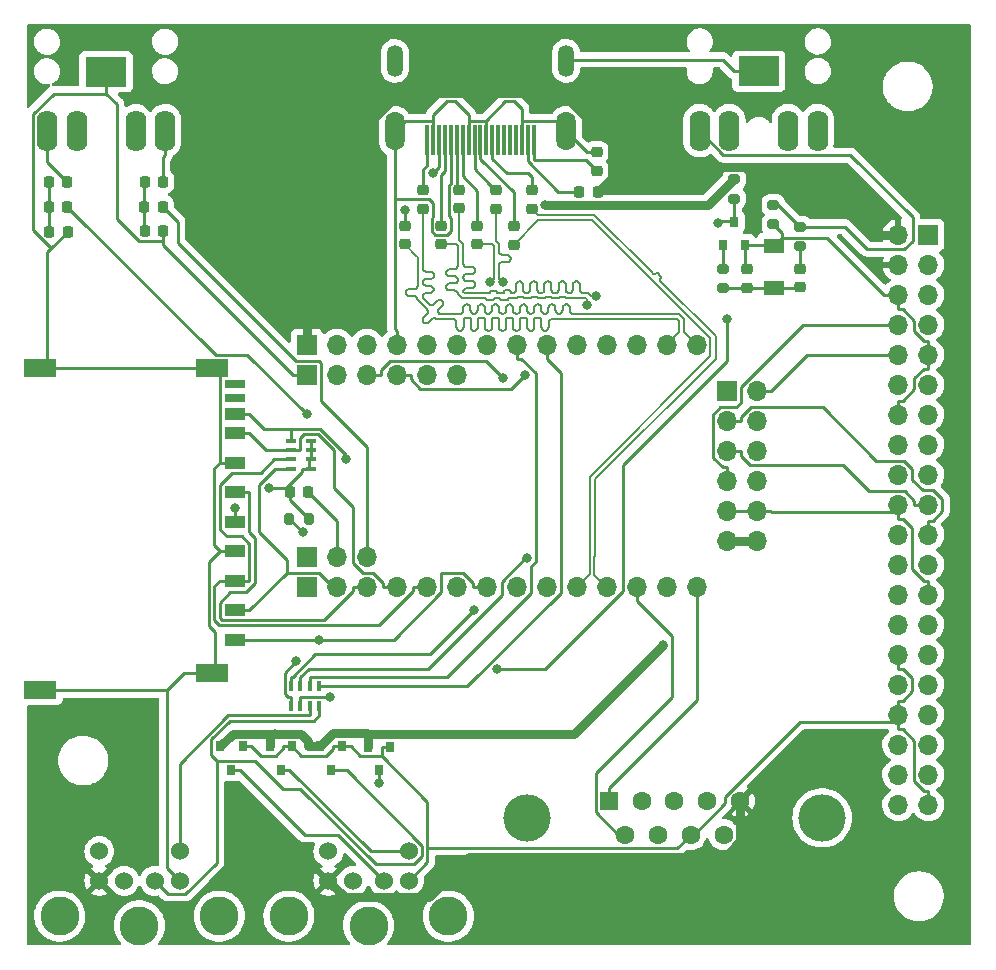
<source format=gbr>
%TF.GenerationSoftware,KiCad,Pcbnew,6.0.2+dfsg-1*%
%TF.CreationDate,2023-04-03T20:21:33+02:00*%
%TF.ProjectId,CYC10 Board,43594331-3020-4426-9f61-72642e6b6963,rev?*%
%TF.SameCoordinates,Original*%
%TF.FileFunction,Copper,L1,Top*%
%TF.FilePolarity,Positive*%
%FSLAX46Y46*%
G04 Gerber Fmt 4.6, Leading zero omitted, Abs format (unit mm)*
G04 Created by KiCad (PCBNEW 6.0.2+dfsg-1) date 2023-04-03 20:21:33*
%MOMM*%
%LPD*%
G01*
G04 APERTURE LIST*
G04 Aperture macros list*
%AMRoundRect*
0 Rectangle with rounded corners*
0 $1 Rounding radius*
0 $2 $3 $4 $5 $6 $7 $8 $9 X,Y pos of 4 corners*
0 Add a 4 corners polygon primitive as box body*
4,1,4,$2,$3,$4,$5,$6,$7,$8,$9,$2,$3,0*
0 Add four circle primitives for the rounded corners*
1,1,$1+$1,$2,$3*
1,1,$1+$1,$4,$5*
1,1,$1+$1,$6,$7*
1,1,$1+$1,$8,$9*
0 Add four rect primitives between the rounded corners*
20,1,$1+$1,$2,$3,$4,$5,0*
20,1,$1+$1,$4,$5,$6,$7,0*
20,1,$1+$1,$6,$7,$8,$9,0*
20,1,$1+$1,$8,$9,$2,$3,0*%
G04 Aperture macros list end*
%TA.AperFunction,SMDPad,CuDef*%
%ADD10RoundRect,0.225000X0.225000X0.250000X-0.225000X0.250000X-0.225000X-0.250000X0.225000X-0.250000X0*%
%TD*%
%TA.AperFunction,SMDPad,CuDef*%
%ADD11RoundRect,0.200000X0.200000X0.275000X-0.200000X0.275000X-0.200000X-0.275000X0.200000X-0.275000X0*%
%TD*%
%TA.AperFunction,SMDPad,CuDef*%
%ADD12RoundRect,0.218750X-0.256250X0.218750X-0.256250X-0.218750X0.256250X-0.218750X0.256250X0.218750X0*%
%TD*%
%TA.AperFunction,SMDPad,CuDef*%
%ADD13RoundRect,0.225000X-0.225000X-0.250000X0.225000X-0.250000X0.225000X0.250000X-0.225000X0.250000X0*%
%TD*%
%TA.AperFunction,SMDPad,CuDef*%
%ADD14R,0.300000X2.600000*%
%TD*%
%TA.AperFunction,ComponentPad*%
%ADD15O,1.350000X2.700000*%
%TD*%
%TA.AperFunction,ComponentPad*%
%ADD16O,1.650000X3.300000*%
%TD*%
%TA.AperFunction,ComponentPad*%
%ADD17R,3.500000X2.500000*%
%TD*%
%TA.AperFunction,ComponentPad*%
%ADD18O,1.750000X3.500000*%
%TD*%
%TA.AperFunction,SMDPad,CuDef*%
%ADD19RoundRect,0.218750X-0.218750X-0.256250X0.218750X-0.256250X0.218750X0.256250X-0.218750X0.256250X0*%
%TD*%
%TA.AperFunction,SMDPad,CuDef*%
%ADD20R,0.800000X0.900000*%
%TD*%
%TA.AperFunction,SMDPad,CuDef*%
%ADD21RoundRect,0.225000X-0.250000X0.225000X-0.250000X-0.225000X0.250000X-0.225000X0.250000X0.225000X0*%
%TD*%
%TA.AperFunction,SMDPad,CuDef*%
%ADD22RoundRect,0.225000X0.250000X-0.225000X0.250000X0.225000X-0.250000X0.225000X-0.250000X-0.225000X0*%
%TD*%
%TA.AperFunction,SMDPad,CuDef*%
%ADD23R,1.700000X1.300000*%
%TD*%
%TA.AperFunction,SMDPad,CuDef*%
%ADD24RoundRect,0.200000X-0.275000X0.200000X-0.275000X-0.200000X0.275000X-0.200000X0.275000X0.200000X0*%
%TD*%
%TA.AperFunction,SMDPad,CuDef*%
%ADD25RoundRect,0.200000X0.275000X-0.200000X0.275000X0.200000X-0.275000X0.200000X-0.275000X-0.200000X0*%
%TD*%
%TA.AperFunction,SMDPad,CuDef*%
%ADD26R,0.425000X0.900000*%
%TD*%
%TA.AperFunction,SMDPad,CuDef*%
%ADD27R,0.900000X0.425000*%
%TD*%
%TA.AperFunction,ComponentPad*%
%ADD28R,1.700000X1.700000*%
%TD*%
%TA.AperFunction,ComponentPad*%
%ADD29O,1.700000X1.700000*%
%TD*%
%TA.AperFunction,ComponentPad*%
%ADD30C,1.524000*%
%TD*%
%TA.AperFunction,ComponentPad*%
%ADD31C,3.300000*%
%TD*%
%TA.AperFunction,ComponentPad*%
%ADD32C,4.000000*%
%TD*%
%TA.AperFunction,ComponentPad*%
%ADD33R,1.600000X1.600000*%
%TD*%
%TA.AperFunction,ComponentPad*%
%ADD34C,1.600000*%
%TD*%
%TA.AperFunction,SMDPad,CuDef*%
%ADD35R,1.800000X0.700000*%
%TD*%
%TA.AperFunction,SMDPad,CuDef*%
%ADD36R,2.800000X1.500000*%
%TD*%
%TA.AperFunction,SMDPad,CuDef*%
%ADD37R,1.800000X1.000000*%
%TD*%
%TA.AperFunction,ViaPad*%
%ADD38C,0.800000*%
%TD*%
%TA.AperFunction,Conductor*%
%ADD39C,0.250000*%
%TD*%
%TA.AperFunction,Conductor*%
%ADD40C,0.800000*%
%TD*%
%TA.AperFunction,Conductor*%
%ADD41C,0.200000*%
%TD*%
G04 APERTURE END LIST*
D10*
%TO.P,C1,1*%
%TO.N,GND*%
X41623300Y-59624000D03*
%TO.P,C1,2*%
%TO.N,+3.3V*%
X40073300Y-59624000D03*
%TD*%
D11*
%TO.P,R1,1*%
%TO.N,+3.3V*%
X41653000Y-61869400D03*
%TO.P,R1,2*%
%TO.N,R14_SD_DATA2*%
X40003000Y-61869400D03*
%TD*%
D12*
%TO.P,R9,1*%
%TO.N,Net-(J8-Pad1)*%
X51310500Y-34025700D03*
%TO.P,R9,2*%
%TO.N,TMDS_2_P*%
X51310500Y-35600700D03*
%TD*%
%TO.P,R10,1*%
%TO.N,Net-(J8-Pad3)*%
X49763700Y-37040700D03*
%TO.P,R10,2*%
%TO.N,TMDS_2_N*%
X49763700Y-38615700D03*
%TD*%
%TO.P,R12,1*%
%TO.N,Net-(J8-Pad6)*%
X54401700Y-34005400D03*
%TO.P,R12,2*%
%TO.N,TMDS_1_N*%
X54401700Y-35580400D03*
%TD*%
%TO.P,R13,1*%
%TO.N,Net-(J8-Pad7)*%
X55925700Y-37050900D03*
%TO.P,R13,2*%
%TO.N,TMDS_0_P*%
X55925700Y-38625900D03*
%TD*%
%TO.P,R14,1*%
%TO.N,Net-(J8-Pad9)*%
X57470000Y-34033400D03*
%TO.P,R14,2*%
%TO.N,TMDS_0_N*%
X57470000Y-35608400D03*
%TD*%
%TO.P,R16,1*%
%TO.N,Net-(J8-Pad12)*%
X60538400Y-34010500D03*
%TO.P,R16,2*%
%TO.N,TMDSC_N*%
X60538400Y-35585500D03*
%TD*%
D10*
%TO.P,C16,1*%
%TO.N,GND*%
X21232200Y-37546300D03*
%TO.P,C16,2*%
%TO.N,Net-(C16-Pad2)*%
X19682200Y-37546300D03*
%TD*%
%TO.P,C17,1*%
%TO.N,GND*%
X29301800Y-37518400D03*
%TO.P,C17,2*%
%TO.N,Net-(C17-Pad2)*%
X27751800Y-37518400D03*
%TD*%
D13*
%TO.P,C18,1*%
%TO.N,Net-(C16-Pad2)*%
X19641600Y-33324800D03*
%TO.P,C18,2*%
%TO.N,Net-(C18-Pad2)*%
X21191600Y-33324800D03*
%TD*%
%TO.P,C19,1*%
%TO.N,Net-(C17-Pad2)*%
X27756900Y-33324800D03*
%TO.P,C19,2*%
%TO.N,Net-(C19-Pad2)*%
X29306900Y-33324800D03*
%TD*%
D14*
%TO.P,J8,1*%
%TO.N,Net-(J8-Pad1)*%
X51689900Y-29810700D03*
%TO.P,J8,2*%
%TO.N,GND*%
X52189900Y-29810700D03*
%TO.P,J8,3*%
%TO.N,Net-(J8-Pad3)*%
X52689900Y-29810700D03*
%TO.P,J8,4*%
%TO.N,Net-(J8-Pad4)*%
X53189900Y-29810700D03*
%TO.P,J8,5*%
%TO.N,GND*%
X53689900Y-29810700D03*
%TO.P,J8,6*%
%TO.N,Net-(J8-Pad6)*%
X54189900Y-29810700D03*
%TO.P,J8,7*%
%TO.N,Net-(J8-Pad7)*%
X54689900Y-29810700D03*
%TO.P,J8,8*%
%TO.N,GND*%
X55189900Y-29810700D03*
%TO.P,J8,9*%
%TO.N,Net-(J8-Pad9)*%
X55689900Y-29810700D03*
%TO.P,J8,10*%
%TO.N,Net-(J8-Pad10)*%
X56189900Y-29810700D03*
%TO.P,J8,11*%
%TO.N,GND*%
X56689900Y-29810700D03*
%TO.P,J8,12*%
%TO.N,Net-(J8-Pad12)*%
X57189900Y-29810700D03*
%TO.P,J8,13*%
%TO.N,Net-(J8-Pad13)*%
X57689900Y-29810700D03*
%TO.P,J8,14*%
%TO.N,Net-(J8-Pad14)*%
X58189900Y-29810700D03*
%TO.P,J8,15*%
%TO.N,Net-(J8-Pad15)*%
X58689900Y-29810700D03*
%TO.P,J8,16*%
%TO.N,Net-(J8-Pad16)*%
X59189900Y-29810700D03*
%TO.P,J8,17*%
%TO.N,GND*%
X59689900Y-29810700D03*
%TO.P,J8,18*%
%TO.N,Net-(J8-Pad18)*%
X60189900Y-29810700D03*
%TO.P,J8,19*%
%TO.N,Net-(J8-Pad19)*%
X60689900Y-29810700D03*
D15*
%TO.P,J8,SH*%
%TO.N,GND*%
X63439900Y-23090700D03*
D16*
X63439900Y-29050700D03*
D15*
X48939900Y-23090700D03*
D16*
X48939900Y-29050700D03*
%TD*%
D17*
%TO.P,J12,1*%
%TO.N,GND*%
X24488200Y-23997100D03*
D18*
%TO.P,J12,2*%
%TO.N,Net-(C18-Pad2)*%
X19488200Y-29003100D03*
%TO.P,J12,3*%
%TO.N,Net-(C19-Pad2)*%
X29488200Y-29003100D03*
%TO.P,J12,10*%
%TO.N,Net-(J12-Pad10)*%
X21988200Y-29003100D03*
%TO.P,J12,11*%
%TO.N,Net-(J12-Pad11)*%
X26988200Y-29003100D03*
%TD*%
D12*
%TO.P,R11,1*%
%TO.N,Net-(J8-Pad4)*%
X52857400Y-37028000D03*
%TO.P,R11,2*%
%TO.N,TMDS_1_P*%
X52857400Y-38603000D03*
%TD*%
%TO.P,R17,1*%
%TO.N,GND*%
X66045100Y-30815100D03*
%TO.P,R17,2*%
%TO.N,Net-(J8-Pad19)*%
X66045100Y-32390100D03*
%TD*%
D19*
%TO.P,R18,1*%
%TO.N,Net-(J8-Pad18)*%
X64543800Y-34163000D03*
%TO.P,R18,2*%
%TO.N,+5V*%
X66118800Y-34163000D03*
%TD*%
D13*
%TO.P,R21,1*%
%TO.N,Net-(C16-Pad2)*%
X19667000Y-35420300D03*
%TO.P,R21,2*%
%TO.N,T12_LEFT*%
X21217000Y-35420300D03*
%TD*%
%TO.P,R22,1*%
%TO.N,Net-(C17-Pad2)*%
X27726400Y-35425400D03*
%TO.P,R22,2*%
%TO.N,R11_RIGHT*%
X29276400Y-35425400D03*
%TD*%
D20*
%TO.P,D3,1*%
%TO.N,GND*%
X40231100Y-81103100D03*
%TO.P,D3,2*%
%TO.N,+3.3V*%
X38331100Y-81103100D03*
%TO.P,D3,3*%
%TO.N,Net-(D3-Pad3)*%
X39281100Y-83103100D03*
%TD*%
%TO.P,D1,1*%
%TO.N,GND*%
X36045100Y-81108100D03*
%TO.P,D1,2*%
%TO.N,+3.3V*%
X34145100Y-81108100D03*
%TO.P,D1,3*%
%TO.N,Net-(D1-Pad3)*%
X35095100Y-83108100D03*
%TD*%
%TO.P,D4,1*%
%TO.N,GND*%
X44465200Y-81130900D03*
%TO.P,D4,2*%
%TO.N,+3.3V*%
X42565200Y-81130900D03*
%TO.P,D4,3*%
%TO.N,Net-(D4-Pad3)*%
X43515200Y-83130900D03*
%TD*%
%TO.P,D2,1*%
%TO.N,GND*%
X48549500Y-81138900D03*
%TO.P,D2,2*%
%TO.N,+3.3V*%
X46649500Y-81138900D03*
%TO.P,D2,3*%
%TO.N,Net-(D2-Pad3)*%
X47599500Y-83138900D03*
%TD*%
D12*
%TO.P,R15,1*%
%TO.N,Net-(J8-Pad10)*%
X58999100Y-37058500D03*
%TO.P,R15,2*%
%TO.N,TMDSC_P*%
X58999100Y-38633500D03*
%TD*%
D21*
%TO.P,C2,1*%
%TO.N,GND*%
X78724700Y-40723600D03*
%TO.P,C2,2*%
%TO.N,Net-(C2-Pad2)*%
X78724700Y-42273600D03*
%TD*%
D22*
%TO.P,C3,1*%
%TO.N,Net-(C2-Pad2)*%
X83281500Y-42243100D03*
%TO.P,C3,2*%
%TO.N,Net-(C3-Pad2)*%
X83281500Y-40693100D03*
%TD*%
D23*
%TO.P,D5,1*%
%TO.N,Net-(C2-Pad2)*%
X81020900Y-42278300D03*
%TO.P,D5,2*%
%TO.N,GND*%
X81020900Y-38778300D03*
%TD*%
D17*
%TO.P,J11,1*%
%TO.N,GND*%
X79745800Y-23976700D03*
D18*
%TO.P,J11,2*%
%TO.N,Net-(J11-Pad2)*%
X74745800Y-28982700D03*
%TO.P,J11,3*%
%TO.N,Net-(J11-Pad3)*%
X84745800Y-28982700D03*
%TO.P,J11,10*%
%TO.N,Net-(J11-Pad10)*%
X77245800Y-28982700D03*
%TO.P,J11,11*%
%TO.N,Net-(J11-Pad11)*%
X82245800Y-28982700D03*
%TD*%
D20*
%TO.P,Q1,1*%
%TO.N,Net-(Q1-Pad1)*%
X76718100Y-38714000D03*
%TO.P,Q1,2*%
%TO.N,GND*%
X78618100Y-38714000D03*
%TO.P,Q1,3*%
%TO.N,EAR*%
X77668100Y-36714000D03*
%TD*%
D24*
%TO.P,R28,1*%
%TO.N,+3.3V*%
X77668100Y-33094200D03*
%TO.P,R28,2*%
%TO.N,EAR*%
X77668100Y-34744200D03*
%TD*%
%TO.P,R29,1*%
%TO.N,Net-(Q1-Pad1)*%
X76708000Y-40668500D03*
%TO.P,R29,2*%
%TO.N,Net-(C2-Pad2)*%
X76708000Y-42318500D03*
%TD*%
D25*
%TO.P,R30,1*%
%TO.N,Net-(C3-Pad2)*%
X83256100Y-38777700D03*
%TO.P,R30,2*%
%TO.N,Net-(J11-Pad2)*%
X83256100Y-37127700D03*
%TD*%
D24*
%TO.P,R31,1*%
%TO.N,Net-(J11-Pad2)*%
X80985300Y-35273500D03*
%TO.P,R31,2*%
%TO.N,GND*%
X80985300Y-36923500D03*
%TD*%
D26*
%TO.P,RN1,1*%
%TO.N,Net-(D3-Pad3)*%
X40151200Y-77720500D03*
%TO.P,RN1,2*%
%TO.N,Net-(D1-Pad3)*%
X40951200Y-77720500D03*
%TO.P,RN1,3*%
%TO.N,Net-(D2-Pad3)*%
X41751200Y-77720500D03*
%TO.P,RN1,4*%
%TO.N,Net-(D4-Pad3)*%
X42551200Y-77720500D03*
%TO.P,RN1,5*%
%TO.N,K2_KDAT*%
X42551200Y-76020500D03*
%TO.P,RN1,6*%
%TO.N,L2_KCLK*%
X41751200Y-76020500D03*
%TO.P,RN1,7*%
%TO.N,B16_MDAT*%
X40951200Y-76020500D03*
%TO.P,RN1,8*%
%TO.N,C16_MCLK*%
X40151200Y-76020500D03*
%TD*%
D27*
%TO.P,RN4,1*%
%TO.N,+3.3V*%
X41840500Y-57633700D03*
%TO.P,RN4,2*%
X41840500Y-56833700D03*
%TO.P,RN4,3*%
X41840500Y-56033700D03*
%TO.P,RN4,4*%
X41840500Y-55233700D03*
%TO.P,RN4,5*%
%TO.N,P14_SD_DATA1*%
X40140500Y-55233700D03*
%TO.P,RN4,6*%
%TO.N,R13_SD_MISO*%
X40140500Y-56033700D03*
%TO.P,RN4,7*%
%TO.N,T14_SD_MOSI*%
X40140500Y-56833700D03*
%TO.P,RN4,8*%
%TO.N,R12_SD_CS*%
X40140500Y-57633700D03*
%TD*%
D28*
%TO.P,J2,1*%
%TO.N,T12_LEFT*%
X41473200Y-65077300D03*
D29*
%TO.P,J2,2*%
%TO.N,GND*%
X44013200Y-65077300D03*
%TO.P,J2,3*%
%TO.N,R11_RIGHT*%
X46553200Y-65077300D03*
%TD*%
D28*
%TO.P,J4,1*%
%TO.N,+5V*%
X41483300Y-47127000D03*
D29*
%TO.P,J4,2*%
%TO.N,VIN*%
X44023300Y-47127000D03*
%TO.P,J4,3*%
%TO.N,+3.3V*%
X46563300Y-47127000D03*
%TO.P,J4,4*%
%TO.N,GND*%
X49103300Y-47127000D03*
%TO.P,J4,5*%
%TO.N,RESET*%
X51643300Y-47127000D03*
%TO.P,J4,6*%
%TO.N,R1_JOY_DOWN*%
X54183300Y-47127000D03*
%TO.P,J4,7*%
%TO.N,TMDS_0_N*%
X56723300Y-47127000D03*
%TO.P,J4,8*%
%TO.N,L2_KCLK*%
X59263300Y-47127000D03*
%TO.P,J4,9*%
%TO.N,K2_KDAT*%
X61803300Y-47127000D03*
%TO.P,J4,10*%
%TO.N,TMDS_1_P*%
X64343300Y-47127000D03*
%TO.P,J4,11*%
%TO.N,TMDS_1_N*%
X66883300Y-47127000D03*
%TO.P,J4,12*%
%TO.N,TMDS_0_P*%
X69423300Y-47127000D03*
%TO.P,J4,13*%
%TO.N,TMDS_2_N*%
X71963300Y-47127000D03*
%TO.P,J4,14*%
%TO.N,TMDS_2_P*%
X74503300Y-47127000D03*
%TD*%
D28*
%TO.P,J3,1*%
%TO.N,GND*%
X41483300Y-49667000D03*
D29*
%TO.P,J3,2*%
%TO.N,Net-(J3-Pad2)*%
X44023300Y-49667000D03*
%TO.P,J3,3*%
%TO.N,TCK*%
X46563300Y-49667000D03*
%TO.P,J3,4*%
%TO.N,TDO*%
X49103300Y-49667000D03*
%TO.P,J3,5*%
%TO.N,TDI*%
X51643300Y-49667000D03*
%TO.P,J3,6*%
%TO.N,TMS*%
X54183300Y-49667000D03*
%TD*%
D28*
%TO.P,J5,1*%
%TO.N,F13_PI_CLK*%
X77068700Y-51065300D03*
D29*
%TO.P,J5,2*%
%TO.N,F15_PI_MISO*%
X77068700Y-53605300D03*
%TO.P,J5,3*%
%TO.N,F16_PI_MOSI*%
X77068700Y-56145300D03*
%TO.P,J5,4*%
%TO.N,D16_PI_RX*%
X77068700Y-58685300D03*
%TO.P,J5,5*%
%TO.N,GND*%
X77068700Y-61225300D03*
%TO.P,J5,6*%
%TO.N,+3.3V*%
X77068700Y-63765300D03*
%TO.P,J5,7*%
%TO.N,D15_PI_TX*%
X79608700Y-51065300D03*
%TO.P,J5,8*%
%TO.N,C15_PI_CS*%
X79608700Y-53605300D03*
%TO.P,J5,9*%
%TO.N,B16_MDAT*%
X79608700Y-56145300D03*
%TO.P,J5,10*%
%TO.N,C16_MCLK*%
X79608700Y-58685300D03*
%TO.P,J5,11*%
%TO.N,GND*%
X79608700Y-61225300D03*
%TO.P,J5,12*%
%TO.N,+3.3V*%
X79608700Y-63765300D03*
%TD*%
D28*
%TO.P,J1,1*%
%TO.N,EAR*%
X41473200Y-67617300D03*
D29*
%TO.P,J1,2*%
%TO.N,R12_SD_CS*%
X44013200Y-67617300D03*
%TO.P,J1,3*%
%TO.N,T13_SD_CLK*%
X46553200Y-67617300D03*
%TO.P,J1,4*%
%TO.N,R13_SD_MISO*%
X49093200Y-67617300D03*
%TO.P,J1,5*%
%TO.N,T14_SD_MOSI*%
X51633200Y-67617300D03*
%TO.P,J1,6*%
%TO.N,P14_SD_DATA1*%
X54173200Y-67617300D03*
%TO.P,J1,7*%
%TO.N,R14_SD_DATA2*%
X56713200Y-67617300D03*
%TO.P,J1,8*%
%TO.N,T15_JOY_LEFT*%
X59253200Y-67617300D03*
%TO.P,J1,9*%
%TO.N,N16_JOY_RIGHT*%
X61793200Y-67617300D03*
%TO.P,J1,10*%
%TO.N,TMDSC_P*%
X64333200Y-67617300D03*
%TO.P,J1,11*%
%TO.N,TMDSC_N*%
X66873200Y-67617300D03*
%TO.P,J1,12*%
%TO.N,K15_JOY_FIRE1*%
X69413200Y-67617300D03*
%TO.P,J1,13*%
%TO.N,K16_JOY_FIRE2*%
X71953200Y-67617300D03*
%TO.P,J1,14*%
%TO.N,J14_JOY_UP*%
X74493200Y-67617300D03*
%TD*%
D30*
%TO.P,J9,1*%
%TO.N,Net-(D1-Pad3)*%
X48020800Y-92495000D03*
%TO.P,J9,2*%
%TO.N,Net-(J9-Pad2)*%
X45420800Y-92495000D03*
%TO.P,J9,3*%
%TO.N,GND*%
X50120800Y-92495000D03*
%TO.P,J9,4*%
%TO.N,+5V*%
X43320800Y-92495000D03*
%TO.P,J9,5*%
%TO.N,Net-(D3-Pad3)*%
X50120800Y-89995000D03*
%TO.P,J9,6*%
%TO.N,Net-(J9-Pad6)*%
X43320800Y-89995000D03*
D31*
%TO.P,J9,7*%
%TO.N,N/C*%
X46720800Y-96295000D03*
X53470800Y-95495000D03*
X39970800Y-95495000D03*
%TD*%
D30*
%TO.P,J10,1*%
%TO.N,Net-(D4-Pad3)*%
X28620800Y-92495000D03*
%TO.P,J10,2*%
%TO.N,Net-(J10-Pad2)*%
X26020800Y-92495000D03*
%TO.P,J10,3*%
%TO.N,GND*%
X30720800Y-92495000D03*
%TO.P,J10,4*%
%TO.N,+5V*%
X23920800Y-92495000D03*
%TO.P,J10,5*%
%TO.N,Net-(D2-Pad3)*%
X30720800Y-89995000D03*
%TO.P,J10,6*%
%TO.N,Net-(J10-Pad6)*%
X23920800Y-89995000D03*
D31*
%TO.P,J10,7*%
%TO.N,N/C*%
X27320800Y-96295000D03*
X34070800Y-95495000D03*
X20570800Y-95495000D03*
%TD*%
D28*
%TO.P,J13,1*%
%TO.N,Net-(J13-Pad1)*%
X94107000Y-37815500D03*
D29*
%TO.P,J13,2*%
%TO.N,+5V*%
X91567000Y-37815500D03*
%TO.P,J13,3*%
%TO.N,Net-(J13-Pad3)*%
X94107000Y-40355500D03*
%TO.P,J13,4*%
%TO.N,+5V*%
X91567000Y-40355500D03*
%TO.P,J13,5*%
%TO.N,Net-(J13-Pad5)*%
X94107000Y-42895500D03*
%TO.P,J13,6*%
%TO.N,GND*%
X91567000Y-42895500D03*
%TO.P,J13,7*%
%TO.N,TMS*%
X94107000Y-45435500D03*
%TO.P,J13,8*%
%TO.N,D16_PI_RX*%
X91567000Y-45435500D03*
%TO.P,J13,9*%
%TO.N,GND*%
X94107000Y-47975500D03*
%TO.P,J13,10*%
%TO.N,D15_PI_TX*%
X91567000Y-47975500D03*
%TO.P,J13,11*%
%TO.N,TCK*%
X94107000Y-50515500D03*
%TO.P,J13,12*%
%TO.N,Net-(J13-Pad12)*%
X91567000Y-50515500D03*
%TO.P,J13,13*%
%TO.N,TDO*%
X94107000Y-53055500D03*
%TO.P,J13,14*%
%TO.N,GND*%
X91567000Y-53055500D03*
%TO.P,J13,15*%
%TO.N,TDI*%
X94107000Y-55595500D03*
%TO.P,J13,16*%
%TO.N,Net-(J13-Pad16)*%
X91567000Y-55595500D03*
%TO.P,J13,17*%
%TO.N,Net-(J13-Pad17)*%
X94107000Y-58135500D03*
%TO.P,J13,18*%
%TO.N,Net-(J13-Pad18)*%
X91567000Y-58135500D03*
%TO.P,J13,19*%
%TO.N,F16_PI_MOSI*%
X94107000Y-60675500D03*
%TO.P,J13,20*%
%TO.N,GND*%
X91567000Y-60675500D03*
%TO.P,J13,21*%
%TO.N,F15_PI_MISO*%
X94107000Y-63215500D03*
%TO.P,J13,22*%
%TO.N,Net-(J13-Pad22)*%
X91567000Y-63215500D03*
%TO.P,J13,23*%
%TO.N,F13_PI_CLK*%
X94107000Y-65755500D03*
%TO.P,J13,24*%
%TO.N,C15_PI_CS*%
X91567000Y-65755500D03*
%TO.P,J13,25*%
%TO.N,GND*%
X94107000Y-68295500D03*
%TO.P,J13,26*%
%TO.N,Net-(J13-Pad26)*%
X91567000Y-68295500D03*
%TO.P,J13,27*%
%TO.N,Net-(J13-Pad27)*%
X94107000Y-70835500D03*
%TO.P,J13,28*%
%TO.N,Net-(J13-Pad28)*%
X91567000Y-70835500D03*
%TO.P,J13,29*%
%TO.N,Net-(J13-Pad29)*%
X94107000Y-73375500D03*
%TO.P,J13,30*%
%TO.N,GND*%
X91567000Y-73375500D03*
%TO.P,J13,31*%
%TO.N,Net-(J13-Pad31)*%
X94107000Y-75915500D03*
%TO.P,J13,32*%
%TO.N,Net-(J13-Pad32)*%
X91567000Y-75915500D03*
%TO.P,J13,33*%
%TO.N,Net-(J13-Pad33)*%
X94107000Y-78455500D03*
%TO.P,J13,34*%
%TO.N,GND*%
X91567000Y-78455500D03*
%TO.P,J13,35*%
%TO.N,Net-(J13-Pad35)*%
X94107000Y-80995500D03*
%TO.P,J13,36*%
%TO.N,Net-(J13-Pad36)*%
X91567000Y-80995500D03*
%TO.P,J13,37*%
%TO.N,Net-(J13-Pad37)*%
X94107000Y-83535500D03*
%TO.P,J13,38*%
%TO.N,Net-(J13-Pad38)*%
X91567000Y-83535500D03*
%TO.P,J13,39*%
%TO.N,GND*%
X94107000Y-86075500D03*
%TO.P,J13,40*%
%TO.N,Net-(J13-Pad40)*%
X91567000Y-86075500D03*
%TD*%
D32*
%TO.P,J6,0*%
%TO.N,N/C*%
X60111200Y-87175500D03*
X85111200Y-87175500D03*
D33*
%TO.P,J6,1*%
%TO.N,J14_JOY_UP*%
X67071200Y-85755500D03*
D34*
%TO.P,J6,2*%
%TO.N,R1_JOY_DOWN*%
X69841200Y-85755500D03*
%TO.P,J6,3*%
%TO.N,T15_JOY_LEFT*%
X72611200Y-85755500D03*
%TO.P,J6,4*%
%TO.N,N16_JOY_RIGHT*%
X75381200Y-85755500D03*
%TO.P,J6,5*%
%TO.N,+5V*%
X78151200Y-85755500D03*
%TO.P,J6,6*%
%TO.N,K15_JOY_FIRE1*%
X68456200Y-88595500D03*
%TO.P,J6,7*%
%TO.N,Net-(J6-Pad7)*%
X71226200Y-88595500D03*
%TO.P,J6,8*%
%TO.N,GND*%
X73996200Y-88595500D03*
%TO.P,J6,9*%
%TO.N,K16_JOY_FIRE2*%
X76766200Y-88595500D03*
%TD*%
D35*
%TO.P,P1,CD*%
%TO.N,Net-(P1-PadCD)*%
X35369320Y-51641400D03*
D36*
%TO.P,P1,GND1*%
%TO.N,GND*%
X33419270Y-49072100D03*
%TO.P,P1,GND2*%
X33419270Y-74872100D03*
%TO.P,P1,GND3*%
X18919300Y-49072100D03*
%TO.P,P1,GND4*%
X18919300Y-76372100D03*
D37*
%TO.P,P1,P1*%
%TO.N,R12_SD_CS*%
X35369320Y-69591370D03*
%TO.P,P1,P2*%
%TO.N,T14_SD_MOSI*%
X35369320Y-67091370D03*
%TO.P,P1,P3*%
%TO.N,GND*%
X35369320Y-64591370D03*
%TO.P,P1,P4*%
%TO.N,+3.3V*%
X35369320Y-62091372D03*
%TO.P,P1,P5*%
%TO.N,T13_SD_CLK*%
X35369320Y-59591370D03*
%TO.P,P1,P6*%
%TO.N,GND*%
X35369320Y-57091370D03*
%TO.P,P1,P7*%
%TO.N,R13_SD_MISO*%
X35369320Y-54591370D03*
%TO.P,P1,P8*%
%TO.N,P14_SD_DATA1*%
X35369320Y-52941370D03*
%TO.P,P1,P9*%
%TO.N,R14_SD_DATA2*%
X35369320Y-72091370D03*
D35*
%TO.P,P1,WP*%
%TO.N,Net-(P1-PadWP)*%
X35369320Y-50441400D03*
%TD*%
D38*
%TO.N,TDO*%
X59956700Y-49667400D03*
%TO.N,TCK*%
X58083000Y-49894500D03*
%TO.N,+3.3V*%
X71615800Y-72555300D03*
X35369300Y-60958600D03*
X38815200Y-80052800D03*
X61614500Y-35326700D03*
X38246100Y-59245500D03*
%TO.N,R14_SD_DATA2*%
X41134300Y-63000700D03*
X42500400Y-72091400D03*
%TO.N,P14_SD_DATA1*%
X44835900Y-56817000D03*
%TO.N,TMDS_0_P*%
X57008500Y-41833800D03*
%TO.N,TMDS_1_N*%
X65949000Y-42989100D03*
%TO.N,TMDS_1_P*%
X65206500Y-43731600D03*
%TO.N,TMDS_0_N*%
X58058500Y-41833800D03*
%TO.N,Net-(J8-Pad3)*%
X49763700Y-35722600D03*
X52133500Y-32585700D03*
%TO.N,Net-(D1-Pad3)*%
X43417300Y-76945200D03*
%TO.N,Net-(D2-Pad3)*%
X47634700Y-84194600D03*
%TO.N,Net-(D3-Pad3)*%
X40557900Y-73934500D03*
%TO.N,B16_MDAT*%
X60113700Y-65207100D03*
%TO.N,C16_MCLK*%
X55633500Y-69601700D03*
%TO.N,T12_LEFT*%
X41464600Y-53013400D03*
%TO.N,EAR*%
X76282400Y-36813800D03*
X57589800Y-74538300D03*
X77091600Y-44916000D03*
%TD*%
D39*
%TO.N,GND*%
X48939900Y-34813200D02*
X51803300Y-34813200D01*
X77670500Y-23976700D02*
X79745800Y-23976700D01*
X41034300Y-81906300D02*
X40231100Y-81103100D01*
X44465200Y-81130900D02*
X43739900Y-81130900D01*
X33641500Y-57593900D02*
X33641500Y-64088900D01*
X92931700Y-49958700D02*
X93739600Y-49150800D01*
X19496900Y-39281600D02*
X19496900Y-49072100D01*
X53316800Y-26520100D02*
X52189900Y-27647000D01*
X44013200Y-65077300D02*
X44013200Y-62013900D01*
X48549500Y-81138900D02*
X47824200Y-81138900D01*
X76925600Y-85389600D02*
X76925600Y-85903200D01*
X91567000Y-78455500D02*
X91567000Y-79043100D01*
X63540700Y-22989900D02*
X76683700Y-22989900D01*
X25414000Y-26774500D02*
X25414000Y-36442900D01*
X92931700Y-50882900D02*
X92931700Y-49958700D01*
X92742300Y-62658700D02*
X91934400Y-61850800D01*
X36770400Y-81108100D02*
X37570200Y-81907900D01*
X51700100Y-90915700D02*
X51700100Y-89720900D01*
X72870800Y-89720900D02*
X51700100Y-89720900D01*
X21232200Y-37546300D02*
X19822300Y-38956200D01*
X31122300Y-74872100D02*
X33203700Y-74872100D01*
X52189900Y-28185400D02*
X49805200Y-28185400D01*
X39505800Y-81103100D02*
X40231100Y-81103100D01*
X56689900Y-28185400D02*
X56689900Y-28138500D01*
X91567000Y-78455500D02*
X91567000Y-77280200D01*
X92742300Y-76472200D02*
X92742300Y-75358700D01*
X53698000Y-36361800D02*
X53536500Y-36200300D01*
X53698000Y-37478900D02*
X53698000Y-36361800D01*
X74233300Y-88595500D02*
X73996200Y-88595500D01*
X19822300Y-38956200D02*
X19496900Y-39281600D01*
X92931700Y-45992300D02*
X93739600Y-46800200D01*
X73996200Y-88595500D02*
X72870800Y-89720900D01*
X33693900Y-74381900D02*
X33203700Y-74872100D01*
X63439900Y-29050700D02*
X62574600Y-28185400D01*
X43739900Y-81130900D02*
X43739900Y-81312200D01*
X91567000Y-42895500D02*
X90391700Y-42895500D01*
X34144000Y-57091400D02*
X34144000Y-49796800D01*
X35369300Y-57091400D02*
X34144000Y-57091400D01*
X51700100Y-85827300D02*
X47824200Y-81951400D01*
X53536500Y-36200300D02*
X53536500Y-33626000D01*
X91567000Y-42895500D02*
X91567000Y-44070800D01*
X27300200Y-38329100D02*
X29301800Y-38329100D01*
X18276900Y-37410900D02*
X19822300Y-38956200D01*
X91567000Y-61850800D02*
X91567000Y-61263100D01*
X53361400Y-37815500D02*
X53698000Y-37478900D01*
X37570200Y-81907900D02*
X38882300Y-81907900D01*
X91567000Y-51880200D02*
X91934400Y-51880200D01*
X54057200Y-26520100D02*
X53316800Y-26520100D01*
X77068700Y-61225300D02*
X79608700Y-61225300D01*
X76925600Y-85903200D02*
X74233300Y-88595500D01*
X55189900Y-27652800D02*
X54057200Y-26520100D01*
X91567000Y-77280200D02*
X91934300Y-77280200D01*
X46011000Y-81951400D02*
X47824200Y-81951400D01*
X52338300Y-37815500D02*
X53361400Y-37815500D01*
X94107000Y-68295500D02*
X94107000Y-67120200D01*
X48939900Y-45788300D02*
X48939900Y-34813200D01*
X33419300Y-74872100D02*
X33203700Y-74872100D01*
X59689900Y-29810700D02*
X59689900Y-28185400D01*
X33199200Y-70951900D02*
X33693900Y-71446600D01*
X92742300Y-66122900D02*
X92742300Y-62658700D01*
X18919300Y-76372100D02*
X29622300Y-76372100D01*
X53689900Y-33472600D02*
X53689900Y-29810700D01*
X52144600Y-36276000D02*
X52048600Y-36372000D01*
X80784000Y-61225300D02*
X79608700Y-61225300D01*
X43145800Y-81906300D02*
X41034300Y-81906300D01*
X29622300Y-76372100D02*
X29622300Y-91396500D01*
X49103300Y-45951700D02*
X48939900Y-45788300D01*
X80821800Y-61263100D02*
X80784000Y-61225300D01*
X33641500Y-64088900D02*
X34144000Y-64591400D01*
X45190500Y-81130900D02*
X46011000Y-81951400D01*
X93739600Y-49150800D02*
X94107000Y-49150800D01*
X56689900Y-28138500D02*
X58308300Y-26520100D01*
X29622300Y-91396500D02*
X30720800Y-92495000D01*
X93739600Y-67120200D02*
X92742300Y-66122900D01*
X78618100Y-38714000D02*
X81020900Y-38714000D01*
X92931700Y-84092300D02*
X93739600Y-84900200D01*
X94107000Y-46800200D02*
X94107000Y-47975500D01*
X52144600Y-35154500D02*
X52144600Y-36276000D01*
X81687000Y-38047900D02*
X81020900Y-38714000D01*
X92931700Y-80628100D02*
X92931700Y-84092300D01*
X18919300Y-49072100D02*
X19496900Y-49072100D01*
X91934400Y-44070800D02*
X92931700Y-45068100D01*
X25414000Y-36442900D02*
X27300200Y-38329100D01*
X29301800Y-38660800D02*
X29301800Y-38329100D01*
X24488200Y-23997100D02*
X24488200Y-25848700D01*
X94107000Y-84900200D02*
X94107000Y-86075500D01*
X40308000Y-49667000D02*
X29301800Y-38660800D01*
X53536500Y-33626000D02*
X53689900Y-33472600D01*
X35369300Y-64591400D02*
X34144000Y-64591400D01*
X41483300Y-49667000D02*
X40308000Y-49667000D01*
X62574600Y-28185400D02*
X59689900Y-28185400D01*
X92742300Y-75358700D02*
X91934400Y-74550800D01*
X83272100Y-79043100D02*
X76925600Y-85389600D01*
X49103300Y-47127000D02*
X49103300Y-45951700D01*
X90391700Y-42895500D02*
X85544100Y-38047900D01*
X48939900Y-34813200D02*
X48939900Y-29050700D01*
X49805200Y-28185400D02*
X48939900Y-29050700D01*
X91567000Y-79043100D02*
X91567000Y-79630800D01*
X81687000Y-37625200D02*
X80985300Y-36923500D01*
X91934300Y-77280200D02*
X92742300Y-76472200D01*
X91934400Y-61850800D02*
X91567000Y-61850800D01*
X91567000Y-60675500D02*
X91567000Y-61263100D01*
X18276900Y-27615700D02*
X18276900Y-37410900D01*
X33693900Y-71446600D02*
X33693900Y-74381900D01*
X78724700Y-40723600D02*
X78618100Y-40617000D01*
X91567000Y-74550800D02*
X91567000Y-73375500D01*
X93739600Y-84900200D02*
X94107000Y-84900200D01*
X43739900Y-81312200D02*
X43145800Y-81906300D01*
X59689900Y-27141600D02*
X59689900Y-28185400D01*
X36045100Y-81108100D02*
X36770400Y-81108100D01*
X56689900Y-28185400D02*
X55189900Y-28185400D01*
X52048600Y-36372000D02*
X52048600Y-37525800D01*
X76683700Y-22989900D02*
X77670500Y-23976700D01*
X51803300Y-34813200D02*
X52144600Y-35154500D01*
X81687000Y-38047900D02*
X81687000Y-37625200D01*
X44013200Y-62013900D02*
X41623300Y-59624000D01*
X91567000Y-61263100D02*
X80821800Y-61263100D01*
X55189900Y-28185400D02*
X55189900Y-27652800D01*
X29301800Y-38329100D02*
X29301800Y-37518400D01*
X85544100Y-38047900D02*
X81687000Y-38047900D01*
X38882300Y-81907900D02*
X39505800Y-81284400D01*
X52048600Y-37525800D02*
X52338300Y-37815500D01*
X20043900Y-25848700D02*
X18276900Y-27615700D01*
X55189900Y-29810700D02*
X55189900Y-28185400D01*
X51700100Y-89720900D02*
X51700100Y-85827300D01*
X92931700Y-45068100D02*
X92931700Y-45992300D01*
X58308300Y-26520100D02*
X59068400Y-26520100D01*
X65204300Y-30815100D02*
X63439900Y-29050700D01*
X91567000Y-44070800D02*
X91934400Y-44070800D01*
X91934400Y-74550800D02*
X91567000Y-74550800D01*
X94107000Y-49150800D02*
X94107000Y-47975500D01*
X47824200Y-81138900D02*
X47824200Y-81951400D01*
X91934400Y-51880200D02*
X92931700Y-50882900D01*
X94107000Y-67120200D02*
X93739600Y-67120200D01*
X52189900Y-29810700D02*
X52189900Y-28185400D01*
X34144000Y-64591400D02*
X33199200Y-65536200D01*
X91934400Y-79630800D02*
X92931700Y-80628100D01*
X56689900Y-29810700D02*
X56689900Y-28185400D01*
X91567000Y-79043100D02*
X83272100Y-79043100D01*
X50120800Y-92495000D02*
X51700100Y-90915700D01*
X24488200Y-25848700D02*
X20043900Y-25848700D01*
X34144000Y-49796800D02*
X33419300Y-49072100D01*
X66045100Y-30815100D02*
X65204300Y-30815100D01*
X24488200Y-25848700D02*
X25414000Y-26774500D01*
X34144000Y-57091400D02*
X33641500Y-57593900D01*
X59068400Y-26520100D02*
X59689900Y-27141600D01*
X29622300Y-76372100D02*
X31122300Y-74872100D01*
X33199200Y-65536200D02*
X33199200Y-70951900D01*
X44465200Y-81130900D02*
X45190500Y-81130900D01*
X81020900Y-38714000D02*
X81020900Y-38778300D01*
X63439900Y-23090700D02*
X63540700Y-22989900D01*
X78618100Y-40617000D02*
X78618100Y-38714000D01*
X52189900Y-27647000D02*
X52189900Y-28185400D01*
X93739600Y-46800200D02*
X94107000Y-46800200D01*
X91567000Y-79630800D02*
X91934400Y-79630800D01*
X91567000Y-53055500D02*
X91567000Y-51880200D01*
X39505800Y-81284400D02*
X39505800Y-81103100D01*
X33419300Y-49072100D02*
X19496900Y-49072100D01*
%TO.N,TDO*%
X49103300Y-49667000D02*
X50278600Y-49667000D01*
X51091300Y-50847000D02*
X58777100Y-50847000D01*
X50278600Y-50034300D02*
X51091300Y-50847000D01*
X58777100Y-50847000D02*
X59956700Y-49667400D01*
X50278600Y-49667000D02*
X50278600Y-50034300D01*
%TO.N,TCK*%
X47738600Y-49667000D02*
X47738600Y-49299700D01*
X48565300Y-48473000D02*
X56661500Y-48473000D01*
X47738600Y-49299700D02*
X48565300Y-48473000D01*
X56661500Y-48473000D02*
X58083000Y-49894500D01*
X46563300Y-49667000D02*
X47738600Y-49667000D01*
%TO.N,+3.3V*%
X35369300Y-60958600D02*
X35369300Y-62091400D01*
D40*
X38331100Y-81103100D02*
X38331100Y-80057700D01*
X79608700Y-63765300D02*
X77068700Y-63765300D01*
X75435600Y-35326700D02*
X61614500Y-35326700D01*
X41564900Y-80630800D02*
X40986900Y-80052800D01*
D39*
X39694800Y-59245500D02*
X41065200Y-57875100D01*
X41693000Y-57431400D02*
X41693000Y-56833700D01*
X41840500Y-56686200D02*
X41840500Y-56033700D01*
X41840500Y-57633700D02*
X41490700Y-57633700D01*
D40*
X77668100Y-33094200D02*
X75435600Y-35326700D01*
D39*
X41840500Y-56033700D02*
X41840500Y-55233700D01*
D40*
X38815200Y-80052800D02*
X38331100Y-80052800D01*
X41564900Y-81130900D02*
X41564900Y-80630800D01*
X34145100Y-81108100D02*
X35195500Y-80057700D01*
X42565200Y-81130900D02*
X41564900Y-81130900D01*
X64090400Y-80080700D02*
X71615800Y-72555300D01*
D39*
X39694800Y-59245500D02*
X40073300Y-59624000D01*
D40*
X38331100Y-80052800D02*
X38331100Y-80057700D01*
X46590600Y-80021800D02*
X43674300Y-80021800D01*
X46649500Y-80080700D02*
X64090400Y-80080700D01*
D39*
X41840500Y-56833700D02*
X41693000Y-56833700D01*
X41065200Y-57633700D02*
X41490700Y-57633700D01*
D40*
X35195500Y-80057700D02*
X38331100Y-80057700D01*
X40986900Y-80052800D02*
X38815200Y-80052800D01*
X46649500Y-80080700D02*
X46590600Y-80021800D01*
D39*
X41693000Y-56833700D02*
X41840500Y-56686200D01*
D40*
X46649500Y-81138900D02*
X46649500Y-80080700D01*
D39*
X41065200Y-57875100D02*
X41065200Y-57633700D01*
X41490700Y-57633700D02*
X41693000Y-57431400D01*
X39694800Y-59245500D02*
X38246100Y-59245500D01*
X40073300Y-60289700D02*
X40073300Y-59624000D01*
X41653000Y-61869400D02*
X40073300Y-60289700D01*
D40*
X43674300Y-80021800D02*
X42565200Y-81130900D01*
%TO.N,+5V*%
X76871200Y-90486600D02*
X55176700Y-90486600D01*
X90116700Y-37815500D02*
X84388400Y-32087200D01*
X68194600Y-32087200D02*
X66118800Y-34163000D01*
X49297200Y-25794700D02*
X63068900Y-25794700D01*
X51804500Y-93858800D02*
X44684600Y-93858800D01*
X78151200Y-85755500D02*
X78205100Y-85809400D01*
X55176700Y-90486600D02*
X51804500Y-93858800D01*
X44684600Y-93858800D02*
X43320800Y-92495000D01*
X68194600Y-30920400D02*
X68194600Y-32087200D01*
X41483300Y-33608600D02*
X49297200Y-25794700D01*
X78205100Y-89152700D02*
X76871200Y-90486600D01*
X78205100Y-85809400D02*
X78205100Y-89152700D01*
X91567000Y-37815500D02*
X90116700Y-37815500D01*
X41483300Y-47127000D02*
X41483300Y-33608600D01*
X84388400Y-32087200D02*
X68194600Y-32087200D01*
X63068900Y-25794700D02*
X68194600Y-30920400D01*
D39*
%TO.N,J14_JOY_UP*%
X74493200Y-77208200D02*
X67071200Y-84630200D01*
X74493200Y-67617300D02*
X74493200Y-77208200D01*
X67071200Y-84630200D02*
X67071200Y-85755500D01*
%TO.N,K15_JOY_FIRE1*%
X65945800Y-83391300D02*
X65945800Y-86694400D01*
X69413200Y-67617300D02*
X69413200Y-68792600D01*
X69413200Y-68792600D02*
X72364500Y-71743900D01*
X72364500Y-71743900D02*
X72364500Y-76972600D01*
X65945800Y-86694400D02*
X67846900Y-88595500D01*
X72364500Y-76972600D02*
X65945800Y-83391300D01*
X67846900Y-88595500D02*
X68456200Y-88595500D01*
D41*
%TO.N,TMDSC_N*%
X70911500Y-41122100D02*
X70880000Y-41122100D01*
X71459600Y-41422500D02*
X71459600Y-41391100D01*
X65828200Y-65067100D02*
X65871300Y-65024000D01*
X61067700Y-36114900D02*
X60538400Y-35585500D01*
X71399700Y-41530700D02*
X71438900Y-41481500D01*
X71386100Y-41651800D02*
X71379100Y-41621100D01*
X66873200Y-67617300D02*
X65828200Y-66572300D01*
X76103300Y-46388600D02*
X71419300Y-41704700D01*
X76103300Y-48293900D02*
X76103300Y-46388600D01*
X71019600Y-41062200D02*
X70970500Y-41101400D01*
X71452600Y-41360400D02*
X71438900Y-41332100D01*
X70880000Y-41122100D02*
X70849400Y-41115100D01*
X71452600Y-41453200D02*
X71459600Y-41422500D01*
X71048000Y-41048600D02*
X71019600Y-41062200D01*
X70942100Y-41115100D02*
X70911500Y-41122100D01*
X65829500Y-36114900D02*
X61067700Y-36114900D01*
X71140700Y-41048600D02*
X71110100Y-41041600D01*
X71438900Y-41481500D02*
X71452600Y-41453200D01*
X71379100Y-41589600D02*
X71386100Y-41559000D01*
X71379100Y-41621100D02*
X71379100Y-41589600D01*
X71169100Y-41062200D02*
X71140700Y-41048600D01*
X70821000Y-41101400D02*
X70796500Y-41081800D01*
X71419300Y-41307500D02*
X71193600Y-41081800D01*
X65871300Y-65024000D02*
X65871300Y-58525900D01*
X65828200Y-66572300D02*
X65828200Y-65067100D01*
X71459600Y-41391100D02*
X71452600Y-41360400D01*
X70970500Y-41101400D02*
X70942100Y-41115100D01*
X65871300Y-58525900D02*
X76103300Y-48293900D01*
X71438900Y-41332100D02*
X71419300Y-41307500D01*
X71110100Y-41041600D02*
X71078600Y-41041600D01*
X71399700Y-41680100D02*
X71386100Y-41651800D01*
X71386100Y-41559000D02*
X71399700Y-41530700D01*
X70849400Y-41115100D02*
X70821000Y-41101400D01*
X71419300Y-41704700D02*
X71399700Y-41680100D01*
X71078600Y-41041600D02*
X71048000Y-41048600D01*
X71193600Y-41081800D02*
X71169100Y-41062200D01*
X70796500Y-41081800D02*
X65829500Y-36114900D01*
%TO.N,TMDSC_P*%
X58999100Y-38633500D02*
X61067700Y-36564900D01*
X65643100Y-36564900D02*
X75653300Y-46575000D01*
X61067700Y-36564900D02*
X65643100Y-36564900D01*
X75653300Y-48107500D02*
X65421300Y-58339500D01*
X65421300Y-58339500D02*
X65421300Y-66529200D01*
X65421300Y-66529200D02*
X64333200Y-67617300D01*
X75653300Y-46575000D02*
X75653300Y-48107500D01*
D39*
%TO.N,R14_SD_DATA2*%
X55537900Y-67617300D02*
X55537900Y-67249900D01*
X48831200Y-72091400D02*
X42500400Y-72091400D01*
X52840800Y-66442000D02*
X52840800Y-68081800D01*
X42500400Y-72091400D02*
X35369300Y-72091400D01*
X55537900Y-67249900D02*
X54730000Y-66442000D01*
X52840800Y-68081800D02*
X48831200Y-72091400D01*
X40003000Y-61869400D02*
X41134300Y-63000700D01*
X54730000Y-66442000D02*
X52840800Y-66442000D01*
X56713200Y-67617300D02*
X55537900Y-67617300D01*
%TO.N,P14_SD_DATA1*%
X35369300Y-52941400D02*
X36594600Y-52941400D01*
X36594600Y-52941400D02*
X37869800Y-54216600D01*
X44835900Y-56444800D02*
X44835900Y-56817000D01*
X37869800Y-54216600D02*
X40140500Y-54216600D01*
X40140500Y-54216600D02*
X40140500Y-55233700D01*
X40140500Y-54216600D02*
X42607700Y-54216600D01*
X42607700Y-54216600D02*
X44835900Y-56444800D01*
%TO.N,T14_SD_MOSI*%
X50457900Y-67984600D02*
X47571100Y-70871400D01*
X36594600Y-67091400D02*
X36594600Y-63950500D01*
X36594600Y-63950500D02*
X35985500Y-63341400D01*
X37583100Y-57946400D02*
X38695800Y-56833700D01*
X47571100Y-70871400D02*
X34071500Y-70871400D01*
X34144000Y-58954000D02*
X35151600Y-57946400D01*
X35985500Y-63341400D02*
X34701700Y-63341400D01*
X50457900Y-67617300D02*
X50457900Y-67984600D01*
X34144000Y-62783700D02*
X34144000Y-58954000D01*
X34071500Y-70871400D02*
X33649600Y-70449500D01*
X38695800Y-56833700D02*
X40140500Y-56833700D01*
X51633200Y-67617300D02*
X50457900Y-67617300D01*
X33649600Y-70449500D02*
X33649600Y-67585800D01*
X35369300Y-67091400D02*
X36594600Y-67091400D01*
X34144000Y-67091400D02*
X35369300Y-67091400D01*
X35151600Y-57946400D02*
X37583100Y-57946400D01*
X34701700Y-63341400D02*
X34144000Y-62783700D01*
X33649600Y-67585800D02*
X34144000Y-67091400D01*
%TO.N,R13_SD_MISO*%
X35369300Y-54591400D02*
X36594600Y-54591400D01*
X41242500Y-54695800D02*
X42450000Y-54695800D01*
X46216900Y-66442000D02*
X47110000Y-66442000D01*
X43769000Y-59214700D02*
X45377800Y-60823500D01*
X47917900Y-67249900D02*
X47917900Y-67617300D01*
X45377800Y-60823500D02*
X45377800Y-65602900D01*
X40140500Y-56033700D02*
X40915800Y-56033700D01*
X40915800Y-56033700D02*
X40915800Y-55022500D01*
X36594600Y-54591400D02*
X38036900Y-56033700D01*
X38036900Y-56033700D02*
X40140500Y-56033700D01*
X43769000Y-56014800D02*
X43769000Y-59214700D01*
X40915800Y-55022500D02*
X41242500Y-54695800D01*
X42450000Y-54695800D02*
X43769000Y-56014800D01*
X47917900Y-67617300D02*
X49093200Y-67617300D01*
X45377800Y-65602900D02*
X46216900Y-66442000D01*
X47110000Y-66442000D02*
X47917900Y-67249900D01*
%TO.N,T13_SD_CLK*%
X45377900Y-67984600D02*
X42945700Y-70416800D01*
X37079200Y-67292400D02*
X37079200Y-63477200D01*
X34143900Y-70226100D02*
X34143900Y-68948500D01*
X36594600Y-62992600D02*
X36594600Y-59591400D01*
X34143900Y-68948500D02*
X35016700Y-68075700D01*
X34334600Y-70416800D02*
X34143900Y-70226100D01*
X36295900Y-68075700D02*
X37079200Y-67292400D01*
X36594600Y-59591400D02*
X35369300Y-59591400D01*
X37079200Y-63477200D02*
X36594600Y-62992600D01*
X46553200Y-67617300D02*
X45377900Y-67617300D01*
X42945700Y-70416800D02*
X34334600Y-70416800D01*
X45377900Y-67617300D02*
X45377900Y-67984600D01*
X35016700Y-68075700D02*
X36295900Y-68075700D01*
%TO.N,R12_SD_CS*%
X35369300Y-69591400D02*
X36594600Y-69591400D01*
X42484500Y-66416900D02*
X39769100Y-66416900D01*
X39769100Y-66416900D02*
X39769100Y-65304900D01*
X44013200Y-67617300D02*
X43425600Y-67617300D01*
X39769100Y-65304900D02*
X37473200Y-63009000D01*
X37473200Y-63009000D02*
X37473200Y-58982100D01*
X43425600Y-67358000D02*
X42484500Y-66416900D01*
X36594600Y-69591400D02*
X39769100Y-66416900D01*
X43425600Y-67617300D02*
X43425600Y-67358000D01*
X37473200Y-58982100D02*
X38821600Y-57633700D01*
X38821600Y-57633700D02*
X40140500Y-57633700D01*
D41*
%TO.N,TMDS_2_P*%
X52013900Y-43734200D02*
X51948400Y-43719300D01*
X62242100Y-43684000D02*
X62175300Y-43691600D01*
X73458300Y-46082000D02*
X73458300Y-44963800D01*
X59175300Y-44489300D02*
X59111900Y-44467100D01*
X55108800Y-43691600D02*
X55042100Y-43684000D01*
X58108800Y-44489300D02*
X58042100Y-44496800D01*
X62571800Y-44326900D02*
X62549600Y-44263500D01*
X51340200Y-40753600D02*
X51318100Y-40690200D01*
X56655000Y-44431300D02*
X56607500Y-44383800D01*
X55829100Y-44431300D02*
X55772200Y-44467100D01*
X61342100Y-43984000D02*
X61334600Y-43917300D01*
X60742100Y-44196800D02*
X60734600Y-44263500D01*
X52110300Y-42188900D02*
X52053500Y-42153100D01*
X60749600Y-43917300D02*
X60742100Y-43984000D01*
X56542100Y-44196800D02*
X56542100Y-43984000D01*
X61942100Y-43984000D02*
X61942100Y-44196800D01*
X63508800Y-43691600D02*
X63442100Y-43684000D01*
X62476600Y-43797000D02*
X62429100Y-43749500D01*
X52940400Y-43816000D02*
X52982300Y-43763500D01*
X60311900Y-44467100D02*
X60255000Y-44431300D01*
X61371800Y-44326900D02*
X61349600Y-44263500D01*
X54712400Y-44326900D02*
X54676600Y-44383800D01*
X55342100Y-43984000D02*
X55334600Y-43917300D01*
X63255000Y-43749500D02*
X63207500Y-43797000D01*
X57142100Y-43984000D02*
X57142100Y-44196800D01*
X60676600Y-44383800D02*
X60629100Y-44431300D01*
X57142100Y-44196800D02*
X57134600Y-44263500D01*
X52146600Y-43719300D02*
X52081100Y-43734200D01*
X55042100Y-43684000D02*
X54975300Y-43691600D01*
X60572200Y-44467100D02*
X60508800Y-44489300D01*
X57975300Y-44489300D02*
X57911900Y-44467100D01*
X51423500Y-42058000D02*
X51376000Y-42010500D01*
X61772200Y-44467100D02*
X61708800Y-44489300D01*
X62655000Y-44431300D02*
X62607500Y-44383800D01*
X61334600Y-43917300D02*
X61312400Y-43853900D01*
X52053500Y-42693700D02*
X52110300Y-42658000D01*
X61172200Y-43713700D02*
X61108800Y-43691600D01*
X56607500Y-44383800D02*
X56571800Y-44326900D01*
X60508800Y-44489300D02*
X60442100Y-44496800D01*
X63149600Y-43917300D02*
X63142100Y-43984000D01*
X56175300Y-43691600D02*
X56111900Y-43713700D01*
X51480400Y-42753100D02*
X51543800Y-42730900D01*
X52683900Y-44072500D02*
X52940400Y-43816000D01*
X62429100Y-43749500D02*
X62372200Y-43713700D01*
X56571800Y-44326900D02*
X56549600Y-44263500D01*
X61108800Y-43691600D02*
X61042100Y-43684000D01*
X51610500Y-42723400D02*
X51923300Y-42723400D01*
X51310500Y-40623400D02*
X51310500Y-35600700D01*
X58708800Y-43691600D02*
X58642100Y-43684000D01*
X59534600Y-44263500D02*
X59512400Y-44326900D01*
X51948400Y-43719300D02*
X51887900Y-43690100D01*
X55455000Y-44431300D02*
X55407500Y-44383800D01*
X58407500Y-43797000D02*
X58371800Y-43853900D01*
X62175300Y-43691600D02*
X62111900Y-43713700D01*
X60855000Y-43749500D02*
X60807500Y-43797000D01*
X52207800Y-41036400D02*
X52160300Y-40988900D01*
X61829100Y-44431300D02*
X61772200Y-44467100D01*
X58455000Y-43749500D02*
X58407500Y-43797000D01*
X63911900Y-44467100D02*
X63855000Y-44431300D01*
X52103500Y-41493700D02*
X52160300Y-41458000D01*
X52761900Y-43305800D02*
X52694700Y-43305800D01*
X58876600Y-43797000D02*
X58829100Y-43749500D01*
X56429100Y-43749500D02*
X56372200Y-43713700D01*
X60771800Y-43853900D02*
X60749600Y-43917300D01*
X55371800Y-44326900D02*
X55349600Y-44263500D01*
X51310500Y-43023400D02*
X51318100Y-42956700D01*
X63142100Y-44196800D02*
X63134600Y-44263500D01*
X59711900Y-43713700D02*
X59655000Y-43749500D01*
X51610500Y-42123400D02*
X51543800Y-42115900D01*
X61708800Y-44489300D02*
X61642100Y-44496800D01*
X52568700Y-43349900D02*
X52516100Y-43391800D01*
X63855000Y-44431300D02*
X63807500Y-44383800D01*
X55642100Y-44496800D02*
X55575300Y-44489300D01*
X55407500Y-44383800D02*
X55371800Y-44326900D01*
X60134600Y-43917300D02*
X60112400Y-43853900D01*
X51318100Y-41890200D02*
X51310500Y-41823400D01*
X57375300Y-43691600D02*
X57311900Y-43713700D01*
X51376000Y-40810500D02*
X51340200Y-40753600D01*
X55575300Y-44489300D02*
X55511900Y-44467100D01*
X61642100Y-44496800D02*
X61575300Y-44489300D01*
X61455000Y-44431300D02*
X61407500Y-44383800D01*
X63171800Y-43853900D02*
X63149600Y-43917300D01*
X53026400Y-43637500D02*
X53026400Y-43570300D01*
X55772200Y-44467100D02*
X55708800Y-44489300D01*
X51423500Y-42788900D02*
X51480400Y-42753100D01*
X51543800Y-40915900D02*
X51480400Y-40893700D01*
X52887900Y-43349900D02*
X52827400Y-43320700D01*
X57255000Y-43749500D02*
X57207500Y-43797000D01*
X60076600Y-43797000D02*
X60029100Y-43749500D01*
X73458300Y-44963800D02*
X72991200Y-44496800D01*
X62512400Y-43853900D02*
X62476600Y-43797000D01*
X58229100Y-44431300D02*
X58172200Y-44467100D01*
X62542100Y-43984000D02*
X62534600Y-43917300D01*
X52207100Y-43690100D02*
X52146600Y-43719300D01*
X63029100Y-44431300D02*
X62972200Y-44467100D01*
X52207800Y-41410500D02*
X52243600Y-41353600D01*
X58511900Y-43713700D02*
X58455000Y-43749500D01*
X58642100Y-43684000D02*
X58575300Y-43691600D01*
X59429100Y-44431300D02*
X59372200Y-44467100D01*
X51376000Y-42836400D02*
X51423500Y-42788900D01*
X62542100Y-44196800D02*
X62542100Y-43984000D01*
X60911900Y-43713700D02*
X60855000Y-43749500D01*
X58949600Y-44263500D02*
X58942100Y-44196800D01*
X61276600Y-43797000D02*
X61229100Y-43749500D01*
X56972200Y-44467100D02*
X56908800Y-44489300D01*
X60734600Y-44263500D02*
X60712400Y-44326900D01*
X51923300Y-42123400D02*
X51610500Y-42123400D01*
X51423500Y-40858000D02*
X51376000Y-40810500D01*
X58942100Y-43984000D02*
X58934600Y-43917300D01*
X52629200Y-43320700D02*
X52568700Y-43349900D01*
X58276600Y-44383800D02*
X58229100Y-44431300D01*
X62308800Y-43691600D02*
X62242100Y-43684000D01*
X57742100Y-43984000D02*
X57734600Y-43917300D01*
X55334600Y-43917300D02*
X55312400Y-43853900D01*
X57807500Y-44383800D02*
X57771800Y-44326900D01*
X62111900Y-43713700D02*
X62055000Y-43749500D01*
X51310500Y-43123400D02*
X51310500Y-43023400D01*
X51340200Y-41953600D02*
X51318100Y-41890200D01*
X56512400Y-43853900D02*
X56476600Y-43797000D01*
X59542100Y-44196800D02*
X59534600Y-44263500D01*
X59549600Y-43917300D02*
X59542100Y-43984000D01*
X51990000Y-42130900D02*
X51923300Y-42123400D01*
X63207500Y-43797000D02*
X63171800Y-43853900D01*
X54442100Y-44496800D02*
X52683900Y-44496800D01*
X62372200Y-43713700D02*
X62308800Y-43691600D01*
X52193600Y-42553600D02*
X52215800Y-42490200D01*
X55949600Y-43917300D02*
X55942100Y-43984000D01*
X52040000Y-40930900D02*
X51973300Y-40923400D01*
X51318100Y-41756700D02*
X51340200Y-41693300D01*
X59476600Y-44383800D02*
X59429100Y-44431300D01*
X52516100Y-43391800D02*
X52259600Y-43648200D01*
X63742100Y-43984000D02*
X63734600Y-43917300D01*
X59242100Y-44496800D02*
X59175300Y-44489300D01*
X57171800Y-43853900D02*
X57149600Y-43917300D01*
X58349600Y-43917300D02*
X58342100Y-43984000D01*
X62534600Y-43917300D02*
X62512400Y-43853900D01*
X58912400Y-43853900D02*
X58876600Y-43797000D01*
X59055000Y-44431300D02*
X59007500Y-44383800D01*
X56534600Y-43917300D02*
X56512400Y-43853900D01*
X54771800Y-43853900D02*
X54749600Y-43917300D01*
X52683900Y-44496800D02*
X52642000Y-44444300D01*
X51835400Y-43648300D02*
X51310500Y-43123400D01*
X54734600Y-44263500D02*
X54712400Y-44326900D01*
X52273300Y-41223400D02*
X52265800Y-41156700D01*
X63142100Y-43984000D02*
X63142100Y-44196800D01*
X52982300Y-43444300D02*
X52940400Y-43391800D01*
X72991200Y-44496800D02*
X64042100Y-44496800D01*
X59111900Y-44467100D02*
X59055000Y-44431300D01*
X59972200Y-43713700D02*
X59908800Y-43691600D01*
X53011400Y-43703000D02*
X53026400Y-43637500D01*
X63442100Y-43684000D02*
X63375300Y-43691600D01*
X52160300Y-41458000D02*
X52207800Y-41410500D01*
X52597900Y-44251100D02*
X52612900Y-44185600D01*
X52612900Y-44383700D02*
X52597900Y-44318200D01*
X55876600Y-44383800D02*
X55829100Y-44431300D01*
X57572200Y-43713700D02*
X57508800Y-43691600D01*
X60442100Y-44496800D02*
X60375300Y-44489300D01*
X60807500Y-43797000D02*
X60771800Y-43853900D01*
X51480400Y-40893700D02*
X51423500Y-40858000D01*
X58575300Y-43691600D02*
X58511900Y-43713700D01*
X51318100Y-40690200D02*
X51310500Y-40623400D01*
X55912400Y-44326900D02*
X55876600Y-44383800D01*
X61407500Y-44383800D02*
X61371800Y-44326900D01*
X60149600Y-44263500D02*
X60142100Y-44196800D01*
X57855000Y-44431300D02*
X57807500Y-44383800D01*
X56055000Y-43749500D02*
X56007500Y-43797000D01*
X55511900Y-44467100D02*
X55455000Y-44431300D01*
X62842100Y-44496800D02*
X62775300Y-44489300D01*
X56476600Y-43797000D02*
X56429100Y-43749500D01*
X58334600Y-44263500D02*
X58312400Y-44326900D01*
X52215800Y-42356700D02*
X52193600Y-42293300D01*
X61312400Y-43853900D02*
X61276600Y-43797000D01*
X63734600Y-43917300D02*
X63712400Y-43853900D01*
X51376000Y-42010500D02*
X51340200Y-41953600D01*
X58172200Y-44467100D02*
X58108800Y-44489300D01*
X59372200Y-44467100D02*
X59308800Y-44489300D01*
X74503300Y-47127000D02*
X73458300Y-46082000D01*
X55312400Y-43853900D02*
X55276600Y-43797000D01*
X56711900Y-44467100D02*
X56655000Y-44431300D01*
X62549600Y-44263500D02*
X62542100Y-44196800D01*
X56242100Y-43684000D02*
X56175300Y-43691600D01*
X61971800Y-43853900D02*
X61949600Y-43917300D01*
X55708800Y-44489300D02*
X55642100Y-44496800D01*
X60975300Y-43691600D02*
X60911900Y-43713700D01*
X54629100Y-44431300D02*
X54572200Y-44467100D01*
X54911900Y-43713700D02*
X54855000Y-43749500D01*
X56007500Y-43797000D02*
X55971800Y-43853900D01*
X63712400Y-43853900D02*
X63676600Y-43797000D01*
X60112400Y-43853900D02*
X60076600Y-43797000D01*
X52053500Y-42153100D02*
X51990000Y-42130900D01*
X51480400Y-42093700D02*
X51423500Y-42058000D01*
X52982300Y-43763500D02*
X53011400Y-43703000D01*
X59542100Y-43984000D02*
X59542100Y-44196800D01*
X55276600Y-43797000D02*
X55229100Y-43749500D01*
X54676600Y-44383800D02*
X54629100Y-44431300D01*
X54855000Y-43749500D02*
X54807500Y-43797000D01*
X52157800Y-42610500D02*
X52193600Y-42553600D01*
X58342100Y-43984000D02*
X58342100Y-44196800D01*
X51543800Y-42730900D02*
X51610500Y-42723400D01*
X59655000Y-43749500D02*
X59607500Y-43797000D01*
X51887900Y-43690100D02*
X51835400Y-43648300D01*
X57712400Y-43853900D02*
X57676600Y-43797000D01*
X57311900Y-43713700D02*
X57255000Y-43749500D01*
X52215800Y-42490200D02*
X52223300Y-42423400D01*
X61942100Y-44196800D02*
X61934600Y-44263500D01*
X60712400Y-44326900D02*
X60676600Y-44383800D01*
X52243600Y-41093300D02*
X52207800Y-41036400D01*
X62607500Y-44383800D02*
X62571800Y-44326900D01*
X51318100Y-42956700D02*
X51340200Y-42893300D01*
X56372200Y-43713700D02*
X56308800Y-43691600D01*
X51480400Y-41553100D02*
X51543800Y-41530900D01*
X57134600Y-44263500D02*
X57112400Y-44326900D01*
X52265800Y-41156700D02*
X52243600Y-41093300D01*
X54508800Y-44489300D02*
X54442100Y-44496800D01*
X61912400Y-44326900D02*
X61876600Y-44383800D01*
X64042100Y-44496800D02*
X63975300Y-44489300D01*
X62055000Y-43749500D02*
X62007500Y-43797000D01*
X52081100Y-43734200D02*
X52013900Y-43734200D01*
X61511900Y-44467100D02*
X61455000Y-44431300D01*
X52223300Y-42423400D02*
X52215800Y-42356700D01*
X61934600Y-44263500D02*
X61912400Y-44326900D01*
X52259600Y-43648200D02*
X52207100Y-43690100D01*
X63076600Y-44383800D02*
X63029100Y-44431300D01*
X63676600Y-43797000D02*
X63629100Y-43749500D01*
X52103500Y-40953100D02*
X52040000Y-40930900D01*
X55342100Y-44196800D02*
X55342100Y-43984000D01*
X63572200Y-43713700D02*
X63508800Y-43691600D01*
X52157800Y-42236400D02*
X52110300Y-42188900D01*
X56775300Y-44489300D02*
X56711900Y-44467100D01*
X60142100Y-43984000D02*
X60134600Y-43917300D01*
X52040000Y-41515900D02*
X52103500Y-41493700D01*
X51340200Y-42893300D02*
X51376000Y-42836400D01*
X55934600Y-44263500D02*
X55912400Y-44326900D01*
X60142100Y-44196800D02*
X60142100Y-43984000D01*
X60029100Y-43749500D02*
X59972200Y-43713700D01*
X57911900Y-44467100D02*
X57855000Y-44431300D01*
X58971800Y-44326900D02*
X58949600Y-44263500D01*
X57207500Y-43797000D02*
X57171800Y-43853900D01*
X58312400Y-44326900D02*
X58276600Y-44383800D01*
X53026400Y-43570300D02*
X53011400Y-43504800D01*
X52597900Y-44318200D02*
X52597900Y-44251100D01*
X62972200Y-44467100D02*
X62908800Y-44489300D01*
X55229100Y-43749500D02*
X55172200Y-43713700D01*
X51310500Y-41823400D02*
X51318100Y-41756700D01*
X59512400Y-44326900D02*
X59476600Y-44383800D01*
X59908800Y-43691600D02*
X59842100Y-43684000D01*
X62908800Y-44489300D02*
X62842100Y-44496800D01*
X62007500Y-43797000D02*
X61971800Y-43853900D01*
X59571800Y-43853900D02*
X59549600Y-43917300D01*
X59842100Y-43684000D02*
X59775300Y-43691600D01*
X59007500Y-44383800D02*
X58971800Y-44326900D01*
X60375300Y-44489300D02*
X60311900Y-44467100D01*
X55971800Y-43853900D02*
X55949600Y-43917300D01*
X56908800Y-44489300D02*
X56842100Y-44496800D01*
X51923300Y-42723400D02*
X51990000Y-42715900D01*
X51376000Y-41636400D02*
X51423500Y-41588900D01*
X61229100Y-43749500D02*
X61172200Y-43713700D01*
X61575300Y-44489300D02*
X61511900Y-44467100D01*
X52827400Y-43320700D02*
X52761900Y-43305800D01*
X56308800Y-43691600D02*
X56242100Y-43684000D01*
X63134600Y-44263500D02*
X63112400Y-44326900D01*
X57508800Y-43691600D02*
X57442100Y-43684000D01*
X55349600Y-44263500D02*
X55342100Y-44196800D01*
X57029100Y-44431300D02*
X56972200Y-44467100D01*
X58371800Y-43853900D02*
X58349600Y-43917300D01*
X54572200Y-44467100D02*
X54508800Y-44489300D01*
X52642000Y-44125000D02*
X52683900Y-44072500D01*
X54749600Y-43917300D02*
X54742100Y-43984000D01*
X52110300Y-42658000D02*
X52157800Y-42610500D01*
X56842100Y-44496800D02*
X56775300Y-44489300D01*
X62775300Y-44489300D02*
X62711900Y-44467100D01*
X52940400Y-43391800D02*
X52887900Y-43349900D01*
X51610500Y-41523400D02*
X51973300Y-41523400D01*
X51610500Y-40923400D02*
X51543800Y-40915900D01*
X54975300Y-43691600D02*
X54911900Y-43713700D01*
X61342100Y-44196800D02*
X61342100Y-43984000D01*
X59308800Y-44489300D02*
X59242100Y-44496800D01*
X63375300Y-43691600D02*
X63311900Y-43713700D01*
X58934600Y-43917300D02*
X58912400Y-43853900D01*
X60255000Y-44431300D02*
X60207500Y-44383800D01*
X62711900Y-44467100D02*
X62655000Y-44431300D01*
X58942100Y-44196800D02*
X58942100Y-43984000D01*
X57442100Y-43684000D02*
X57375300Y-43691600D01*
X52160300Y-40988900D02*
X52103500Y-40953100D01*
X60171800Y-44326900D02*
X60149600Y-44263500D01*
X57112400Y-44326900D02*
X57076600Y-44383800D01*
X55942100Y-43984000D02*
X55942100Y-44196800D01*
X61949600Y-43917300D02*
X61942100Y-43984000D01*
X60629100Y-44431300D02*
X60572200Y-44467100D01*
X52265800Y-41290200D02*
X52273300Y-41223400D01*
X52694700Y-43305800D02*
X52629200Y-43320700D01*
X56542100Y-43984000D02*
X56534600Y-43917300D01*
X60742100Y-43984000D02*
X60742100Y-44196800D01*
X63771800Y-44326900D02*
X63749600Y-44263500D01*
X63749600Y-44263500D02*
X63742100Y-44196800D01*
X52193600Y-42293300D02*
X52157800Y-42236400D01*
X56549600Y-44263500D02*
X56542100Y-44196800D01*
X51990000Y-42715900D02*
X52053500Y-42693700D01*
X53011400Y-43504800D02*
X52982300Y-43444300D01*
X61349600Y-44263500D02*
X61342100Y-44196800D01*
X55942100Y-44196800D02*
X55934600Y-44263500D01*
X61876600Y-44383800D02*
X61829100Y-44431300D01*
X57629100Y-43749500D02*
X57572200Y-43713700D01*
X60207500Y-44383800D02*
X60171800Y-44326900D01*
X57149600Y-43917300D02*
X57142100Y-43984000D01*
X51973300Y-41523400D02*
X52040000Y-41515900D01*
X51423500Y-41588900D02*
X51480400Y-41553100D01*
X57742100Y-44196800D02*
X57742100Y-43984000D01*
X52642000Y-44444300D02*
X52612900Y-44383700D01*
X54807500Y-43797000D02*
X54771800Y-43853900D01*
X63807500Y-44383800D02*
X63771800Y-44326900D01*
X57771800Y-44326900D02*
X57749600Y-44263500D01*
X63112400Y-44326900D02*
X63076600Y-44383800D01*
X51543800Y-42115900D02*
X51480400Y-42093700D01*
X61042100Y-43684000D02*
X60975300Y-43691600D01*
X59607500Y-43797000D02*
X59571800Y-43853900D01*
X52243600Y-41353600D02*
X52265800Y-41290200D01*
X58042100Y-44496800D02*
X57975300Y-44489300D01*
X57749600Y-44263500D02*
X57742100Y-44196800D01*
X58772200Y-43713700D02*
X58708800Y-43691600D01*
X57076600Y-44383800D02*
X57029100Y-44431300D01*
X58342100Y-44196800D02*
X58334600Y-44263500D01*
X57734600Y-43917300D02*
X57712400Y-43853900D01*
X55172200Y-43713700D02*
X55108800Y-43691600D01*
X59775300Y-43691600D02*
X59711900Y-43713700D01*
X58829100Y-43749500D02*
X58772200Y-43713700D01*
X51543800Y-41530900D02*
X51610500Y-41523400D01*
X63975300Y-44489300D02*
X63911900Y-44467100D01*
X54742100Y-43984000D02*
X54742100Y-44196800D01*
X57676600Y-43797000D02*
X57629100Y-43749500D01*
X56111900Y-43713700D02*
X56055000Y-43749500D01*
X52612900Y-44185600D02*
X52642000Y-44125000D01*
X63742100Y-44196800D02*
X63742100Y-43984000D01*
X63311900Y-43713700D02*
X63255000Y-43749500D01*
X51340200Y-41693300D02*
X51376000Y-41636400D01*
X54742100Y-44196800D02*
X54734600Y-44263500D01*
X63629100Y-43749500D02*
X63572200Y-43713700D01*
X51973300Y-40923400D02*
X51610500Y-40923400D01*
%TO.N,TMDS_2_N*%
X60161400Y-45703700D02*
X60153900Y-45637000D01*
X57041000Y-45871500D02*
X56984100Y-45907300D01*
X55383600Y-45767100D02*
X55361400Y-45703700D01*
X51720000Y-44211300D02*
X51690900Y-44150800D01*
X51287100Y-45044100D02*
X51287100Y-44977000D01*
X62066900Y-45012200D02*
X62019400Y-45059700D01*
X51744800Y-45264600D02*
X51684300Y-45293700D01*
X59524200Y-45767100D02*
X59488500Y-45824000D01*
X57753900Y-44896800D02*
X57752700Y-44885700D01*
X54387200Y-45929400D02*
X54323800Y-45907300D01*
X54688500Y-45824000D02*
X54641000Y-45871500D01*
X56583600Y-45767100D02*
X56561400Y-45703700D01*
X51649000Y-44522500D02*
X51690900Y-44470000D01*
X60792800Y-44848000D02*
X60782200Y-44851700D01*
X58925600Y-44851700D02*
X58915000Y-44848000D01*
X58120700Y-45929400D02*
X58053900Y-45937000D01*
X55349000Y-44875100D02*
X55343000Y-44865600D01*
X54153900Y-45637000D02*
X54153900Y-45246800D01*
X59582200Y-44851700D02*
X59572700Y-44857700D01*
X55964800Y-44865600D02*
X55958900Y-44875100D01*
X49935800Y-42522800D02*
X49983300Y-42475300D01*
X59123800Y-45907300D02*
X59066900Y-45871500D01*
X61720700Y-45929400D02*
X61653900Y-45937000D01*
X55720700Y-45929400D02*
X55653900Y-45937000D01*
X57158900Y-44875100D02*
X57155200Y-44885700D01*
X50627300Y-42402300D02*
X50690700Y-42380100D01*
X57088500Y-45824000D02*
X57041000Y-45871500D01*
X56553900Y-44896800D02*
X56552700Y-44885700D01*
X58943000Y-44865600D02*
X58935100Y-44857700D01*
X54124200Y-45116600D02*
X54088500Y-45059700D01*
X55353900Y-45637000D02*
X55353900Y-44896800D01*
X55972700Y-44857700D02*
X55964800Y-44865600D01*
X59553900Y-45637000D02*
X59546400Y-45703700D01*
X58961400Y-45703700D02*
X58953900Y-45637000D01*
X61353900Y-45637000D02*
X61353900Y-44896800D01*
X52186300Y-44875700D02*
X52125800Y-44904900D01*
X49983300Y-42475300D02*
X50040200Y-42439500D01*
X59384100Y-45907300D02*
X59320700Y-45929400D01*
X58953900Y-44896800D02*
X58952700Y-44885700D01*
X55992800Y-44848000D02*
X55982200Y-44851700D01*
X51649000Y-44098300D02*
X50860500Y-43309800D01*
X61343000Y-44865600D02*
X61335100Y-44857700D01*
X60803900Y-44846800D02*
X60792800Y-44848000D01*
X57715000Y-44848000D02*
X57703900Y-44846800D01*
X61335100Y-44857700D02*
X61325600Y-44851700D01*
X57743000Y-44865600D02*
X57735100Y-44857700D01*
X51486100Y-45293700D02*
X51425600Y-45264600D01*
X58184100Y-45907300D02*
X58120700Y-45929400D01*
X59558900Y-44875100D02*
X59555200Y-44885700D01*
X54584100Y-45907300D02*
X54520700Y-45929400D01*
X55361400Y-45703700D02*
X55353900Y-45637000D01*
X50690700Y-42380100D02*
X50747600Y-42344400D01*
X50860500Y-43309800D02*
X50853000Y-43243100D01*
X60103900Y-44846800D02*
X59603900Y-44846800D01*
X60772700Y-44857700D02*
X60764800Y-44865600D01*
X61315000Y-44848000D02*
X61303900Y-44846800D01*
X56619400Y-45824000D02*
X56583600Y-45767100D01*
X57124200Y-45767100D02*
X57088500Y-45824000D01*
X56003900Y-44846800D02*
X55992800Y-44848000D01*
X60753900Y-44896800D02*
X60753900Y-45637000D01*
X57987200Y-45929400D02*
X57923800Y-45907300D01*
X49877900Y-42776600D02*
X49870400Y-42709800D01*
X61466900Y-45871500D02*
X61419400Y-45824000D01*
X58241000Y-45871500D02*
X58184100Y-45907300D01*
X58403900Y-44846800D02*
X58392800Y-44848000D01*
X59187200Y-45929400D02*
X59123800Y-45907300D01*
X61653900Y-45937000D02*
X61587200Y-45929400D01*
X57155200Y-44885700D02*
X57153900Y-44896800D01*
X61419400Y-45824000D02*
X61383600Y-45767100D01*
X51302000Y-45109600D02*
X51287100Y-45044100D01*
X55953900Y-44896800D02*
X55953900Y-45637000D01*
X60782200Y-44851700D02*
X60772700Y-44857700D01*
X60323800Y-45907300D02*
X60266900Y-45871500D01*
X52384500Y-44875700D02*
X52319000Y-44860800D01*
X51797300Y-45222700D02*
X51744800Y-45264600D01*
X62019400Y-45059700D02*
X61983600Y-45116600D01*
X50830800Y-42240000D02*
X50853000Y-42176600D01*
X57923800Y-45907300D02*
X57866900Y-45871500D01*
X61946400Y-45703700D02*
X61924200Y-45767100D01*
X54641000Y-45871500D02*
X54584100Y-45907300D01*
X58372700Y-44857700D02*
X58364800Y-44865600D01*
X57725600Y-44851700D02*
X57715000Y-44848000D01*
X54782200Y-44851700D02*
X54772700Y-44857700D01*
X61325600Y-44851700D02*
X61315000Y-44848000D01*
X51425600Y-45264600D02*
X51373100Y-45222700D01*
X54764800Y-44865600D02*
X54758900Y-44875100D01*
X52319000Y-44860800D02*
X52251800Y-44860800D01*
X55523800Y-45907300D02*
X55466900Y-45871500D01*
X58952700Y-44885700D02*
X58949000Y-44875100D01*
X57866900Y-45871500D02*
X57819400Y-45824000D01*
X58983600Y-45767100D02*
X58961400Y-45703700D01*
X61983600Y-45116600D02*
X61961400Y-45180000D01*
X60183600Y-45767100D02*
X60161400Y-45703700D01*
X60152700Y-44885700D02*
X60149000Y-44875100D01*
X49877900Y-42643100D02*
X49900100Y-42579700D01*
X49983300Y-42944400D02*
X49935800Y-42896900D01*
X55955200Y-44885700D02*
X55953900Y-44896800D01*
X60641000Y-45871500D02*
X60584100Y-45907300D01*
X58324200Y-45767100D02*
X58288500Y-45824000D01*
X54266900Y-45871500D02*
X54219400Y-45824000D01*
X57761400Y-45703700D02*
X57753900Y-45637000D01*
X55325600Y-44851700D02*
X55315000Y-44848000D01*
X61349000Y-44875100D02*
X61343000Y-44865600D01*
X57703900Y-44846800D02*
X57203900Y-44846800D01*
X71963300Y-47127000D02*
X73008300Y-46082000D01*
X54323800Y-45907300D02*
X54266900Y-45871500D01*
X52251800Y-44860800D02*
X52186300Y-44875700D01*
X54453900Y-45937000D02*
X54387200Y-45929400D01*
X55888500Y-45824000D02*
X55841000Y-45871500D01*
X62187200Y-44954300D02*
X62123800Y-44976500D01*
X54041000Y-45012200D02*
X53984100Y-44976500D01*
X59441000Y-45871500D02*
X59384100Y-45907300D01*
X50170400Y-43009800D02*
X50103600Y-43002300D01*
X54219400Y-45824000D02*
X54183600Y-45767100D01*
X61587200Y-45929400D02*
X61523800Y-45907300D01*
X57182200Y-44851700D02*
X57172700Y-44857700D01*
X51618800Y-45308700D02*
X51551600Y-45308700D01*
X60149000Y-44875100D02*
X60143000Y-44865600D01*
X58382200Y-44851700D02*
X58372700Y-44857700D01*
X56920700Y-45929400D02*
X56853900Y-45937000D01*
X60755200Y-44885700D02*
X60753900Y-44896800D01*
X59592800Y-44848000D02*
X59582200Y-44851700D01*
X50170400Y-42409800D02*
X50560500Y-42409800D01*
X55841000Y-45871500D02*
X55784100Y-45907300D01*
X50860500Y-42109800D02*
X50860500Y-39712600D01*
X52497500Y-44946800D02*
X52445000Y-44904900D01*
X73008300Y-45150200D02*
X72804800Y-44946800D01*
X50747600Y-43075300D02*
X50690700Y-43039500D01*
X56535100Y-44857700D02*
X56525600Y-44851700D01*
X61953900Y-45637000D02*
X61946400Y-45703700D01*
X55466900Y-45871500D02*
X55419400Y-45824000D01*
X50853000Y-43243100D02*
X50830800Y-43179700D01*
X73008300Y-46082000D02*
X73008300Y-45150200D01*
X51287100Y-44977000D02*
X51302000Y-44911500D01*
X59019400Y-45824000D02*
X58983600Y-45767100D01*
X55315000Y-44848000D02*
X55303900Y-44846800D01*
X57164800Y-44865600D02*
X57158900Y-44875100D01*
X57146400Y-45703700D02*
X57124200Y-45767100D01*
X55335100Y-44857700D02*
X55325600Y-44851700D01*
X57153900Y-45637000D02*
X57146400Y-45703700D01*
X56543000Y-44865600D02*
X56535100Y-44857700D01*
X57753900Y-45637000D02*
X57753900Y-44896800D01*
X58392800Y-44848000D02*
X58382200Y-44851700D01*
X55352700Y-44885700D02*
X55349000Y-44875100D01*
X60764800Y-44865600D02*
X60758900Y-44875100D01*
X50560500Y-43009800D02*
X50170400Y-43009800D01*
X56552700Y-44885700D02*
X56549000Y-44875100D01*
X56561400Y-45703700D02*
X56553900Y-45637000D01*
X55953900Y-45637000D02*
X55946400Y-45703700D01*
X60153900Y-44896800D02*
X60152700Y-44885700D01*
X60520700Y-45929400D02*
X60453900Y-45937000D01*
X58353900Y-44896800D02*
X58353900Y-45637000D01*
X57752700Y-44885700D02*
X57749000Y-44875100D01*
X61523800Y-45907300D02*
X61466900Y-45871500D01*
X60135100Y-44857700D02*
X60125600Y-44851700D01*
X60688500Y-45824000D02*
X60641000Y-45871500D01*
X61361400Y-45703700D02*
X61353900Y-45637000D01*
X72804800Y-44946800D02*
X62253900Y-44946800D01*
X61953900Y-45246800D02*
X61953900Y-45637000D01*
X60219400Y-45824000D02*
X60183600Y-45767100D01*
X50795100Y-43122800D02*
X50747600Y-43075300D01*
X49870400Y-42709800D02*
X49877900Y-42643100D01*
X60115000Y-44848000D02*
X60103900Y-44846800D01*
X49900100Y-42579700D02*
X49935800Y-42522800D01*
X51735000Y-44344000D02*
X51735000Y-44276800D01*
X57153900Y-44896800D02*
X57153900Y-45637000D01*
X55924200Y-45767100D02*
X55888500Y-45824000D01*
X60724200Y-45767100D02*
X60688500Y-45824000D01*
X53920700Y-44954300D02*
X53853900Y-44946800D01*
X51690900Y-44470000D02*
X51720000Y-44409500D01*
X61383600Y-45767100D02*
X61361400Y-45703700D01*
X60746400Y-45703700D02*
X60724200Y-45767100D01*
X55303900Y-44846800D02*
X54803900Y-44846800D01*
X56984100Y-45907300D02*
X56920700Y-45929400D01*
X55419400Y-45824000D02*
X55383600Y-45767100D01*
X59555200Y-44885700D02*
X59553900Y-44896800D01*
X56553900Y-45637000D02*
X56553900Y-44896800D01*
X57783600Y-45767100D02*
X57761400Y-45703700D01*
X60753900Y-45637000D02*
X60746400Y-45703700D01*
X56515000Y-44848000D02*
X56503900Y-44846800D01*
X58053900Y-45937000D02*
X57987200Y-45929400D01*
X61352700Y-44885700D02*
X61349000Y-44875100D01*
X54792800Y-44848000D02*
X54782200Y-44851700D01*
X59564800Y-44865600D02*
X59558900Y-44875100D01*
X54753900Y-44896800D02*
X54753900Y-45637000D01*
X60143000Y-44865600D02*
X60135100Y-44857700D01*
X55343000Y-44865600D02*
X55335100Y-44857700D01*
X52125800Y-44904900D02*
X52073200Y-44946800D01*
X54161400Y-45703700D02*
X54153900Y-45637000D01*
X57203900Y-44846800D02*
X57192800Y-44848000D01*
X49900100Y-42840000D02*
X49877900Y-42776600D01*
X59488500Y-45824000D02*
X59441000Y-45871500D01*
X60153900Y-45637000D02*
X60153900Y-44896800D01*
X62253900Y-44946800D02*
X62187200Y-44954300D01*
X54088500Y-45059700D02*
X54041000Y-45012200D01*
X51302000Y-44911500D02*
X51331200Y-44850900D01*
X55946400Y-45703700D02*
X55924200Y-45767100D01*
X51735000Y-44276800D02*
X51720000Y-44211300D01*
X51331200Y-45170200D02*
X51302000Y-45109600D01*
X61924200Y-45767100D02*
X61888500Y-45824000D01*
X56549000Y-44875100D02*
X56543000Y-44865600D01*
X58346400Y-45703700D02*
X58324200Y-45767100D01*
X60453900Y-45937000D02*
X60387200Y-45929400D01*
X56666900Y-45871500D02*
X56619400Y-45824000D01*
X59603900Y-44846800D02*
X59592800Y-44848000D01*
X53984100Y-44976500D02*
X53920700Y-44954300D01*
X51551600Y-45308700D02*
X51486100Y-45293700D01*
X58358900Y-44875100D02*
X58355200Y-44885700D01*
X54755200Y-44885700D02*
X54753900Y-44896800D01*
X54183600Y-45767100D02*
X54161400Y-45703700D01*
X57749000Y-44875100D02*
X57743000Y-44865600D01*
X50103600Y-43002300D02*
X50040200Y-42980100D01*
X51331200Y-44850900D02*
X51373100Y-44798400D01*
X58949000Y-44875100D02*
X58943000Y-44865600D01*
X50749300Y-39601300D02*
X49763700Y-38615700D01*
X51720000Y-44409500D02*
X51735000Y-44344000D01*
X62123800Y-44976500D02*
X62066900Y-45012200D01*
X61841000Y-45871500D02*
X61784100Y-45907300D01*
X61353900Y-44896800D02*
X61352700Y-44885700D01*
X54724200Y-45767100D02*
X54688500Y-45824000D01*
X51373100Y-45222700D02*
X51331200Y-45170200D01*
X58935100Y-44857700D02*
X58925600Y-44851700D01*
X55653900Y-45937000D02*
X55587200Y-45929400D01*
X56787200Y-45929400D02*
X56723800Y-45907300D01*
X60266900Y-45871500D02*
X60219400Y-45824000D01*
X60584100Y-45907300D02*
X60520700Y-45929400D01*
X52445000Y-44904900D02*
X52384500Y-44875700D01*
X55587200Y-45929400D02*
X55523800Y-45907300D01*
X51373100Y-44798400D02*
X51649000Y-44522500D01*
X56503900Y-44846800D02*
X56003900Y-44846800D01*
X50795100Y-42296900D02*
X50830800Y-42240000D01*
X50690700Y-43039500D02*
X50627300Y-43017300D01*
X60387200Y-45929400D02*
X60323800Y-45907300D01*
X59553900Y-44896800D02*
X59553900Y-45637000D01*
X50830800Y-43179700D02*
X50795100Y-43122800D01*
X55958900Y-44875100D02*
X55955200Y-44885700D01*
X58903900Y-44846800D02*
X58403900Y-44846800D01*
X53853900Y-44946800D02*
X52497500Y-44946800D01*
X61303900Y-44846800D02*
X60803900Y-44846800D01*
X56853900Y-45937000D02*
X56787200Y-45929400D01*
X52073200Y-44946800D02*
X51797300Y-45222700D01*
X60758900Y-44875100D02*
X60755200Y-44885700D01*
X55982200Y-44851700D02*
X55972700Y-44857700D01*
X58915000Y-44848000D02*
X58903900Y-44846800D01*
X57735100Y-44857700D02*
X57725600Y-44851700D01*
X58953900Y-45637000D02*
X58953900Y-44896800D01*
X56525600Y-44851700D02*
X56515000Y-44848000D01*
X54758900Y-44875100D02*
X54755200Y-44885700D01*
X50747600Y-42344400D02*
X50795100Y-42296900D01*
X58355200Y-44885700D02*
X58353900Y-44896800D01*
X59320700Y-45929400D02*
X59253900Y-45937000D01*
X49935800Y-42896900D02*
X49900100Y-42840000D01*
X59253900Y-45937000D02*
X59187200Y-45929400D01*
X61784100Y-45907300D02*
X61720700Y-45929400D01*
X54153900Y-45246800D02*
X54146400Y-45180000D01*
X54753900Y-45637000D02*
X54746400Y-45703700D01*
X54146400Y-45180000D02*
X54124200Y-45116600D01*
X50560500Y-42409800D02*
X50627300Y-42402300D01*
X59546400Y-45703700D02*
X59524200Y-45767100D01*
X58353900Y-45637000D02*
X58346400Y-45703700D01*
X51684300Y-45293700D02*
X51618800Y-45308700D01*
X57819400Y-45824000D02*
X57783600Y-45767100D01*
X61961400Y-45180000D02*
X61953900Y-45246800D01*
X50627300Y-43017300D02*
X50560500Y-43009800D01*
X50860500Y-39712600D02*
X50749300Y-39601300D01*
X50040200Y-42980100D02*
X49983300Y-42944400D01*
X50040200Y-42439500D02*
X50103600Y-42417300D01*
X54803900Y-44846800D02*
X54792800Y-44848000D01*
X54746400Y-45703700D02*
X54724200Y-45767100D01*
X58364800Y-44865600D02*
X58358900Y-44875100D01*
X60125600Y-44851700D02*
X60115000Y-44848000D01*
X57192800Y-44848000D02*
X57182200Y-44851700D01*
X59066900Y-45871500D02*
X59019400Y-45824000D01*
X58288500Y-45824000D02*
X58241000Y-45871500D01*
X54772700Y-44857700D02*
X54764800Y-44865600D01*
X55353900Y-44896800D02*
X55352700Y-44885700D01*
X50853000Y-42176600D02*
X50860500Y-42109800D01*
X55784100Y-45907300D02*
X55720700Y-45929400D01*
X57172700Y-44857700D02*
X57164800Y-44865600D01*
X61888500Y-45824000D02*
X61841000Y-45871500D01*
X59572700Y-44857700D02*
X59564800Y-44865600D01*
X51690900Y-44150800D02*
X51649000Y-44098300D01*
X50103600Y-42417300D02*
X50170400Y-42409800D01*
X56723800Y-45907300D02*
X56666900Y-45871500D01*
X54520700Y-45929400D02*
X54453900Y-45937000D01*
%TO.N,TMDS_0_P*%
X57308500Y-41533800D02*
X57008500Y-41833800D01*
X57151800Y-38625900D02*
X57308500Y-38782600D01*
X57308500Y-38782600D02*
X57308500Y-41533800D01*
X55925700Y-38625900D02*
X57151800Y-38625900D01*
%TO.N,TMDS_1_N*%
X55023200Y-42334700D02*
X55423200Y-42334700D01*
X62567400Y-42744300D02*
X62500600Y-42751800D01*
X65949000Y-42989100D02*
X65524700Y-42989100D01*
X54893100Y-41705000D02*
X54836200Y-41669200D01*
X62500600Y-42751800D02*
X62433800Y-42744300D01*
X55693500Y-40704500D02*
X55657800Y-40647600D01*
X61000600Y-42051800D02*
X60993100Y-41985000D01*
X59770900Y-41921600D02*
X59735100Y-41864800D01*
X55715700Y-41967900D02*
X55693500Y-41904500D01*
X59266100Y-41864800D02*
X59230300Y-41921600D01*
X63935100Y-42638800D02*
X63887600Y-42686300D01*
X57700600Y-42751800D02*
X57678300Y-42749300D01*
X58778700Y-42654600D02*
X58772500Y-42599000D01*
X62770900Y-42582000D02*
X62735100Y-42638800D01*
X62800600Y-42051800D02*
X62800600Y-42451800D01*
X56978800Y-42714100D02*
X56962900Y-42730000D01*
X63633800Y-42744300D02*
X63570400Y-42722100D01*
X64600600Y-42051800D02*
X64593100Y-41985000D01*
X60700600Y-41751800D02*
X60633800Y-41759300D01*
X55715700Y-40901400D02*
X55723200Y-40834700D01*
X58128500Y-42724500D02*
X58104800Y-42739400D01*
X61713600Y-41817200D02*
X61666100Y-41864800D01*
X59630800Y-41781500D02*
X59567400Y-41759300D01*
X60230800Y-42722100D02*
X60167400Y-42744300D01*
X64630300Y-42582000D02*
X64608100Y-42518600D01*
X60430300Y-41921600D02*
X60408100Y-41985000D01*
X57638300Y-42730000D02*
X57622400Y-42714100D01*
X59200600Y-42451800D02*
X59193100Y-42518600D01*
X58178700Y-42599000D02*
X58172500Y-42654600D01*
X63970900Y-42582000D02*
X63935100Y-42638800D01*
X60335100Y-42638800D02*
X60287600Y-42686300D01*
X57010500Y-42608400D02*
X57003100Y-42629500D01*
X58222700Y-42529100D02*
X58202900Y-42548900D01*
X57622400Y-42714100D02*
X57610500Y-42695200D01*
X55610300Y-41069200D02*
X55657800Y-41021700D01*
X55023200Y-41134700D02*
X55423200Y-41134700D01*
X62830300Y-41921600D02*
X62808100Y-41985000D01*
X59913600Y-42686300D02*
X59866100Y-42638800D01*
X59687600Y-41817200D02*
X59630800Y-41781500D01*
X64430800Y-41781500D02*
X64367400Y-41759300D01*
X60370900Y-42582000D02*
X60335100Y-42638800D01*
X54752900Y-41304500D02*
X54788700Y-41247600D01*
X62433800Y-42744300D02*
X62370400Y-42722100D01*
X58163200Y-42681000D02*
X58148300Y-42704700D01*
X60408100Y-41985000D02*
X60400600Y-42051800D01*
X65287400Y-42751800D02*
X64900600Y-42751800D01*
X59567400Y-41759300D02*
X59500600Y-41751800D01*
X64770400Y-42722100D02*
X64713600Y-42686300D01*
X62687600Y-42686300D02*
X62630800Y-42722100D01*
X62313600Y-42686300D02*
X62266100Y-42638800D01*
X55693500Y-42164800D02*
X55715700Y-42101400D01*
X55423200Y-42334700D02*
X55490000Y-42327200D01*
X58202900Y-42548900D02*
X58188000Y-42572600D01*
X63230800Y-41781500D02*
X63167400Y-41759300D01*
X57678300Y-42749300D02*
X57657200Y-42741900D01*
X58172500Y-42654600D02*
X58163200Y-42681000D01*
X59200600Y-42051800D02*
X59200600Y-42451800D01*
X60993100Y-41985000D02*
X60970900Y-41921600D01*
X61300600Y-42751800D02*
X61233800Y-42744300D01*
X58822700Y-42724500D02*
X58802900Y-42704700D01*
X55657800Y-41021700D02*
X55693500Y-40964800D01*
X57610500Y-42695200D02*
X57603100Y-42674100D01*
X54836200Y-41200100D02*
X54893100Y-41164400D01*
X59800600Y-42451800D02*
X59800600Y-42051800D01*
X56998100Y-42674100D02*
X56990700Y-42695200D01*
X55553400Y-41764400D02*
X55490000Y-41742200D01*
X54752900Y-41564800D02*
X54730800Y-41501400D01*
X58802900Y-42704700D02*
X58788000Y-42681000D01*
X64000600Y-42451800D02*
X63993100Y-42518600D01*
X54788700Y-41247600D02*
X54836200Y-41200100D01*
X54788700Y-40421700D02*
X54752900Y-40364800D01*
X61608100Y-41985000D02*
X61600600Y-42051800D01*
X54893100Y-40505000D02*
X54836200Y-40469200D01*
X55657800Y-42221700D02*
X55693500Y-42164800D01*
X64535100Y-41864800D02*
X64487600Y-41817200D01*
X64000600Y-42051800D02*
X64000600Y-42451800D01*
X57038300Y-42573600D02*
X57022400Y-42589500D01*
X58728500Y-42529100D02*
X58704800Y-42514200D01*
X54788700Y-42447600D02*
X54836200Y-42400100D01*
X59500600Y-41751800D02*
X59433800Y-41759300D01*
X60767400Y-41759300D02*
X60700600Y-41751800D01*
X60100600Y-42751800D02*
X60033800Y-42744300D01*
X55423200Y-40534700D02*
X55023200Y-40534700D01*
X57522900Y-42554300D02*
X57500600Y-42551800D01*
X55490000Y-41127200D02*
X55553400Y-41105000D01*
X54401700Y-38284800D02*
X54401700Y-35580400D01*
X61430800Y-42722100D02*
X61367400Y-42744300D01*
X62170900Y-41921600D02*
X62135100Y-41864800D01*
X62230300Y-42582000D02*
X62208100Y-42518600D01*
X62266100Y-42638800D02*
X62230300Y-42582000D01*
X57100600Y-42551800D02*
X57078300Y-42554300D01*
X60570400Y-41781500D02*
X60513600Y-41817200D01*
X57057200Y-42561700D02*
X57038300Y-42573600D01*
X61600600Y-42051800D02*
X61600600Y-42451800D01*
X58104800Y-42739400D02*
X58078400Y-42748700D01*
X54956500Y-40527200D02*
X54893100Y-40505000D01*
X55023200Y-40534700D02*
X54956500Y-40527200D01*
X61630300Y-41921600D02*
X61608100Y-41985000D01*
X55610300Y-40600100D02*
X55553400Y-40564400D01*
X54730800Y-41501400D02*
X54723200Y-41434700D01*
X58650600Y-42501800D02*
X58300600Y-42501800D01*
X59193100Y-42518600D02*
X59170900Y-42582000D01*
X56922900Y-42749300D02*
X56900600Y-42751800D01*
X54723200Y-38606300D02*
X54401700Y-38284800D01*
X59087600Y-42686300D02*
X59030800Y-42722100D01*
X55553400Y-42305000D02*
X55610300Y-42269200D01*
X64008100Y-41985000D02*
X64000600Y-42051800D01*
X59030800Y-42722100D02*
X58967400Y-42744300D01*
X57003100Y-42629500D02*
X56998100Y-42674100D01*
X60513600Y-41817200D02*
X60466100Y-41864800D01*
X55693500Y-41904500D02*
X55657800Y-41847600D01*
X58748300Y-42548900D02*
X58728500Y-42529100D01*
X57022400Y-42589500D02*
X57010500Y-42608400D01*
X62630800Y-42722100D02*
X62567400Y-42744300D01*
X61170400Y-42722100D02*
X61113600Y-42686300D01*
X64170400Y-41781500D02*
X64113600Y-41817200D01*
X64570900Y-41921600D02*
X64535100Y-41864800D01*
X63570400Y-42722100D02*
X63513600Y-42686300D01*
X57578800Y-42589500D02*
X57562900Y-42573600D01*
X55423200Y-41134700D02*
X55490000Y-41127200D01*
X61233800Y-42744300D02*
X61170400Y-42722100D01*
X58788000Y-42681000D02*
X58778700Y-42654600D01*
X63767400Y-42744300D02*
X63700600Y-42751800D01*
X61008100Y-42518600D02*
X61000600Y-42451800D01*
X59866100Y-42638800D02*
X59830300Y-42582000D01*
X61833800Y-41759300D02*
X61770400Y-41781500D01*
X62808100Y-41985000D02*
X62800600Y-42051800D01*
X63393100Y-41985000D02*
X63370900Y-41921600D01*
X63513600Y-42686300D02*
X63466100Y-42638800D01*
X63830800Y-42722100D02*
X63767400Y-42744300D01*
X54956500Y-41142200D02*
X55023200Y-41134700D01*
X59793100Y-41985000D02*
X59770900Y-41921600D01*
X60400600Y-42051800D02*
X60400600Y-42451800D01*
X62866100Y-41864800D02*
X62830300Y-41921600D01*
X55657800Y-40647600D02*
X55610300Y-40600100D01*
X58678400Y-42504900D02*
X58650600Y-42501800D01*
X63400600Y-42051800D02*
X63393100Y-41985000D01*
X62800600Y-42451800D02*
X62793100Y-42518600D01*
X63887600Y-42686300D02*
X63830800Y-42722100D01*
X54723200Y-41434700D02*
X54730800Y-41367900D01*
X64487600Y-41817200D02*
X64430800Y-41781500D01*
X56900600Y-42751800D02*
X54840400Y-42751800D01*
X63466100Y-42638800D02*
X63430300Y-42582000D01*
X55490000Y-41742200D02*
X55423200Y-41734700D01*
X62030800Y-41781500D02*
X61967400Y-41759300D01*
X64666100Y-42638800D02*
X64630300Y-42582000D01*
X58900600Y-42751800D02*
X58872800Y-42748700D01*
X62200600Y-42051800D02*
X62193100Y-41985000D01*
X59313600Y-41817200D02*
X59266100Y-41864800D01*
X64066100Y-41864800D02*
X64030300Y-41921600D01*
X57544000Y-42561700D02*
X57522900Y-42554300D01*
X61030300Y-42582000D02*
X61008100Y-42518600D01*
X54840400Y-42751800D02*
X54723200Y-42634700D01*
X61900600Y-41751800D02*
X61833800Y-41759300D01*
X62370400Y-42722100D02*
X62313600Y-42686300D01*
X59800600Y-42051800D02*
X59793100Y-41985000D01*
X58772500Y-42599000D02*
X58763200Y-42572600D01*
X60935100Y-41864800D02*
X60887600Y-41817200D01*
X57657200Y-42741900D02*
X57638300Y-42730000D01*
X65524700Y-42989100D02*
X65287400Y-42751800D01*
X59230300Y-41921600D02*
X59208100Y-41985000D01*
X58188000Y-42572600D02*
X58178700Y-42599000D01*
X54752900Y-42504500D02*
X54788700Y-42447600D01*
X60970900Y-41921600D02*
X60935100Y-41864800D01*
X54893100Y-41164400D02*
X54956500Y-41142200D01*
X55715700Y-40767900D02*
X55693500Y-40704500D01*
X54723200Y-42634700D02*
X54730800Y-42567900D01*
X59170900Y-42582000D02*
X59135100Y-42638800D01*
X55490000Y-42327200D02*
X55553400Y-42305000D01*
X61967400Y-41759300D02*
X61900600Y-41751800D01*
X54956500Y-42342200D02*
X55023200Y-42334700D01*
X55610300Y-41800100D02*
X55553400Y-41764400D01*
X64900600Y-42751800D02*
X64833800Y-42744300D01*
X60287600Y-42686300D02*
X60230800Y-42722100D01*
X58704800Y-42514200D02*
X58678400Y-42504900D01*
X55723200Y-42034700D02*
X55715700Y-41967900D01*
X59735100Y-41864800D02*
X59687600Y-41817200D01*
X64113600Y-41817200D02*
X64066100Y-41864800D01*
X63430300Y-42582000D02*
X63408100Y-42518600D01*
X62208100Y-42518600D02*
X62200600Y-42451800D01*
X62135100Y-41864800D02*
X62087600Y-41817200D01*
X58872800Y-42748700D02*
X58846400Y-42739400D01*
X59830300Y-42582000D02*
X59808100Y-42518600D01*
X58246400Y-42514200D02*
X58222700Y-42529100D01*
X61666100Y-41864800D02*
X61630300Y-41921600D01*
X64833800Y-42744300D02*
X64770400Y-42722100D01*
X61066100Y-42638800D02*
X61030300Y-42582000D01*
X55693500Y-40964800D02*
X55715700Y-40901400D01*
X54788700Y-41621700D02*
X54752900Y-41564800D01*
X63335100Y-41864800D02*
X63287600Y-41817200D01*
X54730800Y-40301400D02*
X54723200Y-40234700D01*
X61770400Y-41781500D02*
X61713600Y-41817200D01*
X55023200Y-41734700D02*
X54956500Y-41727200D01*
X63370900Y-41921600D02*
X63335100Y-41864800D01*
X58300600Y-42501800D02*
X58272800Y-42504900D01*
X60633800Y-41759300D02*
X60570400Y-41781500D01*
X61113600Y-42686300D02*
X61066100Y-42638800D01*
X63033800Y-41759300D02*
X62970400Y-41781500D01*
X64608100Y-42518600D02*
X64600600Y-42451800D01*
X61570900Y-42582000D02*
X61535100Y-42638800D01*
X59808100Y-42518600D02*
X59800600Y-42451800D01*
X62200600Y-42451800D02*
X62200600Y-42051800D01*
X59370400Y-41781500D02*
X59313600Y-41817200D01*
X55490000Y-40542200D02*
X55423200Y-40534700D01*
X62970400Y-41781500D02*
X62913600Y-41817200D01*
X54730800Y-41367900D02*
X54752900Y-41304500D01*
X54752900Y-40364800D02*
X54730800Y-40301400D01*
X54836200Y-40469200D02*
X54788700Y-40421700D01*
X57603100Y-42674100D02*
X57598100Y-42629500D01*
X61593100Y-42518600D02*
X61570900Y-42582000D01*
X54723200Y-40234700D02*
X54723200Y-38606300D01*
X60466100Y-41864800D02*
X60430300Y-41921600D01*
X55723200Y-40834700D02*
X55715700Y-40767900D01*
X64600600Y-42451800D02*
X64600600Y-42051800D01*
X60393100Y-42518600D02*
X60370900Y-42582000D01*
X54956500Y-41727200D02*
X54893100Y-41705000D01*
X54730800Y-42567900D02*
X54752900Y-42504500D01*
X63400600Y-42451800D02*
X63400600Y-42051800D01*
X59433800Y-41759300D02*
X59370400Y-41781500D01*
X56990700Y-42695200D02*
X56978800Y-42714100D01*
X64713600Y-42686300D02*
X64666100Y-42638800D01*
X60167400Y-42744300D02*
X60100600Y-42751800D01*
X63408100Y-42518600D02*
X63400600Y-42451800D01*
X58050600Y-42751800D02*
X57700600Y-42751800D01*
X63100600Y-41751800D02*
X63033800Y-41759300D01*
X61600600Y-42451800D02*
X61593100Y-42518600D01*
X57590700Y-42608400D02*
X57578800Y-42589500D01*
X64367400Y-41759300D02*
X64300600Y-41751800D01*
X58846400Y-42739400D02*
X58822700Y-42724500D01*
X57500600Y-42551800D02*
X57100600Y-42551800D01*
X62193100Y-41985000D02*
X62170900Y-41921600D01*
X57562900Y-42573600D02*
X57544000Y-42561700D01*
X64233800Y-41759300D02*
X64170400Y-41781500D01*
X59970400Y-42722100D02*
X59913600Y-42686300D01*
X57598100Y-42629500D02*
X57590700Y-42608400D01*
X54893100Y-42364400D02*
X54956500Y-42342200D01*
X60033800Y-42744300D02*
X59970400Y-42722100D01*
X62793100Y-42518600D02*
X62770900Y-42582000D01*
X58967400Y-42744300D02*
X58900600Y-42751800D01*
X59208100Y-41985000D02*
X59200600Y-42051800D01*
X56944000Y-42741900D02*
X56922900Y-42749300D01*
X64593100Y-41985000D02*
X64570900Y-41921600D01*
X55423200Y-41734700D02*
X55023200Y-41734700D01*
X56962900Y-42730000D02*
X56944000Y-42741900D01*
X58763200Y-42572600D02*
X58748300Y-42548900D01*
X55553400Y-41105000D02*
X55610300Y-41069200D01*
X60887600Y-41817200D02*
X60830800Y-41781500D01*
X61535100Y-42638800D02*
X61487600Y-42686300D01*
X63700600Y-42751800D02*
X63633800Y-42744300D01*
X55715700Y-42101400D02*
X55723200Y-42034700D01*
X61487600Y-42686300D02*
X61430800Y-42722100D01*
X55610300Y-42269200D02*
X55657800Y-42221700D01*
X55553400Y-40564400D02*
X55490000Y-40542200D01*
X60400600Y-42451800D02*
X60393100Y-42518600D01*
X61000600Y-42451800D02*
X61000600Y-42051800D01*
X54836200Y-41669200D02*
X54788700Y-41621700D01*
X57078300Y-42554300D02*
X57057200Y-42561700D01*
X62913600Y-41817200D02*
X62866100Y-41864800D01*
X63167400Y-41759300D02*
X63100600Y-41751800D01*
X58272800Y-42504900D02*
X58246400Y-42514200D01*
X61367400Y-42744300D02*
X61300600Y-42751800D01*
X55657800Y-41847600D02*
X55610300Y-41800100D01*
X64030300Y-41921600D02*
X64008100Y-41985000D01*
X60830800Y-41781500D02*
X60767400Y-41759300D01*
X62735100Y-42638800D02*
X62687600Y-42686300D01*
X54836200Y-42400100D02*
X54893100Y-42364400D01*
X58078400Y-42748700D02*
X58050600Y-42751800D01*
X64300600Y-41751800D02*
X64233800Y-41759300D01*
X62087600Y-41817200D02*
X62030800Y-41781500D01*
X58148300Y-42704700D02*
X58128500Y-42724500D01*
X63287600Y-41817200D02*
X63230800Y-41781500D01*
X59135100Y-42638800D02*
X59087600Y-42686300D01*
X63993100Y-42518600D02*
X63970900Y-42582000D01*
%TO.N,TMDS_1_P*%
X63495400Y-43200500D02*
X63484800Y-43196800D01*
X57934800Y-43296800D02*
X57925300Y-43290900D01*
X54273200Y-41621100D02*
X54265700Y-41554300D01*
X57895600Y-43220600D02*
X57887700Y-43212700D01*
X62257800Y-43162900D02*
X62255300Y-43140700D01*
X56745400Y-43300500D02*
X56734800Y-43296800D01*
X59284800Y-43106800D02*
X59275300Y-43112700D01*
X54243500Y-42690900D02*
X54207800Y-42634000D01*
X65206500Y-43731600D02*
X65206500Y-43307300D01*
X63467400Y-43183000D02*
X63461500Y-43173500D01*
X61017600Y-43103100D02*
X61006500Y-43101800D01*
X54265700Y-40487800D02*
X54273200Y-40421100D01*
X62855300Y-43162900D02*
X62851600Y-43173500D01*
X61057800Y-43162900D02*
X61055300Y-43140700D01*
X54207800Y-41808100D02*
X54243500Y-41751200D01*
X62275300Y-43190900D02*
X62267400Y-43183000D01*
X54207800Y-42634000D02*
X54160300Y-42586500D01*
X53338700Y-42408100D02*
X53302900Y-42351200D01*
X62245600Y-43120600D02*
X62237700Y-43112700D01*
X54207800Y-41434000D02*
X54160300Y-41386500D01*
X59245600Y-43183000D02*
X59237700Y-43190900D01*
X60417600Y-43200500D02*
X60406500Y-43201800D01*
X61055300Y-43140700D02*
X61051600Y-43130100D01*
X53338700Y-42034000D02*
X53386200Y-41986500D01*
X62861500Y-43130100D02*
X62857800Y-43140700D01*
X63455300Y-43140700D02*
X63451600Y-43130100D01*
X59306500Y-43101800D02*
X59295400Y-43103100D01*
X53506500Y-40728600D02*
X53573200Y-40721100D01*
X53386200Y-41986500D02*
X53443100Y-41950800D01*
X57956500Y-43301800D02*
X57945400Y-43300500D01*
X61075300Y-43190900D02*
X61067400Y-43183000D01*
X60451600Y-43173500D02*
X60445600Y-43183000D01*
X57301600Y-43273500D02*
X57295600Y-43283000D01*
X56667600Y-43203100D02*
X56656500Y-43201800D01*
X61628200Y-43196800D02*
X61617600Y-43200500D01*
X62906500Y-43101800D02*
X62895400Y-43103100D01*
X53443100Y-42491400D02*
X53386200Y-42455600D01*
X58501600Y-43273500D02*
X58495600Y-43283000D01*
X54207800Y-40608100D02*
X54243500Y-40551200D01*
X60506500Y-43101800D02*
X60495400Y-43103100D01*
X58545400Y-43203100D02*
X58534800Y-43206800D01*
X62228200Y-43106800D02*
X62217600Y-43103100D01*
X57907800Y-43262900D02*
X57905300Y-43240700D01*
X58525300Y-43212700D02*
X58517400Y-43220600D01*
X59251600Y-43173500D02*
X59245600Y-43183000D01*
X54160300Y-41386500D02*
X54103400Y-41350800D01*
X54243500Y-41751200D02*
X54265700Y-41687800D01*
X60455300Y-43162900D02*
X60451600Y-43173500D01*
X59851600Y-43130100D02*
X59845600Y-43120600D01*
X61617600Y-43200500D02*
X61606500Y-43201800D01*
X54160300Y-42586500D02*
X54103400Y-42550800D01*
X59261500Y-43130100D02*
X59257800Y-43140700D01*
X53573200Y-41921100D02*
X53973200Y-41921100D01*
X53443100Y-41950800D02*
X53506500Y-41928600D01*
X53280800Y-40954300D02*
X53302900Y-40890900D01*
X62875300Y-43112700D02*
X62867400Y-43120600D01*
X53506500Y-41928600D02*
X53573200Y-41921100D01*
X53573200Y-42521100D02*
X53506500Y-42513600D01*
X61706500Y-43101800D02*
X61695400Y-43103100D01*
X53280800Y-41087800D02*
X53273200Y-41021100D01*
X62251600Y-43130100D02*
X62245600Y-43120600D01*
X60437700Y-43190900D02*
X60428200Y-43196800D01*
X54103400Y-42550800D02*
X54040000Y-42528600D01*
X57917400Y-43283000D02*
X57911500Y-43273500D01*
X53506500Y-42513600D02*
X53443100Y-42491400D01*
X54160300Y-41855600D02*
X54207800Y-41808100D01*
X54040000Y-41913600D02*
X54103400Y-41891400D01*
X62255300Y-43140700D02*
X62251600Y-43130100D01*
X54273200Y-38792700D02*
X54083500Y-38603000D01*
X59257800Y-43140700D02*
X59255300Y-43162900D01*
X54273200Y-40421100D02*
X54273200Y-38792700D01*
X53338700Y-41208100D02*
X53302900Y-41151200D01*
X58534800Y-43206800D02*
X58525300Y-43212700D01*
X54654000Y-43201800D02*
X54273200Y-42821100D01*
X59206500Y-43201800D02*
X58556500Y-43201800D01*
X53280800Y-42154300D02*
X53302900Y-42090900D01*
X57267600Y-43300500D02*
X57256500Y-43301800D01*
X53443100Y-41291400D02*
X53386200Y-41255600D01*
X62295400Y-43200500D02*
X62284800Y-43196800D01*
X61037700Y-43112700D02*
X61028200Y-43106800D01*
X62828200Y-43196800D02*
X62817600Y-43200500D01*
X57345400Y-43203100D02*
X57334800Y-43206800D01*
X53506500Y-41313600D02*
X53443100Y-41291400D01*
X60467400Y-43120600D02*
X60461500Y-43130100D01*
X61051600Y-43130100D02*
X61045600Y-43120600D01*
X53273200Y-41021100D02*
X53280800Y-40954300D01*
X54040000Y-42528600D02*
X53973200Y-42521100D01*
X54103400Y-41350800D02*
X54040000Y-41328600D01*
X53280800Y-42287800D02*
X53273200Y-42221100D01*
X54103400Y-41891400D02*
X54160300Y-41855600D01*
X57325300Y-43212700D02*
X57317400Y-43220600D01*
X54160300Y-40655600D02*
X54207800Y-40608100D01*
X53273200Y-42221100D02*
X53280800Y-42154300D01*
X62845600Y-43183000D02*
X62837700Y-43190900D01*
X63437700Y-43112700D02*
X63428200Y-43106800D01*
X63417600Y-43103100D02*
X63406500Y-43101800D01*
X57901600Y-43230100D02*
X57895600Y-43220600D01*
X53973200Y-41921100D02*
X54040000Y-41913600D01*
X58505300Y-43262900D02*
X58501600Y-43273500D01*
X56705300Y-43240700D02*
X56701600Y-43230100D01*
X59267400Y-43120600D02*
X59261500Y-43130100D01*
X58511500Y-43230100D02*
X58507800Y-43240700D01*
X56725300Y-43290900D02*
X56717400Y-43283000D01*
X61645600Y-43183000D02*
X61637700Y-43190900D01*
X56678200Y-43206800D02*
X56667600Y-43203100D01*
X57887700Y-43212700D02*
X57878200Y-43206800D01*
X60428200Y-43196800D02*
X60417600Y-43200500D01*
X56707800Y-43262900D02*
X56705300Y-43240700D01*
X63475300Y-43190900D02*
X63467400Y-43183000D01*
X54040000Y-41328600D02*
X53973200Y-41321100D01*
X61084800Y-43196800D02*
X61075300Y-43190900D01*
X62884800Y-43106800D02*
X62875300Y-43112700D01*
X54273200Y-42821100D02*
X54265700Y-42754300D01*
X63461500Y-43173500D02*
X63457800Y-43162900D01*
X56756500Y-43301800D02*
X56745400Y-43300500D01*
X57878200Y-43206800D02*
X57867600Y-43203100D01*
X53302900Y-41151200D02*
X53280800Y-41087800D01*
X56711500Y-43273500D02*
X56707800Y-43262900D01*
X56687700Y-43212700D02*
X56678200Y-43206800D01*
X57334800Y-43206800D02*
X57325300Y-43212700D01*
X54103400Y-40691400D02*
X54160300Y-40655600D01*
X62857800Y-43140700D02*
X62855300Y-43162900D01*
X59806500Y-43101800D02*
X59306500Y-43101800D01*
X61651600Y-43173500D02*
X61645600Y-43183000D01*
X57256500Y-43301800D02*
X56756500Y-43301800D01*
X53302900Y-40890900D02*
X53338700Y-40834000D01*
X62261500Y-43173500D02*
X62257800Y-43162900D01*
X57295600Y-43283000D02*
X57287700Y-43290900D01*
X61661500Y-43130100D02*
X61657800Y-43140700D01*
X56656500Y-43201800D02*
X54654000Y-43201800D01*
X62206500Y-43101800D02*
X61706500Y-43101800D01*
X59237700Y-43190900D02*
X59228200Y-43196800D01*
X58487700Y-43290900D02*
X58478200Y-43296800D01*
X53302900Y-42351200D02*
X53280800Y-42287800D01*
X62806500Y-43201800D02*
X62306500Y-43201800D01*
X57911500Y-43273500D02*
X57907800Y-43262900D01*
X59817600Y-43103100D02*
X59806500Y-43101800D01*
X63451600Y-43130100D02*
X63445600Y-43120600D01*
X59906500Y-43201800D02*
X59895400Y-43200500D01*
X59275300Y-43112700D02*
X59267400Y-43120600D01*
X61675300Y-43112700D02*
X61667400Y-43120600D01*
X53302900Y-42090900D02*
X53338700Y-42034000D01*
X61684800Y-43106800D02*
X61675300Y-43112700D01*
X62837700Y-43190900D02*
X62828200Y-43196800D01*
X61106500Y-43201800D02*
X61095400Y-43200500D01*
X57317400Y-43220600D02*
X57311500Y-43230100D01*
X53386200Y-41255600D02*
X53338700Y-41208100D01*
X53386200Y-42455600D02*
X53338700Y-42408100D01*
X54265700Y-41554300D02*
X54243500Y-41490900D01*
X63406500Y-43101800D02*
X62906500Y-43101800D01*
X53973200Y-40721100D02*
X54040000Y-40713600D01*
X58556500Y-43201800D02*
X58545400Y-43203100D01*
X63457800Y-43162900D02*
X63455300Y-43140700D01*
X57905300Y-43240700D02*
X57901600Y-43230100D01*
X54243500Y-40551200D02*
X54265700Y-40487800D01*
X53338700Y-40834000D02*
X53386200Y-40786500D01*
X61606500Y-43201800D02*
X61106500Y-43201800D01*
X62306500Y-43201800D02*
X62295400Y-43200500D01*
X65206500Y-43307300D02*
X65101000Y-43201800D01*
X62867400Y-43120600D02*
X62861500Y-43130100D01*
X57305300Y-43262900D02*
X57301600Y-43273500D01*
X62284800Y-43196800D02*
X62275300Y-43190900D01*
X53973200Y-42521100D02*
X53573200Y-42521100D01*
X54083500Y-38603000D02*
X52857400Y-38603000D01*
X62817600Y-43200500D02*
X62806500Y-43201800D01*
X59895400Y-43200500D02*
X59884800Y-43196800D01*
X62895400Y-43103100D02*
X62884800Y-43106800D01*
X61045600Y-43120600D02*
X61037700Y-43112700D01*
X58456500Y-43301800D02*
X57956500Y-43301800D01*
X63445600Y-43120600D02*
X63437700Y-43112700D01*
X53443100Y-40750800D02*
X53506500Y-40728600D01*
X57945400Y-43300500D02*
X57934800Y-43296800D01*
X61655300Y-43162900D02*
X61651600Y-43173500D01*
X60495400Y-43103100D02*
X60484800Y-43106800D01*
X61067400Y-43183000D02*
X61061500Y-43173500D01*
X59228200Y-43196800D02*
X59217600Y-43200500D01*
X53573200Y-41321100D02*
X53506500Y-41313600D01*
X57867600Y-43203100D02*
X57856500Y-43201800D01*
X61637700Y-43190900D02*
X61628200Y-43196800D01*
X56701600Y-43230100D02*
X56695600Y-43220600D01*
X57856500Y-43201800D02*
X57356500Y-43201800D01*
X54265700Y-42754300D02*
X54243500Y-42690900D01*
X61695400Y-43103100D02*
X61684800Y-43106800D01*
X61095400Y-43200500D02*
X61084800Y-43196800D01*
X57287700Y-43290900D02*
X57278200Y-43296800D01*
X56734800Y-43296800D02*
X56725300Y-43290900D01*
X61061500Y-43173500D02*
X61057800Y-43162900D01*
X60461500Y-43130100D02*
X60457800Y-43140700D01*
X60445600Y-43183000D02*
X60437700Y-43190900D01*
X60406500Y-43201800D02*
X59906500Y-43201800D01*
X59857800Y-43162900D02*
X59855300Y-43140700D01*
X61028200Y-43106800D02*
X61017600Y-43103100D01*
X57307800Y-43240700D02*
X57305300Y-43262900D01*
X65101000Y-43201800D02*
X63506500Y-43201800D01*
X58495600Y-43283000D02*
X58487700Y-43290900D01*
X57356500Y-43201800D02*
X57345400Y-43203100D01*
X61667400Y-43120600D02*
X61661500Y-43130100D01*
X56717400Y-43283000D02*
X56711500Y-43273500D01*
X53573200Y-40721100D02*
X53973200Y-40721100D01*
X57278200Y-43296800D02*
X57267600Y-43300500D01*
X58467600Y-43300500D02*
X58456500Y-43301800D01*
X62217600Y-43103100D02*
X62206500Y-43101800D01*
X58507800Y-43240700D02*
X58505300Y-43262900D01*
X59845600Y-43120600D02*
X59837700Y-43112700D01*
X53973200Y-41321100D02*
X53573200Y-41321100D01*
X59295400Y-43103100D02*
X59284800Y-43106800D01*
X59837700Y-43112700D02*
X59828200Y-43106800D01*
X59855300Y-43140700D02*
X59851600Y-43130100D01*
X59861500Y-43173500D02*
X59857800Y-43162900D01*
X57925300Y-43290900D02*
X57917400Y-43283000D01*
X58478200Y-43296800D02*
X58467600Y-43300500D01*
X62237700Y-43112700D02*
X62228200Y-43106800D01*
X59867400Y-43183000D02*
X59861500Y-43173500D01*
X59828200Y-43106800D02*
X59817600Y-43103100D01*
X60475300Y-43112700D02*
X60467400Y-43120600D01*
X57311500Y-43230100D02*
X57307800Y-43240700D01*
X54040000Y-40713600D02*
X54103400Y-40691400D01*
X59217600Y-43200500D02*
X59206500Y-43201800D01*
X53386200Y-40786500D02*
X53443100Y-40750800D01*
X62851600Y-43173500D02*
X62845600Y-43183000D01*
X61006500Y-43101800D02*
X60506500Y-43101800D01*
X59884800Y-43196800D02*
X59875300Y-43190900D01*
X56695600Y-43220600D02*
X56687700Y-43212700D01*
X54265700Y-41687800D02*
X54273200Y-41621100D01*
X62267400Y-43183000D02*
X62261500Y-43173500D01*
X61657800Y-43140700D02*
X61655300Y-43162900D01*
X58517400Y-43220600D02*
X58511500Y-43230100D01*
X63484800Y-43196800D02*
X63475300Y-43190900D01*
X59255300Y-43162900D02*
X59251600Y-43173500D01*
X59875300Y-43190900D02*
X59867400Y-43183000D01*
X60484800Y-43106800D02*
X60475300Y-43112700D01*
X60457800Y-43140700D02*
X60455300Y-43162900D01*
X63506500Y-43201800D02*
X63495400Y-43200500D01*
X54243500Y-41490900D02*
X54207800Y-41434000D01*
X63428200Y-43106800D02*
X63417600Y-43103100D01*
%TO.N,TMDS_0_N*%
X57758500Y-40404800D02*
X57766100Y-40338100D01*
X58728800Y-39935000D02*
X58751000Y-39871600D01*
X58458500Y-39504800D02*
X58058500Y-39504800D01*
X58058500Y-40104800D02*
X58458500Y-40104800D01*
X57758500Y-39204800D02*
X57758500Y-38596200D01*
X57824000Y-39391900D02*
X57788200Y-39335000D01*
X57991800Y-40112400D02*
X58058500Y-40104800D01*
X58693100Y-39617800D02*
X58645600Y-39570300D01*
X57470000Y-38307700D02*
X57470000Y-35608400D01*
X57766100Y-40338100D02*
X57788200Y-40274700D01*
X57758500Y-38596200D02*
X57470000Y-38307700D01*
X58693100Y-39991900D02*
X58728800Y-39935000D01*
X57991800Y-39497300D02*
X57928400Y-39475100D01*
X58058500Y-41833800D02*
X57758500Y-41533800D01*
X58588700Y-40075100D02*
X58645600Y-40039400D01*
X58525300Y-39512400D02*
X58458500Y-39504800D01*
X57758500Y-41533800D02*
X57758500Y-40404800D01*
X57788200Y-39335000D02*
X57766100Y-39271600D01*
X58645600Y-39570300D02*
X58588700Y-39534500D01*
X58458500Y-40104800D02*
X58525300Y-40097300D01*
X57788200Y-40274700D02*
X57824000Y-40217800D01*
X58751000Y-39871600D02*
X58758500Y-39804800D01*
X58588700Y-39534500D02*
X58525300Y-39512400D01*
X58728800Y-39674700D02*
X58693100Y-39617800D01*
X57871500Y-40170300D02*
X57928400Y-40134500D01*
X58525300Y-40097300D02*
X58588700Y-40075100D01*
X58758500Y-39804800D02*
X58751000Y-39738100D01*
X57871500Y-39439400D02*
X57824000Y-39391900D01*
X57928400Y-40134500D02*
X57991800Y-40112400D01*
X57766100Y-39271600D02*
X57758500Y-39204800D01*
X57928400Y-39475100D02*
X57871500Y-39439400D01*
X57824000Y-40217800D02*
X57871500Y-40170300D01*
X58645600Y-40039400D02*
X58693100Y-39991900D01*
X58751000Y-39738100D02*
X58728800Y-39674700D01*
X58058500Y-39504800D02*
X57991800Y-39497300D01*
D39*
%TO.N,Net-(J8-Pad19)*%
X60689900Y-29810700D02*
X60689900Y-31436000D01*
X65091000Y-31436000D02*
X66045100Y-32390100D01*
X60689900Y-31436000D02*
X65091000Y-31436000D01*
%TO.N,Net-(J8-Pad18)*%
X62753200Y-34163000D02*
X64543800Y-34163000D01*
X60189900Y-29810700D02*
X60189900Y-31599700D01*
X60189900Y-31599700D02*
X62753200Y-34163000D01*
%TO.N,Net-(J8-Pad12)*%
X60538400Y-32943800D02*
X60538400Y-34010500D01*
X60177700Y-32583100D02*
X60538400Y-32943800D01*
X58412300Y-32583100D02*
X60177700Y-32583100D01*
X60538400Y-34010500D02*
X60538400Y-34010600D01*
X57189900Y-31360700D02*
X58412300Y-32583100D01*
X57189900Y-29810700D02*
X57189900Y-31360700D01*
%TO.N,Net-(J8-Pad10)*%
X58999100Y-37058500D02*
X58999100Y-37058600D01*
X58999100Y-34170000D02*
X58999100Y-37058500D01*
X56189900Y-29810700D02*
X56189900Y-31360700D01*
X56189900Y-31360700D02*
X58999100Y-34170000D01*
%TO.N,Net-(J8-Pad9)*%
X55689900Y-29810700D02*
X55689900Y-32253300D01*
X55689900Y-32253300D02*
X57035600Y-33599100D01*
X57035600Y-33599100D02*
X57035700Y-33599100D01*
X57035600Y-33599100D02*
X57470000Y-34033500D01*
X57035700Y-33599100D02*
X57470000Y-34033400D01*
%TO.N,Net-(J8-Pad7)*%
X54689900Y-29810700D02*
X54689900Y-32848400D01*
X55925700Y-37050900D02*
X55925700Y-37051000D01*
X54689900Y-32848400D02*
X55925700Y-34084300D01*
X55925700Y-34084300D02*
X55925700Y-37050900D01*
%TO.N,Net-(J8-Pad6)*%
X54189900Y-29810700D02*
X54189900Y-33793700D01*
X54189900Y-33793700D02*
X54295800Y-33899600D01*
X54295900Y-33899600D02*
X54401700Y-34005400D01*
X54295800Y-33899600D02*
X54401700Y-34005500D01*
X54295800Y-33899600D02*
X54295900Y-33899600D01*
%TO.N,Net-(J8-Pad4)*%
X53190100Y-31101000D02*
X53189900Y-31100800D01*
X52857400Y-37028000D02*
X52857400Y-32722800D01*
X53190100Y-31101000D02*
X53190100Y-29812000D01*
X53190100Y-32390100D02*
X53190100Y-31101000D01*
X53189900Y-31100800D02*
X53189900Y-29810700D01*
X52857400Y-32722800D02*
X53190100Y-32390100D01*
%TO.N,Net-(J8-Pad3)*%
X49763700Y-35722600D02*
X49763700Y-37040700D01*
X52689900Y-32029300D02*
X52133500Y-32585700D01*
X52689900Y-29810700D02*
X52689900Y-32029300D01*
X49763700Y-37040700D02*
X49763700Y-37040800D01*
%TO.N,Net-(J8-Pad1)*%
X51310500Y-34025700D02*
X51310500Y-32296100D01*
X51689000Y-31917600D02*
X51689000Y-30863500D01*
X51689000Y-30863500D02*
X51689000Y-29809400D01*
X51689000Y-30863500D02*
X51689900Y-30862600D01*
X51310500Y-32296100D02*
X51689000Y-31917600D01*
X51689900Y-30862600D02*
X51689900Y-29810700D01*
%TO.N,Net-(D1-Pad3)*%
X40951200Y-77720500D02*
X40951200Y-76945200D01*
X40951200Y-76945200D02*
X43417300Y-76945200D01*
X44143600Y-88617800D02*
X48020800Y-92495000D01*
X41330100Y-88617800D02*
X44143600Y-88617800D01*
X35820400Y-83108100D02*
X41330100Y-88617800D01*
X35095100Y-83108100D02*
X35820400Y-83108100D01*
%TO.N,Net-(D2-Pad3)*%
X30720800Y-82582500D02*
X30720800Y-89995000D01*
X41751200Y-78495800D02*
X34807500Y-78495800D01*
X47634700Y-83949400D02*
X47634700Y-84194600D01*
X47599500Y-83138900D02*
X47599500Y-83914200D01*
X47599500Y-83914200D02*
X47634700Y-83949400D01*
X34807500Y-78495800D02*
X30720800Y-82582500D01*
X41751200Y-77720500D02*
X41751200Y-78495800D01*
%TO.N,Net-(D3-Pad3)*%
X40006400Y-83103100D02*
X46898300Y-89995000D01*
X46898300Y-89995000D02*
X50120800Y-89995000D01*
X40151200Y-76945200D02*
X39882200Y-76945200D01*
X39613400Y-76676400D02*
X39613400Y-74879000D01*
X39281100Y-83103100D02*
X40006400Y-83103100D01*
X40151200Y-77720500D02*
X40151200Y-76945200D01*
X39882200Y-76945200D02*
X39613400Y-76676400D01*
X39613400Y-74879000D02*
X40557900Y-73934500D01*
%TO.N,Net-(D4-Pad3)*%
X42551200Y-78495800D02*
X42062900Y-78984100D01*
X37128800Y-82323100D02*
X39507500Y-84701800D01*
X51249700Y-90429000D02*
X51249700Y-89533700D01*
X31195500Y-93623400D02*
X33859500Y-90959400D01*
X39507500Y-84701800D02*
X40916300Y-84701800D01*
X50586700Y-91092000D02*
X51249700Y-90429000D01*
X40916300Y-84701800D02*
X47306500Y-91092000D01*
X33859500Y-82323100D02*
X37128800Y-82323100D01*
X34956100Y-78984100D02*
X33409200Y-80531000D01*
X28620800Y-92495000D02*
X29749200Y-93623400D01*
X42062900Y-78984100D02*
X34956100Y-78984100D01*
X33409200Y-81872800D02*
X33859500Y-82323100D01*
X44846900Y-83130900D02*
X43515200Y-83130900D01*
X51249700Y-89533700D02*
X44846900Y-83130900D01*
X42551200Y-77720500D02*
X42551200Y-78495800D01*
X47306500Y-91092000D02*
X50586700Y-91092000D01*
X29749200Y-93623400D02*
X31195500Y-93623400D01*
X33859500Y-90959400D02*
X33859500Y-82323100D01*
X33409200Y-80531000D02*
X33409200Y-81872800D01*
%TO.N,K2_KDAT*%
X62978700Y-68115200D02*
X62978700Y-49477700D01*
X55073400Y-76020500D02*
X62978700Y-68115200D01*
X62978700Y-49477700D02*
X61803300Y-48302300D01*
X42551200Y-76020500D02*
X55073400Y-76020500D01*
X61803300Y-48302300D02*
X61803300Y-47127000D01*
%TO.N,L2_KCLK*%
X41751200Y-75245200D02*
X53333600Y-75245200D01*
X60850600Y-49522300D02*
X59630600Y-48302300D01*
X53333600Y-75245200D02*
X60482000Y-68096800D01*
X60482000Y-65866500D02*
X60850600Y-65497900D01*
X41751200Y-76020500D02*
X41751200Y-75245200D01*
X59263300Y-48302300D02*
X59263300Y-47127000D01*
X59630600Y-48302300D02*
X59263300Y-48302300D01*
X60850600Y-65497900D02*
X60850600Y-49522300D01*
X60482000Y-68096800D02*
X60482000Y-65866500D01*
%TO.N,B16_MDAT*%
X57983200Y-67206800D02*
X59982900Y-65207100D01*
X41638500Y-74557800D02*
X51710700Y-74557800D01*
X59982900Y-65207100D02*
X60113700Y-65207100D01*
X57983200Y-68285300D02*
X57983200Y-67206800D01*
X40951200Y-75245200D02*
X41638500Y-74557900D01*
X41638500Y-74557900D02*
X41638500Y-74557800D01*
X40951200Y-76020500D02*
X40951200Y-75245200D01*
X51710700Y-74557800D02*
X57983200Y-68285300D01*
%TO.N,C16_MCLK*%
X42218500Y-73326100D02*
X51909100Y-73326100D01*
X51909100Y-73326100D02*
X55633500Y-69601700D01*
X40299400Y-75245200D02*
X42218500Y-73326100D01*
X40151200Y-76020500D02*
X40151200Y-75245200D01*
X40151200Y-75245200D02*
X40299400Y-75245200D01*
%TO.N,Net-(C16-Pad2)*%
X19641600Y-33324800D02*
X19641600Y-35394900D01*
X19682200Y-37546300D02*
X19667000Y-37531100D01*
X19641600Y-35394900D02*
X19667000Y-35420300D01*
X19667000Y-37531100D02*
X19667000Y-35420300D01*
%TO.N,Net-(C17-Pad2)*%
X27726400Y-33355300D02*
X27726400Y-35425400D01*
X27756900Y-33324800D02*
X27726400Y-33355300D01*
X27726400Y-37493000D02*
X27726400Y-35425400D01*
X27751800Y-37518400D02*
X27726400Y-37493000D01*
%TO.N,Net-(C18-Pad2)*%
X19488200Y-31621400D02*
X21191600Y-33324800D01*
X19488200Y-29003100D02*
X19488200Y-31621400D01*
%TO.N,Net-(C19-Pad2)*%
X29306900Y-31259700D02*
X29306900Y-33324800D01*
X29488200Y-31078400D02*
X29306900Y-31259700D01*
X29488200Y-29003100D02*
X29488200Y-31078400D01*
%TO.N,R11_RIGHT*%
X46553200Y-55777900D02*
X42658700Y-51883400D01*
X46553200Y-65077300D02*
X46553200Y-55777900D01*
X40585200Y-48491600D02*
X30568100Y-38474500D01*
X42658700Y-48624400D02*
X42525900Y-48491600D01*
X30568100Y-38474500D02*
X30568100Y-36717100D01*
X30568100Y-36717100D02*
X29276400Y-35425400D01*
X42525900Y-48491600D02*
X40585200Y-48491600D01*
X42658700Y-51883400D02*
X42658700Y-48624400D01*
%TO.N,T12_LEFT*%
X33793400Y-47996700D02*
X21217000Y-35420300D01*
X41464600Y-53013400D02*
X36447900Y-47996700D01*
X36447900Y-47996700D02*
X33793400Y-47996700D01*
%TO.N,D15_PI_TX*%
X80784000Y-51065300D02*
X79608700Y-51065300D01*
X91567000Y-47975500D02*
X83873800Y-47975500D01*
X83873800Y-47975500D02*
X80784000Y-51065300D01*
%TO.N,F15_PI_MISO*%
X92056400Y-56960100D02*
X92767200Y-57670900D01*
X94474400Y-62040200D02*
X94107000Y-62040200D01*
X78244000Y-53238000D02*
X79055000Y-52427000D01*
X92767200Y-58530900D02*
X93641800Y-59405500D01*
X79055000Y-52427000D02*
X85185600Y-52427000D01*
X94107000Y-62040200D02*
X94107000Y-63215500D01*
X95282300Y-60160000D02*
X95282300Y-61232300D01*
X85185600Y-52427000D02*
X89718700Y-56960100D01*
X77068700Y-53605300D02*
X78244000Y-53605300D01*
X94527800Y-59405500D02*
X95282300Y-60160000D01*
X78244000Y-53605300D02*
X78244000Y-53238000D01*
X89718700Y-56960100D02*
X92056400Y-56960100D01*
X95282300Y-61232300D02*
X94474400Y-62040200D01*
X93641800Y-59405500D02*
X94527800Y-59405500D01*
X92767200Y-57670900D02*
X92767200Y-58530900D01*
%TO.N,F16_PI_MOSI*%
X79051900Y-57320600D02*
X86923700Y-57320600D01*
X92931700Y-60675500D02*
X94107000Y-60675500D01*
X89103300Y-59500200D02*
X92123800Y-59500200D01*
X78244000Y-56512700D02*
X79051900Y-57320600D01*
X92123800Y-59500200D02*
X92931700Y-60308100D01*
X86923700Y-57320600D02*
X89103300Y-59500200D01*
X92931700Y-60308100D02*
X92931700Y-60675500D01*
X77068700Y-56145300D02*
X78244000Y-56145300D01*
X78244000Y-56145300D02*
X78244000Y-56512700D01*
%TO.N,D16_PI_RX*%
X77068700Y-57510000D02*
X76701400Y-57510000D01*
X78244100Y-50699900D02*
X83508500Y-45435500D01*
X76701400Y-57510000D02*
X75869200Y-56677800D01*
X77068700Y-58685300D02*
X77068700Y-57510000D01*
X75869200Y-53067100D02*
X76506400Y-52429900D01*
X75869200Y-56677800D02*
X75869200Y-53067100D01*
X77864200Y-52429900D02*
X78244100Y-52050000D01*
X76506400Y-52429900D02*
X77864200Y-52429900D01*
X83508500Y-45435500D02*
X91567000Y-45435500D01*
X78244100Y-52050000D02*
X78244100Y-50699900D01*
%TO.N,Net-(C2-Pad2)*%
X83281500Y-42243100D02*
X83246300Y-42278300D01*
X76752900Y-42273600D02*
X76708000Y-42318500D01*
X81020900Y-42278300D02*
X78729400Y-42278300D01*
X83246300Y-42278300D02*
X81020900Y-42278300D01*
X78724700Y-42273600D02*
X76752900Y-42273600D01*
X78729400Y-42278300D02*
X78724700Y-42273600D01*
%TO.N,Net-(C3-Pad2)*%
X83281500Y-38803100D02*
X83256100Y-38777700D01*
X83281500Y-40693100D02*
X83281500Y-38803100D01*
%TO.N,Net-(J11-Pad2)*%
X92774200Y-36315100D02*
X92774200Y-38308600D01*
X92066100Y-39016700D02*
X88946300Y-39016700D01*
X81401900Y-35273500D02*
X80985300Y-35273500D01*
X76748500Y-31058100D02*
X87517200Y-31058100D01*
X87517200Y-31058100D02*
X92774200Y-36315100D01*
X83256100Y-37127700D02*
X81401900Y-35273500D01*
X74745800Y-28982700D02*
X74745800Y-29055400D01*
X92774200Y-38308600D02*
X92066100Y-39016700D01*
X87057300Y-37127700D02*
X83256100Y-37127700D01*
X74745800Y-29055400D02*
X76748500Y-31058100D01*
X88946300Y-39016700D02*
X87057300Y-37127700D01*
%TO.N,EAR*%
X77091600Y-48460400D02*
X68227400Y-57324600D01*
X68227400Y-67951900D02*
X61641000Y-74538300D01*
X77091600Y-44916000D02*
X77091600Y-48460400D01*
X77668100Y-36629600D02*
X77668100Y-34744200D01*
X68227400Y-57324600D02*
X68227400Y-67951900D01*
X76466600Y-36629600D02*
X76282400Y-36813800D01*
X77668100Y-36629600D02*
X76466600Y-36629600D01*
X61641000Y-74538300D02*
X57589800Y-74538300D01*
X77668100Y-36714000D02*
X77668100Y-36629600D01*
%TO.N,Net-(Q1-Pad1)*%
X76718100Y-38714000D02*
X76718100Y-39489300D01*
X76708000Y-39499400D02*
X76708000Y-40668500D01*
X76718100Y-39489300D02*
X76708000Y-39499400D01*
%TO.N,Net-(J11-Pad3)*%
X84745800Y-29744100D02*
X85204000Y-29744100D01*
X84745800Y-28982700D02*
X84745800Y-29744100D01*
%TD*%
%TA.AperFunction,Conductor*%
%TO.N,+5V*%
G36*
X97690921Y-20012342D02*
G01*
X97737414Y-20065998D01*
X97748800Y-20118340D01*
X97748800Y-97850140D01*
X97728798Y-97918261D01*
X97675142Y-97964754D01*
X97622800Y-97976140D01*
X48395007Y-97976140D01*
X48326886Y-97956138D01*
X48280393Y-97902482D01*
X48270289Y-97832208D01*
X48304523Y-97762455D01*
X48370323Y-97694554D01*
X48373306Y-97691476D01*
X48547541Y-97454285D01*
X48559146Y-97432912D01*
X48685922Y-97199418D01*
X48685923Y-97199416D01*
X48687972Y-97195642D01*
X48792003Y-96920333D01*
X48857707Y-96633453D01*
X48860705Y-96599869D01*
X48883649Y-96342776D01*
X48883649Y-96342774D01*
X48883869Y-96340310D01*
X48884344Y-96295000D01*
X48882800Y-96272344D01*
X48864619Y-96005650D01*
X48864618Y-96005644D01*
X48864327Y-96001373D01*
X48845023Y-95908155D01*
X48813314Y-95755041D01*
X48804645Y-95713180D01*
X48719361Y-95472344D01*
X51307375Y-95472344D01*
X51324316Y-95766164D01*
X51325141Y-95770371D01*
X51325142Y-95770376D01*
X51341518Y-95853843D01*
X51380977Y-96054966D01*
X51382364Y-96059016D01*
X51382365Y-96059021D01*
X51474920Y-96329351D01*
X51476309Y-96333407D01*
X51478236Y-96337238D01*
X51595492Y-96570376D01*
X51608547Y-96596334D01*
X51610973Y-96599863D01*
X51610976Y-96599869D01*
X51650750Y-96657740D01*
X51775245Y-96838881D01*
X51973318Y-97056560D01*
X51976607Y-97059310D01*
X52195809Y-97242592D01*
X52195814Y-97242596D01*
X52199101Y-97245344D01*
X52264851Y-97286589D01*
X52444776Y-97399456D01*
X52444780Y-97399458D01*
X52448416Y-97401739D01*
X52521093Y-97434554D01*
X52712737Y-97521085D01*
X52712741Y-97521087D01*
X52716649Y-97522851D01*
X52720768Y-97524071D01*
X52994724Y-97605221D01*
X52994729Y-97605222D01*
X52998837Y-97606439D01*
X53003071Y-97607087D01*
X53003076Y-97607088D01*
X53285517Y-97650307D01*
X53285519Y-97650307D01*
X53289759Y-97650956D01*
X53439572Y-97653310D01*
X53579740Y-97655512D01*
X53579746Y-97655512D01*
X53584031Y-97655579D01*
X53876208Y-97620222D01*
X54160882Y-97545539D01*
X54432788Y-97432912D01*
X54686892Y-97284425D01*
X54918494Y-97102827D01*
X54966405Y-97053387D01*
X55120323Y-96894554D01*
X55123306Y-96891476D01*
X55297541Y-96654285D01*
X55308852Y-96633453D01*
X55435922Y-96399418D01*
X55435923Y-96399416D01*
X55437972Y-96395642D01*
X55542003Y-96120333D01*
X55573408Y-95983213D01*
X55606749Y-95837637D01*
X55606750Y-95837633D01*
X55607707Y-95833453D01*
X55613337Y-95770376D01*
X55633649Y-95542776D01*
X55633649Y-95542774D01*
X55633869Y-95540310D01*
X55634344Y-95495000D01*
X55632800Y-95472344D01*
X55614619Y-95205650D01*
X55614618Y-95205644D01*
X55614327Y-95201373D01*
X55554645Y-94913180D01*
X55456403Y-94635753D01*
X55321418Y-94374226D01*
X55305389Y-94351418D01*
X55154656Y-94136948D01*
X55154655Y-94136947D01*
X55152189Y-94133438D01*
X54981825Y-93950103D01*
X91200143Y-93950103D01*
X91200702Y-93954347D01*
X91200702Y-93954351D01*
X91213926Y-94054795D01*
X91237668Y-94235134D01*
X91238801Y-94239274D01*
X91238801Y-94239276D01*
X91244710Y-94260874D01*
X91313529Y-94512436D01*
X91315213Y-94516384D01*
X91401144Y-94717844D01*
X91426323Y-94776876D01*
X91573961Y-95023561D01*
X91753713Y-95247928D01*
X91770797Y-95264140D01*
X91955898Y-95439794D01*
X91962251Y-95445823D01*
X92195717Y-95613586D01*
X92199512Y-95615595D01*
X92199513Y-95615596D01*
X92221269Y-95627115D01*
X92449792Y-95748112D01*
X92510631Y-95770376D01*
X92694431Y-95837637D01*
X92719773Y-95846911D01*
X93000664Y-95908155D01*
X93029241Y-95910404D01*
X93223682Y-95925707D01*
X93223691Y-95925707D01*
X93226139Y-95925900D01*
X93381671Y-95925900D01*
X93383807Y-95925754D01*
X93383818Y-95925754D01*
X93591948Y-95911565D01*
X93591954Y-95911564D01*
X93596225Y-95911273D01*
X93600420Y-95910404D01*
X93600422Y-95910404D01*
X93736984Y-95882123D01*
X93877742Y-95852974D01*
X94148743Y-95757007D01*
X94404212Y-95625150D01*
X94407713Y-95622689D01*
X94407717Y-95622687D01*
X94585862Y-95497484D01*
X94639423Y-95459841D01*
X94850022Y-95264140D01*
X95032113Y-95041668D01*
X95182327Y-94796542D01*
X95297883Y-94533298D01*
X95376644Y-94256806D01*
X95417151Y-93972184D01*
X95417245Y-93954351D01*
X95418635Y-93688983D01*
X95418635Y-93688976D01*
X95418657Y-93684697D01*
X95381132Y-93399666D01*
X95375241Y-93378130D01*
X95354384Y-93301892D01*
X95305271Y-93122364D01*
X95235288Y-92958292D01*
X95194163Y-92861876D01*
X95194161Y-92861872D01*
X95192477Y-92857924D01*
X95044839Y-92611239D01*
X94865087Y-92386872D01*
X94740057Y-92268223D01*
X94659658Y-92191927D01*
X94659655Y-92191925D01*
X94656549Y-92188977D01*
X94423083Y-92021214D01*
X94401243Y-92009650D01*
X94378054Y-91997372D01*
X94169008Y-91886688D01*
X94034017Y-91837288D01*
X93903058Y-91789364D01*
X93903056Y-91789363D01*
X93899027Y-91787889D01*
X93618136Y-91726645D01*
X93587085Y-91724201D01*
X93395118Y-91709093D01*
X93395109Y-91709093D01*
X93392661Y-91708900D01*
X93237129Y-91708900D01*
X93234993Y-91709046D01*
X93234982Y-91709046D01*
X93026852Y-91723235D01*
X93026846Y-91723236D01*
X93022575Y-91723527D01*
X93018380Y-91724396D01*
X93018378Y-91724396D01*
X92881816Y-91752677D01*
X92741058Y-91781826D01*
X92470057Y-91877793D01*
X92214588Y-92009650D01*
X92211087Y-92012111D01*
X92211083Y-92012113D01*
X92151494Y-92053993D01*
X91979377Y-92174959D01*
X91964292Y-92188977D01*
X91867399Y-92279016D01*
X91768778Y-92370660D01*
X91586687Y-92593132D01*
X91436473Y-92838258D01*
X91320917Y-93101502D01*
X91242156Y-93377994D01*
X91201649Y-93662616D01*
X91201627Y-93666905D01*
X91201626Y-93666912D01*
X91200165Y-93945817D01*
X91200143Y-93950103D01*
X54981825Y-93950103D01*
X54951848Y-93917844D01*
X54929736Y-93899745D01*
X54837974Y-93824639D01*
X54724100Y-93731435D01*
X54473161Y-93577660D01*
X54454506Y-93569471D01*
X54207602Y-93461087D01*
X54207598Y-93461086D01*
X54203674Y-93459363D01*
X53920626Y-93378735D01*
X53916384Y-93378131D01*
X53916378Y-93378130D01*
X53633505Y-93337871D01*
X53629254Y-93337266D01*
X53474106Y-93336454D01*
X53339236Y-93335747D01*
X53339230Y-93335747D01*
X53334950Y-93335725D01*
X53330706Y-93336284D01*
X53330702Y-93336284D01*
X53202141Y-93353210D01*
X53043160Y-93374140D01*
X53039020Y-93375273D01*
X53039018Y-93375273D01*
X52934295Y-93403922D01*
X52759283Y-93451800D01*
X52755333Y-93453485D01*
X52492514Y-93565586D01*
X52492507Y-93565590D01*
X52488572Y-93567268D01*
X52336362Y-93658364D01*
X52239718Y-93716204D01*
X52239714Y-93716207D01*
X52236036Y-93718408D01*
X52006349Y-93902422D01*
X52003405Y-93905524D01*
X52003401Y-93905528D01*
X51812584Y-94106607D01*
X51803761Y-94115905D01*
X51632020Y-94354908D01*
X51494304Y-94615007D01*
X51492829Y-94619038D01*
X51427872Y-94796542D01*
X51393162Y-94891390D01*
X51330466Y-95178943D01*
X51330130Y-95183213D01*
X51310555Y-95431944D01*
X51307375Y-95472344D01*
X48719361Y-95472344D01*
X48706403Y-95435753D01*
X48571418Y-95174226D01*
X48555389Y-95151418D01*
X48404656Y-94936948D01*
X48404655Y-94936947D01*
X48402189Y-94933438D01*
X48201848Y-94717844D01*
X48179736Y-94699745D01*
X47977418Y-94534151D01*
X47974100Y-94531435D01*
X47723161Y-94377660D01*
X47719225Y-94375932D01*
X47457602Y-94261087D01*
X47457598Y-94261086D01*
X47453674Y-94259363D01*
X47170626Y-94178735D01*
X47166384Y-94178131D01*
X47166378Y-94178130D01*
X46883505Y-94137871D01*
X46879254Y-94137266D01*
X46724106Y-94136454D01*
X46589236Y-94135747D01*
X46589230Y-94135747D01*
X46584950Y-94135725D01*
X46580706Y-94136284D01*
X46580702Y-94136284D01*
X46478450Y-94149746D01*
X46293160Y-94174140D01*
X46289020Y-94175273D01*
X46289018Y-94175273D01*
X46030831Y-94245905D01*
X46009283Y-94251800D01*
X45943606Y-94279814D01*
X45742514Y-94365586D01*
X45742507Y-94365590D01*
X45738572Y-94367268D01*
X45586186Y-94458469D01*
X45489718Y-94516204D01*
X45489714Y-94516207D01*
X45486036Y-94518408D01*
X45256349Y-94702422D01*
X45253405Y-94705524D01*
X45253401Y-94705528D01*
X45060179Y-94909142D01*
X45053761Y-94915905D01*
X44882020Y-95154908D01*
X44744304Y-95415007D01*
X44643162Y-95691390D01*
X44580466Y-95978943D01*
X44557375Y-96272344D01*
X44574316Y-96566164D01*
X44575141Y-96570371D01*
X44575142Y-96570376D01*
X44601950Y-96707014D01*
X44630977Y-96854966D01*
X44632364Y-96859016D01*
X44632365Y-96859021D01*
X44724920Y-97129351D01*
X44726309Y-97133407D01*
X44858547Y-97396334D01*
X44860973Y-97399863D01*
X44860976Y-97399869D01*
X44900750Y-97457740D01*
X45025245Y-97638881D01*
X45028132Y-97642054D01*
X45028133Y-97642055D01*
X45140314Y-97765340D01*
X45171366Y-97829186D01*
X45162971Y-97899685D01*
X45117795Y-97954453D01*
X45047121Y-97976140D01*
X28995007Y-97976140D01*
X28926886Y-97956138D01*
X28880393Y-97902482D01*
X28870289Y-97832208D01*
X28904523Y-97762455D01*
X28970323Y-97694554D01*
X28973306Y-97691476D01*
X29147541Y-97454285D01*
X29159146Y-97432912D01*
X29285922Y-97199418D01*
X29285923Y-97199416D01*
X29287972Y-97195642D01*
X29392003Y-96920333D01*
X29457707Y-96633453D01*
X29460705Y-96599869D01*
X29483649Y-96342776D01*
X29483649Y-96342774D01*
X29483869Y-96340310D01*
X29484344Y-96295000D01*
X29482800Y-96272344D01*
X29464619Y-96005650D01*
X29464618Y-96005644D01*
X29464327Y-96001373D01*
X29445023Y-95908155D01*
X29413314Y-95755041D01*
X29404645Y-95713180D01*
X29319361Y-95472344D01*
X31907375Y-95472344D01*
X31924316Y-95766164D01*
X31925141Y-95770371D01*
X31925142Y-95770376D01*
X31941518Y-95853843D01*
X31980977Y-96054966D01*
X31982364Y-96059016D01*
X31982365Y-96059021D01*
X32074920Y-96329351D01*
X32076309Y-96333407D01*
X32078236Y-96337238D01*
X32195492Y-96570376D01*
X32208547Y-96596334D01*
X32210973Y-96599863D01*
X32210976Y-96599869D01*
X32250750Y-96657740D01*
X32375245Y-96838881D01*
X32573318Y-97056560D01*
X32576607Y-97059310D01*
X32795809Y-97242592D01*
X32795814Y-97242596D01*
X32799101Y-97245344D01*
X32864851Y-97286589D01*
X33044776Y-97399456D01*
X33044780Y-97399458D01*
X33048416Y-97401739D01*
X33121093Y-97434554D01*
X33312737Y-97521085D01*
X33312741Y-97521087D01*
X33316649Y-97522851D01*
X33320768Y-97524071D01*
X33594724Y-97605221D01*
X33594729Y-97605222D01*
X33598837Y-97606439D01*
X33603071Y-97607087D01*
X33603076Y-97607088D01*
X33885517Y-97650307D01*
X33885519Y-97650307D01*
X33889759Y-97650956D01*
X34039572Y-97653310D01*
X34179740Y-97655512D01*
X34179746Y-97655512D01*
X34184031Y-97655579D01*
X34476208Y-97620222D01*
X34760882Y-97545539D01*
X35032788Y-97432912D01*
X35286892Y-97284425D01*
X35518494Y-97102827D01*
X35566405Y-97053387D01*
X35720323Y-96894554D01*
X35723306Y-96891476D01*
X35897541Y-96654285D01*
X35908852Y-96633453D01*
X36035922Y-96399418D01*
X36035923Y-96399416D01*
X36037972Y-96395642D01*
X36142003Y-96120333D01*
X36173408Y-95983213D01*
X36206749Y-95837637D01*
X36206750Y-95837633D01*
X36207707Y-95833453D01*
X36213337Y-95770376D01*
X36233649Y-95542776D01*
X36233649Y-95542774D01*
X36233869Y-95540310D01*
X36234344Y-95495000D01*
X36232800Y-95472344D01*
X37807375Y-95472344D01*
X37824316Y-95766164D01*
X37825141Y-95770371D01*
X37825142Y-95770376D01*
X37841518Y-95853843D01*
X37880977Y-96054966D01*
X37882364Y-96059016D01*
X37882365Y-96059021D01*
X37974920Y-96329351D01*
X37976309Y-96333407D01*
X37978236Y-96337238D01*
X38095492Y-96570376D01*
X38108547Y-96596334D01*
X38110973Y-96599863D01*
X38110976Y-96599869D01*
X38150750Y-96657740D01*
X38275245Y-96838881D01*
X38473318Y-97056560D01*
X38476607Y-97059310D01*
X38695809Y-97242592D01*
X38695814Y-97242596D01*
X38699101Y-97245344D01*
X38764851Y-97286589D01*
X38944776Y-97399456D01*
X38944780Y-97399458D01*
X38948416Y-97401739D01*
X39021093Y-97434554D01*
X39212737Y-97521085D01*
X39212741Y-97521087D01*
X39216649Y-97522851D01*
X39220768Y-97524071D01*
X39494724Y-97605221D01*
X39494729Y-97605222D01*
X39498837Y-97606439D01*
X39503071Y-97607087D01*
X39503076Y-97607088D01*
X39785517Y-97650307D01*
X39785519Y-97650307D01*
X39789759Y-97650956D01*
X39939572Y-97653310D01*
X40079740Y-97655512D01*
X40079746Y-97655512D01*
X40084031Y-97655579D01*
X40376208Y-97620222D01*
X40660882Y-97545539D01*
X40932788Y-97432912D01*
X41186892Y-97284425D01*
X41418494Y-97102827D01*
X41466405Y-97053387D01*
X41620323Y-96894554D01*
X41623306Y-96891476D01*
X41797541Y-96654285D01*
X41808852Y-96633453D01*
X41935922Y-96399418D01*
X41935923Y-96399416D01*
X41937972Y-96395642D01*
X42042003Y-96120333D01*
X42073408Y-95983213D01*
X42106749Y-95837637D01*
X42106750Y-95837633D01*
X42107707Y-95833453D01*
X42113337Y-95770376D01*
X42133649Y-95542776D01*
X42133649Y-95542774D01*
X42133869Y-95540310D01*
X42134344Y-95495000D01*
X42132800Y-95472344D01*
X42114619Y-95205650D01*
X42114618Y-95205644D01*
X42114327Y-95201373D01*
X42054645Y-94913180D01*
X41956403Y-94635753D01*
X41821418Y-94374226D01*
X41805389Y-94351418D01*
X41654656Y-94136948D01*
X41654655Y-94136947D01*
X41652189Y-94133438D01*
X41451848Y-93917844D01*
X41429736Y-93899745D01*
X41337974Y-93824639D01*
X41224100Y-93731435D01*
X40973161Y-93577660D01*
X40954506Y-93569471D01*
X40918754Y-93553777D01*
X42626577Y-93553777D01*
X42635874Y-93565793D01*
X42678869Y-93595898D01*
X42688355Y-93601376D01*
X42879793Y-93690645D01*
X42890085Y-93694391D01*
X43094109Y-93749059D01*
X43104904Y-93750962D01*
X43315325Y-93769372D01*
X43326275Y-93769372D01*
X43536696Y-93750962D01*
X43547491Y-93749059D01*
X43751515Y-93694391D01*
X43761807Y-93690645D01*
X43953245Y-93601376D01*
X43962731Y-93595898D01*
X44006564Y-93565207D01*
X44014939Y-93554729D01*
X44007871Y-93541281D01*
X43333612Y-92867022D01*
X43319668Y-92859408D01*
X43317835Y-92859539D01*
X43311220Y-92863790D01*
X42633007Y-93542003D01*
X42626577Y-93553777D01*
X40918754Y-93553777D01*
X40707602Y-93461087D01*
X40707598Y-93461086D01*
X40703674Y-93459363D01*
X40420626Y-93378735D01*
X40416384Y-93378131D01*
X40416378Y-93378130D01*
X40133505Y-93337871D01*
X40129254Y-93337266D01*
X39974106Y-93336454D01*
X39839236Y-93335747D01*
X39839230Y-93335747D01*
X39834950Y-93335725D01*
X39830706Y-93336284D01*
X39830702Y-93336284D01*
X39702141Y-93353210D01*
X39543160Y-93374140D01*
X39539020Y-93375273D01*
X39539018Y-93375273D01*
X39434295Y-93403922D01*
X39259283Y-93451800D01*
X39255333Y-93453485D01*
X38992514Y-93565586D01*
X38992507Y-93565590D01*
X38988572Y-93567268D01*
X38836362Y-93658364D01*
X38739718Y-93716204D01*
X38739714Y-93716207D01*
X38736036Y-93718408D01*
X38506349Y-93902422D01*
X38503405Y-93905524D01*
X38503401Y-93905528D01*
X38312584Y-94106607D01*
X38303761Y-94115905D01*
X38132020Y-94354908D01*
X37994304Y-94615007D01*
X37992829Y-94619038D01*
X37927872Y-94796542D01*
X37893162Y-94891390D01*
X37830466Y-95178943D01*
X37830130Y-95183213D01*
X37810555Y-95431944D01*
X37807375Y-95472344D01*
X36232800Y-95472344D01*
X36214619Y-95205650D01*
X36214618Y-95205644D01*
X36214327Y-95201373D01*
X36154645Y-94913180D01*
X36056403Y-94635753D01*
X35921418Y-94374226D01*
X35905389Y-94351418D01*
X35754656Y-94136948D01*
X35754655Y-94136947D01*
X35752189Y-94133438D01*
X35551848Y-93917844D01*
X35529736Y-93899745D01*
X35437974Y-93824639D01*
X35324100Y-93731435D01*
X35073161Y-93577660D01*
X35054506Y-93569471D01*
X34807602Y-93461087D01*
X34807598Y-93461086D01*
X34803674Y-93459363D01*
X34520626Y-93378735D01*
X34516384Y-93378131D01*
X34516378Y-93378130D01*
X34233505Y-93337871D01*
X34229254Y-93337266D01*
X34074106Y-93336454D01*
X33939236Y-93335747D01*
X33939230Y-93335747D01*
X33934950Y-93335725D01*
X33930706Y-93336284D01*
X33930702Y-93336284D01*
X33802141Y-93353210D01*
X33643160Y-93374140D01*
X33639020Y-93375273D01*
X33639018Y-93375273D01*
X33534295Y-93403922D01*
X33359283Y-93451800D01*
X33355333Y-93453485D01*
X33092514Y-93565586D01*
X33092507Y-93565590D01*
X33088572Y-93567268D01*
X32936362Y-93658364D01*
X32839718Y-93716204D01*
X32839714Y-93716207D01*
X32836036Y-93718408D01*
X32606349Y-93902422D01*
X32603405Y-93905524D01*
X32603401Y-93905528D01*
X32412584Y-94106607D01*
X32403761Y-94115905D01*
X32232020Y-94354908D01*
X32094304Y-94615007D01*
X32092829Y-94619038D01*
X32027872Y-94796542D01*
X31993162Y-94891390D01*
X31930466Y-95178943D01*
X31930130Y-95183213D01*
X31910555Y-95431944D01*
X31907375Y-95472344D01*
X29319361Y-95472344D01*
X29306403Y-95435753D01*
X29171418Y-95174226D01*
X29155389Y-95151418D01*
X29004656Y-94936948D01*
X29004655Y-94936947D01*
X29002189Y-94933438D01*
X28801848Y-94717844D01*
X28779736Y-94699745D01*
X28577418Y-94534151D01*
X28574100Y-94531435D01*
X28323161Y-94377660D01*
X28319225Y-94375932D01*
X28057602Y-94261087D01*
X28057598Y-94261086D01*
X28053674Y-94259363D01*
X27770626Y-94178735D01*
X27766384Y-94178131D01*
X27766378Y-94178130D01*
X27483505Y-94137871D01*
X27479254Y-94137266D01*
X27324106Y-94136454D01*
X27189236Y-94135747D01*
X27189230Y-94135747D01*
X27184950Y-94135725D01*
X27180706Y-94136284D01*
X27180702Y-94136284D01*
X27078450Y-94149746D01*
X26893160Y-94174140D01*
X26889020Y-94175273D01*
X26889018Y-94175273D01*
X26630831Y-94245905D01*
X26609283Y-94251800D01*
X26543606Y-94279814D01*
X26342514Y-94365586D01*
X26342507Y-94365590D01*
X26338572Y-94367268D01*
X26186186Y-94458469D01*
X26089718Y-94516204D01*
X26089714Y-94516207D01*
X26086036Y-94518408D01*
X25856349Y-94702422D01*
X25853405Y-94705524D01*
X25853401Y-94705528D01*
X25660179Y-94909142D01*
X25653761Y-94915905D01*
X25482020Y-95154908D01*
X25344304Y-95415007D01*
X25243162Y-95691390D01*
X25180466Y-95978943D01*
X25157375Y-96272344D01*
X25174316Y-96566164D01*
X25175141Y-96570371D01*
X25175142Y-96570376D01*
X25201950Y-96707014D01*
X25230977Y-96854966D01*
X25232364Y-96859016D01*
X25232365Y-96859021D01*
X25324920Y-97129351D01*
X25326309Y-97133407D01*
X25458547Y-97396334D01*
X25460973Y-97399863D01*
X25460976Y-97399869D01*
X25500750Y-97457740D01*
X25625245Y-97638881D01*
X25628132Y-97642054D01*
X25628133Y-97642055D01*
X25740314Y-97765340D01*
X25771366Y-97829186D01*
X25762971Y-97899685D01*
X25717795Y-97954453D01*
X25647121Y-97976140D01*
X17890800Y-97976140D01*
X17822679Y-97956138D01*
X17776186Y-97902482D01*
X17764800Y-97850140D01*
X17764800Y-95472344D01*
X18407375Y-95472344D01*
X18424316Y-95766164D01*
X18425141Y-95770371D01*
X18425142Y-95770376D01*
X18441518Y-95853843D01*
X18480977Y-96054966D01*
X18482364Y-96059016D01*
X18482365Y-96059021D01*
X18574920Y-96329351D01*
X18576309Y-96333407D01*
X18578236Y-96337238D01*
X18695492Y-96570376D01*
X18708547Y-96596334D01*
X18710973Y-96599863D01*
X18710976Y-96599869D01*
X18750750Y-96657740D01*
X18875245Y-96838881D01*
X19073318Y-97056560D01*
X19076607Y-97059310D01*
X19295809Y-97242592D01*
X19295814Y-97242596D01*
X19299101Y-97245344D01*
X19364851Y-97286589D01*
X19544776Y-97399456D01*
X19544780Y-97399458D01*
X19548416Y-97401739D01*
X19621093Y-97434554D01*
X19812737Y-97521085D01*
X19812741Y-97521087D01*
X19816649Y-97522851D01*
X19820768Y-97524071D01*
X20094724Y-97605221D01*
X20094729Y-97605222D01*
X20098837Y-97606439D01*
X20103071Y-97607087D01*
X20103076Y-97607088D01*
X20385517Y-97650307D01*
X20385519Y-97650307D01*
X20389759Y-97650956D01*
X20539572Y-97653310D01*
X20679740Y-97655512D01*
X20679746Y-97655512D01*
X20684031Y-97655579D01*
X20976208Y-97620222D01*
X21260882Y-97545539D01*
X21532788Y-97432912D01*
X21786892Y-97284425D01*
X22018494Y-97102827D01*
X22066405Y-97053387D01*
X22220323Y-96894554D01*
X22223306Y-96891476D01*
X22397541Y-96654285D01*
X22408852Y-96633453D01*
X22535922Y-96399418D01*
X22535923Y-96399416D01*
X22537972Y-96395642D01*
X22642003Y-96120333D01*
X22673408Y-95983213D01*
X22706749Y-95837637D01*
X22706750Y-95837633D01*
X22707707Y-95833453D01*
X22713337Y-95770376D01*
X22733649Y-95542776D01*
X22733649Y-95542774D01*
X22733869Y-95540310D01*
X22734344Y-95495000D01*
X22732800Y-95472344D01*
X22714619Y-95205650D01*
X22714618Y-95205644D01*
X22714327Y-95201373D01*
X22654645Y-94913180D01*
X22556403Y-94635753D01*
X22421418Y-94374226D01*
X22405389Y-94351418D01*
X22254656Y-94136948D01*
X22254655Y-94136947D01*
X22252189Y-94133438D01*
X22051848Y-93917844D01*
X22029736Y-93899745D01*
X21937974Y-93824639D01*
X21824100Y-93731435D01*
X21573161Y-93577660D01*
X21554506Y-93569471D01*
X21518754Y-93553777D01*
X23226577Y-93553777D01*
X23235874Y-93565793D01*
X23278869Y-93595898D01*
X23288355Y-93601376D01*
X23479793Y-93690645D01*
X23490085Y-93694391D01*
X23694109Y-93749059D01*
X23704904Y-93750962D01*
X23915325Y-93769372D01*
X23926275Y-93769372D01*
X24136696Y-93750962D01*
X24147491Y-93749059D01*
X24351515Y-93694391D01*
X24361807Y-93690645D01*
X24553245Y-93601376D01*
X24562731Y-93595898D01*
X24606564Y-93565207D01*
X24614939Y-93554729D01*
X24607871Y-93541281D01*
X23933612Y-92867022D01*
X23919668Y-92859408D01*
X23917835Y-92859539D01*
X23911220Y-92863790D01*
X23233007Y-93542003D01*
X23226577Y-93553777D01*
X21518754Y-93553777D01*
X21307602Y-93461087D01*
X21307598Y-93461086D01*
X21303674Y-93459363D01*
X21020626Y-93378735D01*
X21016384Y-93378131D01*
X21016378Y-93378130D01*
X20733505Y-93337871D01*
X20729254Y-93337266D01*
X20574106Y-93336454D01*
X20439236Y-93335747D01*
X20439230Y-93335747D01*
X20434950Y-93335725D01*
X20430706Y-93336284D01*
X20430702Y-93336284D01*
X20302141Y-93353210D01*
X20143160Y-93374140D01*
X20139020Y-93375273D01*
X20139018Y-93375273D01*
X20034295Y-93403922D01*
X19859283Y-93451800D01*
X19855333Y-93453485D01*
X19592514Y-93565586D01*
X19592507Y-93565590D01*
X19588572Y-93567268D01*
X19436362Y-93658364D01*
X19339718Y-93716204D01*
X19339714Y-93716207D01*
X19336036Y-93718408D01*
X19106349Y-93902422D01*
X19103405Y-93905524D01*
X19103401Y-93905528D01*
X18912584Y-94106607D01*
X18903761Y-94115905D01*
X18732020Y-94354908D01*
X18594304Y-94615007D01*
X18592829Y-94619038D01*
X18527872Y-94796542D01*
X18493162Y-94891390D01*
X18430466Y-95178943D01*
X18430130Y-95183213D01*
X18410555Y-95431944D01*
X18407375Y-95472344D01*
X17764800Y-95472344D01*
X17764800Y-92500475D01*
X22646428Y-92500475D01*
X22664838Y-92710896D01*
X22666741Y-92721691D01*
X22721409Y-92925715D01*
X22725155Y-92936007D01*
X22814423Y-93127441D01*
X22819903Y-93136932D01*
X22850594Y-93180765D01*
X22861071Y-93189140D01*
X22874518Y-93182072D01*
X23548778Y-92507812D01*
X23556392Y-92493868D01*
X23556261Y-92492035D01*
X23552010Y-92485420D01*
X22873797Y-91807207D01*
X22862023Y-91800777D01*
X22850007Y-91810074D01*
X22819903Y-91853068D01*
X22814423Y-91862559D01*
X22725155Y-92053993D01*
X22721409Y-92064285D01*
X22666741Y-92268309D01*
X22664838Y-92279104D01*
X22646428Y-92489525D01*
X22646428Y-92500475D01*
X17764800Y-92500475D01*
X17764800Y-89995000D01*
X22645447Y-89995000D01*
X22664822Y-90216463D01*
X22722360Y-90431196D01*
X22724682Y-90436177D01*
X22724683Y-90436178D01*
X22813986Y-90627689D01*
X22813989Y-90627694D01*
X22816312Y-90632676D01*
X22943823Y-90814781D01*
X23101019Y-90971977D01*
X23105527Y-90975134D01*
X23105530Y-90975136D01*
X23168426Y-91019176D01*
X23283123Y-91099488D01*
X23316788Y-91115186D01*
X23350875Y-91131081D01*
X23404160Y-91177998D01*
X23423621Y-91246275D01*
X23403079Y-91314235D01*
X23350875Y-91359471D01*
X23288359Y-91388623D01*
X23278868Y-91394103D01*
X23235035Y-91424794D01*
X23226660Y-91435271D01*
X23233728Y-91448718D01*
X23907988Y-92122978D01*
X23921932Y-92130592D01*
X23923765Y-92130461D01*
X23930380Y-92126210D01*
X24608593Y-91447997D01*
X24615023Y-91436223D01*
X24605726Y-91424207D01*
X24562731Y-91394102D01*
X24553245Y-91388624D01*
X24490726Y-91359471D01*
X24437441Y-91312553D01*
X24417980Y-91244276D01*
X24438522Y-91176316D01*
X24490726Y-91131081D01*
X24553490Y-91101814D01*
X24553495Y-91101811D01*
X24558477Y-91099488D01*
X24673174Y-91019176D01*
X24736070Y-90975136D01*
X24736073Y-90975134D01*
X24740581Y-90971977D01*
X24897777Y-90814781D01*
X25025288Y-90632676D01*
X25027611Y-90627694D01*
X25027614Y-90627689D01*
X25116917Y-90436178D01*
X25116918Y-90436177D01*
X25119240Y-90431196D01*
X25176778Y-90216463D01*
X25196153Y-89995000D01*
X25176778Y-89773537D01*
X25119240Y-89558804D01*
X25116917Y-89553822D01*
X25027614Y-89362311D01*
X25027611Y-89362306D01*
X25025288Y-89357324D01*
X25022131Y-89352815D01*
X24900936Y-89179730D01*
X24900934Y-89179727D01*
X24897777Y-89175219D01*
X24740581Y-89018023D01*
X24736073Y-89014866D01*
X24736070Y-89014864D01*
X24624127Y-88936481D01*
X24558477Y-88890512D01*
X24553495Y-88888189D01*
X24553490Y-88888186D01*
X24361978Y-88798883D01*
X24361977Y-88798882D01*
X24356996Y-88796560D01*
X24351688Y-88795138D01*
X24351686Y-88795137D01*
X24285020Y-88777274D01*
X24142263Y-88739022D01*
X23920800Y-88719647D01*
X23699337Y-88739022D01*
X23556580Y-88777274D01*
X23489914Y-88795137D01*
X23489912Y-88795138D01*
X23484604Y-88796560D01*
X23479623Y-88798882D01*
X23479622Y-88798883D01*
X23288111Y-88888186D01*
X23288106Y-88888189D01*
X23283124Y-88890512D01*
X23278617Y-88893668D01*
X23278615Y-88893669D01*
X23105530Y-89014864D01*
X23105527Y-89014866D01*
X23101019Y-89018023D01*
X22943823Y-89175219D01*
X22940666Y-89179727D01*
X22940664Y-89179730D01*
X22819469Y-89352815D01*
X22816312Y-89357324D01*
X22813989Y-89362306D01*
X22813986Y-89362311D01*
X22724683Y-89553822D01*
X22722360Y-89558804D01*
X22664822Y-89773537D01*
X22645447Y-89995000D01*
X17764800Y-89995000D01*
X17764800Y-82459203D01*
X20440843Y-82459203D01*
X20441402Y-82463447D01*
X20441402Y-82463451D01*
X20457101Y-82582693D01*
X20478368Y-82744234D01*
X20554229Y-83021536D01*
X20555913Y-83025484D01*
X20654589Y-83256824D01*
X20667023Y-83285976D01*
X20686202Y-83318022D01*
X20744399Y-83415261D01*
X20814661Y-83532661D01*
X20994413Y-83757028D01*
X21076353Y-83834786D01*
X21197281Y-83949542D01*
X21202951Y-83954923D01*
X21436417Y-84122686D01*
X21440212Y-84124695D01*
X21440213Y-84124696D01*
X21461969Y-84136215D01*
X21690492Y-84257212D01*
X21714799Y-84266107D01*
X21918328Y-84340588D01*
X21960473Y-84356011D01*
X22241364Y-84417255D01*
X22263397Y-84418989D01*
X22464382Y-84434807D01*
X22464391Y-84434807D01*
X22466839Y-84435000D01*
X22622371Y-84435000D01*
X22624507Y-84434854D01*
X22624518Y-84434854D01*
X22832648Y-84420665D01*
X22832654Y-84420664D01*
X22836925Y-84420373D01*
X22841120Y-84419504D01*
X22841122Y-84419504D01*
X23010015Y-84384528D01*
X23118442Y-84362074D01*
X23389443Y-84266107D01*
X23540705Y-84188035D01*
X23641105Y-84136215D01*
X23641106Y-84136215D01*
X23644912Y-84134250D01*
X23648413Y-84131789D01*
X23648417Y-84131787D01*
X23815332Y-84014477D01*
X23880123Y-83968941D01*
X24014594Y-83843983D01*
X24087579Y-83776161D01*
X24087581Y-83776158D01*
X24090722Y-83773240D01*
X24272813Y-83550768D01*
X24414719Y-83319199D01*
X24420786Y-83309299D01*
X24423027Y-83305642D01*
X24460188Y-83220988D01*
X24536857Y-83046330D01*
X24538583Y-83042398D01*
X24617344Y-82765906D01*
X24648770Y-82545095D01*
X24657246Y-82485536D01*
X24657246Y-82485534D01*
X24657851Y-82481284D01*
X24657915Y-82469209D01*
X24659335Y-82198083D01*
X24659335Y-82198076D01*
X24659357Y-82193797D01*
X24658441Y-82186834D01*
X24641064Y-82054845D01*
X24621832Y-81908766D01*
X24545971Y-81631464D01*
X24534501Y-81604573D01*
X24434863Y-81370976D01*
X24434861Y-81370972D01*
X24433177Y-81367024D01*
X24285539Y-81120339D01*
X24105787Y-80895972D01*
X23943805Y-80742257D01*
X23900358Y-80701027D01*
X23900355Y-80701025D01*
X23897249Y-80698077D01*
X23663783Y-80530314D01*
X23653379Y-80524805D01*
X23618754Y-80506472D01*
X23409708Y-80395788D01*
X23139727Y-80296989D01*
X22858836Y-80235745D01*
X22827785Y-80233301D01*
X22635818Y-80218193D01*
X22635809Y-80218193D01*
X22633361Y-80218000D01*
X22477829Y-80218000D01*
X22475693Y-80218146D01*
X22475682Y-80218146D01*
X22267552Y-80232335D01*
X22267546Y-80232336D01*
X22263275Y-80232627D01*
X22259080Y-80233496D01*
X22259078Y-80233496D01*
X22122516Y-80261777D01*
X21981758Y-80290926D01*
X21710757Y-80386893D01*
X21455288Y-80518750D01*
X21451787Y-80521211D01*
X21451783Y-80521213D01*
X21438834Y-80530314D01*
X21220077Y-80684059D01*
X21206826Y-80696373D01*
X21066499Y-80826773D01*
X21009478Y-80879760D01*
X20827387Y-81102232D01*
X20677173Y-81347358D01*
X20675447Y-81351291D01*
X20675446Y-81351292D01*
X20652687Y-81403139D01*
X20561617Y-81610602D01*
X20482856Y-81887094D01*
X20455654Y-82078231D01*
X20443791Y-82161587D01*
X20442349Y-82171716D01*
X20442327Y-82176005D01*
X20442326Y-82176012D01*
X20440865Y-82454917D01*
X20440843Y-82459203D01*
X17764800Y-82459203D01*
X17764800Y-77756600D01*
X17784802Y-77688479D01*
X17838458Y-77641986D01*
X17890800Y-77630600D01*
X20367434Y-77630600D01*
X20429616Y-77623845D01*
X20566005Y-77572715D01*
X20682561Y-77485361D01*
X20769915Y-77368805D01*
X20821045Y-77232416D01*
X20827800Y-77170234D01*
X20827800Y-77131600D01*
X20847802Y-77063479D01*
X20901458Y-77016986D01*
X20953800Y-77005600D01*
X28862800Y-77005600D01*
X28930921Y-77025602D01*
X28977414Y-77079258D01*
X28988800Y-77131600D01*
X28988800Y-91115186D01*
X28968798Y-91183307D01*
X28915142Y-91229800D01*
X28842462Y-91239075D01*
X28842263Y-91239022D01*
X28620800Y-91219647D01*
X28399337Y-91239022D01*
X28290019Y-91268314D01*
X28189914Y-91295137D01*
X28189912Y-91295138D01*
X28184604Y-91296560D01*
X28179623Y-91298882D01*
X28179622Y-91298883D01*
X27988111Y-91388186D01*
X27988106Y-91388189D01*
X27983124Y-91390512D01*
X27978617Y-91393668D01*
X27978615Y-91393669D01*
X27805530Y-91514864D01*
X27805527Y-91514866D01*
X27801019Y-91518023D01*
X27643823Y-91675219D01*
X27640666Y-91679727D01*
X27640664Y-91679730D01*
X27519469Y-91852815D01*
X27516312Y-91857324D01*
X27513989Y-91862306D01*
X27513986Y-91862311D01*
X27434995Y-92031708D01*
X27388077Y-92084993D01*
X27319800Y-92104454D01*
X27251840Y-92083912D01*
X27206605Y-92031708D01*
X27127614Y-91862311D01*
X27127611Y-91862306D01*
X27125288Y-91857324D01*
X27122131Y-91852815D01*
X27000936Y-91679730D01*
X27000934Y-91679727D01*
X26997777Y-91675219D01*
X26840581Y-91518023D01*
X26836073Y-91514866D01*
X26836070Y-91514864D01*
X26745434Y-91451400D01*
X26658477Y-91390512D01*
X26653495Y-91388189D01*
X26653490Y-91388186D01*
X26461978Y-91298883D01*
X26461977Y-91298882D01*
X26456996Y-91296560D01*
X26451688Y-91295138D01*
X26451686Y-91295137D01*
X26351581Y-91268314D01*
X26242263Y-91239022D01*
X26020800Y-91219647D01*
X25799337Y-91239022D01*
X25690019Y-91268314D01*
X25589914Y-91295137D01*
X25589912Y-91295138D01*
X25584604Y-91296560D01*
X25579623Y-91298882D01*
X25579622Y-91298883D01*
X25388111Y-91388186D01*
X25388106Y-91388189D01*
X25383124Y-91390512D01*
X25378617Y-91393668D01*
X25378615Y-91393669D01*
X25205530Y-91514864D01*
X25205527Y-91514866D01*
X25201019Y-91518023D01*
X25043823Y-91675219D01*
X25040666Y-91679727D01*
X25040664Y-91679730D01*
X24919423Y-91852881D01*
X24905305Y-91869705D01*
X24292822Y-92482188D01*
X24285208Y-92496132D01*
X24285339Y-92497965D01*
X24289590Y-92504580D01*
X24905305Y-93120295D01*
X24919423Y-93137119D01*
X25031252Y-93296827D01*
X25043823Y-93314781D01*
X25201019Y-93471977D01*
X25205527Y-93475134D01*
X25205530Y-93475136D01*
X25281295Y-93528187D01*
X25383123Y-93599488D01*
X25388105Y-93601811D01*
X25388110Y-93601814D01*
X25575046Y-93688983D01*
X25584604Y-93693440D01*
X25589912Y-93694862D01*
X25589914Y-93694863D01*
X25655749Y-93712503D01*
X25799337Y-93750978D01*
X26020800Y-93770353D01*
X26242263Y-93750978D01*
X26385851Y-93712503D01*
X26451686Y-93694863D01*
X26451688Y-93694862D01*
X26456996Y-93693440D01*
X26466554Y-93688983D01*
X26653490Y-93601814D01*
X26653495Y-93601811D01*
X26658477Y-93599488D01*
X26760305Y-93528187D01*
X26836070Y-93475136D01*
X26836073Y-93475134D01*
X26840581Y-93471977D01*
X26997777Y-93314781D01*
X27010349Y-93296827D01*
X27122131Y-93137185D01*
X27122132Y-93137183D01*
X27125288Y-93132676D01*
X27127611Y-93127694D01*
X27127614Y-93127689D01*
X27206605Y-92958292D01*
X27253523Y-92905007D01*
X27321800Y-92885546D01*
X27389760Y-92906088D01*
X27434995Y-92958292D01*
X27513986Y-93127689D01*
X27513989Y-93127694D01*
X27516312Y-93132676D01*
X27519468Y-93137183D01*
X27519469Y-93137185D01*
X27631252Y-93296827D01*
X27643823Y-93314781D01*
X27801019Y-93471977D01*
X27805527Y-93475134D01*
X27805530Y-93475136D01*
X27881295Y-93528187D01*
X27983123Y-93599488D01*
X27988105Y-93601811D01*
X27988110Y-93601814D01*
X28175046Y-93688983D01*
X28184604Y-93693440D01*
X28189912Y-93694862D01*
X28189914Y-93694863D01*
X28255749Y-93712503D01*
X28399337Y-93750978D01*
X28620800Y-93770353D01*
X28842263Y-93750978D01*
X28858442Y-93746643D01*
X28881316Y-93740514D01*
X28952293Y-93742204D01*
X29003022Y-93773126D01*
X29245543Y-94015647D01*
X29253087Y-94023937D01*
X29257200Y-94030418D01*
X29262977Y-94035843D01*
X29306867Y-94077058D01*
X29309709Y-94079813D01*
X29329431Y-94099535D01*
X29332555Y-94101958D01*
X29332559Y-94101962D01*
X29332624Y-94102012D01*
X29341645Y-94109717D01*
X29373879Y-94139986D01*
X29380827Y-94143805D01*
X29380829Y-94143807D01*
X29391632Y-94149746D01*
X29408159Y-94160602D01*
X29417898Y-94168157D01*
X29417900Y-94168158D01*
X29424160Y-94173014D01*
X29464740Y-94190574D01*
X29475388Y-94195791D01*
X29500176Y-94209418D01*
X29514140Y-94217095D01*
X29521816Y-94219066D01*
X29521819Y-94219067D01*
X29533762Y-94222133D01*
X29552467Y-94228537D01*
X29571055Y-94236581D01*
X29578878Y-94237820D01*
X29578888Y-94237823D01*
X29614724Y-94243499D01*
X29626344Y-94245905D01*
X29658159Y-94254073D01*
X29669170Y-94256900D01*
X29689424Y-94256900D01*
X29709134Y-94258451D01*
X29729143Y-94261620D01*
X29737035Y-94260874D01*
X29755780Y-94259102D01*
X29773162Y-94257459D01*
X29785019Y-94256900D01*
X31116733Y-94256900D01*
X31127916Y-94257427D01*
X31135409Y-94259102D01*
X31143335Y-94258853D01*
X31143336Y-94258853D01*
X31203486Y-94256962D01*
X31207445Y-94256900D01*
X31235356Y-94256900D01*
X31239291Y-94256403D01*
X31239356Y-94256395D01*
X31251193Y-94255462D01*
X31283451Y-94254448D01*
X31287470Y-94254322D01*
X31295389Y-94254073D01*
X31314843Y-94248421D01*
X31334200Y-94244413D01*
X31346430Y-94242868D01*
X31346431Y-94242868D01*
X31354297Y-94241874D01*
X31361668Y-94238955D01*
X31361670Y-94238955D01*
X31395412Y-94225596D01*
X31406642Y-94221751D01*
X31441483Y-94211629D01*
X31441484Y-94211629D01*
X31449093Y-94209418D01*
X31455912Y-94205385D01*
X31455917Y-94205383D01*
X31466528Y-94199107D01*
X31484276Y-94190412D01*
X31503117Y-94182952D01*
X31513687Y-94175273D01*
X31538887Y-94156964D01*
X31548807Y-94150448D01*
X31580035Y-94131980D01*
X31580038Y-94131978D01*
X31586862Y-94127942D01*
X31601183Y-94113621D01*
X31616217Y-94100780D01*
X31617931Y-94099535D01*
X31632607Y-94088872D01*
X31660798Y-94054795D01*
X31668788Y-94046016D01*
X33214330Y-92500475D01*
X42046428Y-92500475D01*
X42064838Y-92710896D01*
X42066741Y-92721691D01*
X42121409Y-92925715D01*
X42125155Y-92936007D01*
X42214423Y-93127441D01*
X42219903Y-93136932D01*
X42250594Y-93180765D01*
X42261071Y-93189140D01*
X42274518Y-93182072D01*
X42948778Y-92507812D01*
X42956392Y-92493868D01*
X42956261Y-92492035D01*
X42952010Y-92485420D01*
X42273797Y-91807207D01*
X42262023Y-91800777D01*
X42250007Y-91810074D01*
X42219903Y-91853068D01*
X42214423Y-91862559D01*
X42125155Y-92053993D01*
X42121409Y-92064285D01*
X42066741Y-92268309D01*
X42064838Y-92279104D01*
X42046428Y-92489525D01*
X42046428Y-92500475D01*
X33214330Y-92500475D01*
X34251753Y-91463052D01*
X34260039Y-91455512D01*
X34266518Y-91451400D01*
X34313144Y-91401748D01*
X34315898Y-91398907D01*
X34335635Y-91379170D01*
X34338115Y-91375973D01*
X34345820Y-91366951D01*
X34352844Y-91359471D01*
X34376086Y-91334721D01*
X34379905Y-91327775D01*
X34379907Y-91327772D01*
X34385848Y-91316966D01*
X34396699Y-91300447D01*
X34399714Y-91296560D01*
X34409114Y-91284441D01*
X34412259Y-91277172D01*
X34412262Y-91277168D01*
X34426674Y-91243863D01*
X34431891Y-91233213D01*
X34453195Y-91194460D01*
X34458233Y-91174837D01*
X34464637Y-91156134D01*
X34469533Y-91144820D01*
X34469533Y-91144819D01*
X34472681Y-91137545D01*
X34473920Y-91129722D01*
X34473923Y-91129712D01*
X34479599Y-91093876D01*
X34482005Y-91082256D01*
X34491028Y-91047111D01*
X34491028Y-91047110D01*
X34493000Y-91039430D01*
X34493000Y-91019176D01*
X34494551Y-90999465D01*
X34496480Y-90987286D01*
X34497720Y-90979457D01*
X34493559Y-90935438D01*
X34493000Y-90923581D01*
X34493000Y-84190303D01*
X34513002Y-84122182D01*
X34566658Y-84075689D01*
X34632608Y-84065040D01*
X34646966Y-84066600D01*
X35543234Y-84066600D01*
X35605416Y-84059845D01*
X35612812Y-84057073D01*
X35612818Y-84057071D01*
X35726436Y-84014477D01*
X35797243Y-84009294D01*
X35859760Y-84043364D01*
X40826443Y-89010047D01*
X40833987Y-89018337D01*
X40838100Y-89024818D01*
X40843877Y-89030243D01*
X40887767Y-89071458D01*
X40890609Y-89074213D01*
X40910330Y-89093934D01*
X40913525Y-89096412D01*
X40922547Y-89104118D01*
X40954779Y-89134386D01*
X40961728Y-89138206D01*
X40972532Y-89144146D01*
X40989056Y-89154999D01*
X41005059Y-89167413D01*
X41045643Y-89184976D01*
X41056273Y-89190183D01*
X41095040Y-89211495D01*
X41102717Y-89213466D01*
X41102722Y-89213468D01*
X41114658Y-89216532D01*
X41133366Y-89222937D01*
X41151955Y-89230981D01*
X41159780Y-89232220D01*
X41159782Y-89232221D01*
X41195619Y-89237897D01*
X41207240Y-89240304D01*
X41242389Y-89249328D01*
X41250070Y-89251300D01*
X41270331Y-89251300D01*
X41290040Y-89252851D01*
X41310043Y-89256019D01*
X41317935Y-89255273D01*
X41323162Y-89254779D01*
X41354054Y-89251859D01*
X41365911Y-89251300D01*
X42067971Y-89251300D01*
X42136092Y-89271302D01*
X42182585Y-89324958D01*
X42192689Y-89395232D01*
X42182166Y-89430550D01*
X42174104Y-89447840D01*
X42122360Y-89558804D01*
X42064822Y-89773537D01*
X42045447Y-89995000D01*
X42064822Y-90216463D01*
X42122360Y-90431196D01*
X42124682Y-90436177D01*
X42124683Y-90436178D01*
X42213986Y-90627689D01*
X42213989Y-90627694D01*
X42216312Y-90632676D01*
X42343823Y-90814781D01*
X42501019Y-90971977D01*
X42505527Y-90975134D01*
X42505530Y-90975136D01*
X42568426Y-91019176D01*
X42683123Y-91099488D01*
X42716788Y-91115186D01*
X42750875Y-91131081D01*
X42804160Y-91177998D01*
X42823621Y-91246275D01*
X42803079Y-91314235D01*
X42750875Y-91359471D01*
X42688359Y-91388623D01*
X42678868Y-91394103D01*
X42635035Y-91424794D01*
X42626660Y-91435271D01*
X42633728Y-91448718D01*
X43307988Y-92122978D01*
X43321932Y-92130592D01*
X43323765Y-92130461D01*
X43330380Y-92126210D01*
X44008593Y-91447997D01*
X44015023Y-91436223D01*
X44005726Y-91424207D01*
X43962731Y-91394102D01*
X43953245Y-91388624D01*
X43890726Y-91359471D01*
X43837441Y-91312553D01*
X43817980Y-91244276D01*
X43838522Y-91176316D01*
X43890726Y-91131081D01*
X43953490Y-91101814D01*
X43953495Y-91101811D01*
X43958477Y-91099488D01*
X44073174Y-91019176D01*
X44136070Y-90975136D01*
X44136073Y-90975134D01*
X44140581Y-90971977D01*
X44297777Y-90814781D01*
X44425288Y-90632676D01*
X44427611Y-90627694D01*
X44427614Y-90627689D01*
X44516917Y-90436178D01*
X44516918Y-90436177D01*
X44519240Y-90431196D01*
X44542831Y-90343156D01*
X44576778Y-90216463D01*
X44578821Y-90217011D01*
X44606277Y-90161624D01*
X44667194Y-90125160D01*
X44738155Y-90127418D01*
X44787924Y-90158029D01*
X45645861Y-91015966D01*
X45679887Y-91078278D01*
X45674822Y-91149093D01*
X45632275Y-91205929D01*
X45565755Y-91230740D01*
X45545792Y-91230582D01*
X45420800Y-91219647D01*
X45199337Y-91239022D01*
X45090019Y-91268314D01*
X44989914Y-91295137D01*
X44989912Y-91295138D01*
X44984604Y-91296560D01*
X44979623Y-91298882D01*
X44979622Y-91298883D01*
X44788111Y-91388186D01*
X44788106Y-91388189D01*
X44783124Y-91390512D01*
X44778617Y-91393668D01*
X44778615Y-91393669D01*
X44605530Y-91514864D01*
X44605527Y-91514866D01*
X44601019Y-91518023D01*
X44443823Y-91675219D01*
X44440666Y-91679727D01*
X44440664Y-91679730D01*
X44319423Y-91852881D01*
X44305305Y-91869705D01*
X43692822Y-92482188D01*
X43685208Y-92496132D01*
X43685339Y-92497965D01*
X43689590Y-92504580D01*
X44305305Y-93120295D01*
X44319423Y-93137119D01*
X44431252Y-93296827D01*
X44443823Y-93314781D01*
X44601019Y-93471977D01*
X44605527Y-93475134D01*
X44605530Y-93475136D01*
X44681295Y-93528187D01*
X44783123Y-93599488D01*
X44788105Y-93601811D01*
X44788110Y-93601814D01*
X44975046Y-93688983D01*
X44984604Y-93693440D01*
X44989912Y-93694862D01*
X44989914Y-93694863D01*
X45055749Y-93712503D01*
X45199337Y-93750978D01*
X45420800Y-93770353D01*
X45642263Y-93750978D01*
X45785851Y-93712503D01*
X45851686Y-93694863D01*
X45851688Y-93694862D01*
X45856996Y-93693440D01*
X45866554Y-93688983D01*
X46053490Y-93601814D01*
X46053495Y-93601811D01*
X46058477Y-93599488D01*
X46160305Y-93528187D01*
X46236070Y-93475136D01*
X46236073Y-93475134D01*
X46240581Y-93471977D01*
X46397777Y-93314781D01*
X46410349Y-93296827D01*
X46522131Y-93137185D01*
X46522132Y-93137183D01*
X46525288Y-93132676D01*
X46527611Y-93127694D01*
X46527614Y-93127689D01*
X46606605Y-92958292D01*
X46653523Y-92905007D01*
X46721800Y-92885546D01*
X46789760Y-92906088D01*
X46834995Y-92958292D01*
X46913986Y-93127689D01*
X46913989Y-93127694D01*
X46916312Y-93132676D01*
X46919468Y-93137183D01*
X46919469Y-93137185D01*
X47031252Y-93296827D01*
X47043823Y-93314781D01*
X47201019Y-93471977D01*
X47205527Y-93475134D01*
X47205530Y-93475136D01*
X47281295Y-93528187D01*
X47383123Y-93599488D01*
X47388105Y-93601811D01*
X47388110Y-93601814D01*
X47575046Y-93688983D01*
X47584604Y-93693440D01*
X47589912Y-93694862D01*
X47589914Y-93694863D01*
X47655749Y-93712503D01*
X47799337Y-93750978D01*
X48020800Y-93770353D01*
X48242263Y-93750978D01*
X48385851Y-93712503D01*
X48451686Y-93694863D01*
X48451688Y-93694862D01*
X48456996Y-93693440D01*
X48466554Y-93688983D01*
X48653490Y-93601814D01*
X48653495Y-93601811D01*
X48658477Y-93599488D01*
X48760305Y-93528187D01*
X48836070Y-93475136D01*
X48836073Y-93475134D01*
X48840581Y-93471977D01*
X48981705Y-93330853D01*
X49044017Y-93296827D01*
X49114832Y-93301892D01*
X49159895Y-93330853D01*
X49301019Y-93471977D01*
X49305527Y-93475134D01*
X49305530Y-93475136D01*
X49381295Y-93528187D01*
X49483123Y-93599488D01*
X49488105Y-93601811D01*
X49488110Y-93601814D01*
X49675046Y-93688983D01*
X49684604Y-93693440D01*
X49689912Y-93694862D01*
X49689914Y-93694863D01*
X49755749Y-93712503D01*
X49899337Y-93750978D01*
X50120800Y-93770353D01*
X50342263Y-93750978D01*
X50485851Y-93712503D01*
X50551686Y-93694863D01*
X50551688Y-93694862D01*
X50556996Y-93693440D01*
X50566554Y-93688983D01*
X50753490Y-93601814D01*
X50753495Y-93601811D01*
X50758477Y-93599488D01*
X50860305Y-93528187D01*
X50936070Y-93475136D01*
X50936073Y-93475134D01*
X50940581Y-93471977D01*
X51097777Y-93314781D01*
X51110349Y-93296827D01*
X51222131Y-93137185D01*
X51222132Y-93137183D01*
X51225288Y-93132676D01*
X51227611Y-93127694D01*
X51227614Y-93127689D01*
X51316917Y-92936178D01*
X51316918Y-92936177D01*
X51319240Y-92931196D01*
X51376778Y-92716463D01*
X51396153Y-92495000D01*
X51376778Y-92273537D01*
X51366314Y-92234484D01*
X51368004Y-92163507D01*
X51398926Y-92112778D01*
X52092347Y-91419357D01*
X52100637Y-91411813D01*
X52107118Y-91407700D01*
X52123259Y-91390512D01*
X52153758Y-91358033D01*
X52156513Y-91355191D01*
X52176234Y-91335470D01*
X52178712Y-91332275D01*
X52186418Y-91323253D01*
X52211258Y-91296801D01*
X52216686Y-91291021D01*
X52222832Y-91279842D01*
X52226446Y-91273268D01*
X52237299Y-91256745D01*
X52244853Y-91247006D01*
X52249713Y-91240741D01*
X52267276Y-91200157D01*
X52272483Y-91189527D01*
X52293795Y-91150760D01*
X52295766Y-91143083D01*
X52295768Y-91143078D01*
X52298832Y-91131142D01*
X52305238Y-91112430D01*
X52310134Y-91101117D01*
X52313281Y-91093845D01*
X52320197Y-91050181D01*
X52322604Y-91038560D01*
X52331628Y-91003411D01*
X52331628Y-91003410D01*
X52333600Y-90995730D01*
X52333600Y-90975469D01*
X52335151Y-90955758D01*
X52337079Y-90943585D01*
X52338319Y-90935757D01*
X52334159Y-90891746D01*
X52333600Y-90879889D01*
X52333600Y-90480400D01*
X52353602Y-90412279D01*
X52407258Y-90365786D01*
X52459600Y-90354400D01*
X72792033Y-90354400D01*
X72803216Y-90354927D01*
X72810709Y-90356602D01*
X72818635Y-90356353D01*
X72818636Y-90356353D01*
X72878786Y-90354462D01*
X72882745Y-90354400D01*
X72910656Y-90354400D01*
X72914591Y-90353903D01*
X72914656Y-90353895D01*
X72926493Y-90352962D01*
X72958751Y-90351948D01*
X72962770Y-90351822D01*
X72970689Y-90351573D01*
X72990143Y-90345921D01*
X73009500Y-90341913D01*
X73021730Y-90340368D01*
X73021731Y-90340368D01*
X73029597Y-90339374D01*
X73036968Y-90336455D01*
X73036970Y-90336455D01*
X73070712Y-90323096D01*
X73081942Y-90319251D01*
X73116783Y-90309129D01*
X73116784Y-90309129D01*
X73124393Y-90306918D01*
X73131212Y-90302885D01*
X73131217Y-90302883D01*
X73141828Y-90296607D01*
X73159576Y-90287912D01*
X73178417Y-90280452D01*
X73214187Y-90254464D01*
X73224107Y-90247948D01*
X73255335Y-90229480D01*
X73255338Y-90229478D01*
X73262162Y-90225442D01*
X73276483Y-90211121D01*
X73291517Y-90198280D01*
X73301494Y-90191031D01*
X73307907Y-90186372D01*
X73336098Y-90152295D01*
X73344088Y-90143516D01*
X73582952Y-89904652D01*
X73645264Y-89870626D01*
X73704659Y-89872041D01*
X73762791Y-89887618D01*
X73762802Y-89887620D01*
X73768113Y-89889043D01*
X73996200Y-89908998D01*
X74224287Y-89889043D01*
X74229600Y-89887619D01*
X74229602Y-89887619D01*
X74440133Y-89831207D01*
X74440135Y-89831206D01*
X74445443Y-89829784D01*
X74450425Y-89827461D01*
X74647962Y-89735349D01*
X74647967Y-89735346D01*
X74652949Y-89733023D01*
X74757811Y-89659598D01*
X74835989Y-89604857D01*
X74835992Y-89604855D01*
X74840500Y-89601698D01*
X75002398Y-89439800D01*
X75133723Y-89252249D01*
X75136046Y-89247267D01*
X75136049Y-89247262D01*
X75228161Y-89049725D01*
X75228161Y-89049724D01*
X75230484Y-89044743D01*
X75236600Y-89021920D01*
X75259493Y-88936481D01*
X75296445Y-88875858D01*
X75360306Y-88844837D01*
X75430800Y-88853265D01*
X75485547Y-88898468D01*
X75502907Y-88936481D01*
X75525801Y-89021920D01*
X75531916Y-89044743D01*
X75534239Y-89049724D01*
X75534239Y-89049725D01*
X75626351Y-89247262D01*
X75626354Y-89247267D01*
X75628677Y-89252249D01*
X75760002Y-89439800D01*
X75921900Y-89601698D01*
X75926408Y-89604855D01*
X75926411Y-89604857D01*
X76004589Y-89659598D01*
X76109451Y-89733023D01*
X76114433Y-89735346D01*
X76114438Y-89735349D01*
X76311975Y-89827461D01*
X76316957Y-89829784D01*
X76322265Y-89831206D01*
X76322267Y-89831207D01*
X76532798Y-89887619D01*
X76532800Y-89887619D01*
X76538113Y-89889043D01*
X76766200Y-89908998D01*
X76994287Y-89889043D01*
X76999600Y-89887619D01*
X76999602Y-89887619D01*
X77210133Y-89831207D01*
X77210135Y-89831206D01*
X77215443Y-89829784D01*
X77220425Y-89827461D01*
X77417962Y-89735349D01*
X77417967Y-89735346D01*
X77422949Y-89733023D01*
X77527811Y-89659598D01*
X77605989Y-89604857D01*
X77605992Y-89604855D01*
X77610500Y-89601698D01*
X77772398Y-89439800D01*
X77903723Y-89252249D01*
X77906046Y-89247267D01*
X77906049Y-89247262D01*
X77998161Y-89049725D01*
X77998161Y-89049724D01*
X78000484Y-89044743D01*
X78006600Y-89021920D01*
X78058319Y-88828902D01*
X78058319Y-88828900D01*
X78059743Y-88823587D01*
X78079698Y-88595500D01*
X78059743Y-88367413D01*
X78035041Y-88275224D01*
X78001907Y-88151567D01*
X78001906Y-88151565D01*
X78000484Y-88146257D01*
X77998161Y-88141275D01*
X77906049Y-87943738D01*
X77906046Y-87943733D01*
X77903723Y-87938751D01*
X77804237Y-87796671D01*
X77775557Y-87755711D01*
X77775555Y-87755708D01*
X77772398Y-87751200D01*
X77610500Y-87589302D01*
X77605992Y-87586145D01*
X77605989Y-87586143D01*
X77450546Y-87477301D01*
X77422949Y-87457977D01*
X77417967Y-87455654D01*
X77417962Y-87455651D01*
X77220425Y-87363539D01*
X77220424Y-87363539D01*
X77215443Y-87361216D01*
X77210135Y-87359794D01*
X77210133Y-87359793D01*
X76999602Y-87303381D01*
X76999600Y-87303381D01*
X76994287Y-87301957D01*
X76766200Y-87282002D01*
X76760725Y-87282481D01*
X76760721Y-87282481D01*
X76756548Y-87282846D01*
X76686944Y-87268856D01*
X76635952Y-87219455D01*
X76625658Y-87175500D01*
X82597740Y-87175500D01*
X82617559Y-87490520D01*
X82676705Y-87800572D01*
X82774244Y-88100766D01*
X82775931Y-88104352D01*
X82775933Y-88104356D01*
X82906950Y-88382783D01*
X82906954Y-88382790D01*
X82908638Y-88386369D01*
X83077768Y-88652875D01*
X83080293Y-88655927D01*
X83272748Y-88888564D01*
X83278967Y-88896082D01*
X83509060Y-89112154D01*
X83764421Y-89297684D01*
X83767890Y-89299591D01*
X83767893Y-89299593D01*
X84030016Y-89443697D01*
X84041021Y-89449747D01*
X84044690Y-89451200D01*
X84044695Y-89451202D01*
X84303884Y-89553822D01*
X84334498Y-89565943D01*
X84640225Y-89644440D01*
X84953379Y-89684000D01*
X85269021Y-89684000D01*
X85582175Y-89644440D01*
X85887902Y-89565943D01*
X85918516Y-89553822D01*
X86177705Y-89451202D01*
X86177710Y-89451200D01*
X86181379Y-89449747D01*
X86192384Y-89443697D01*
X86454507Y-89299593D01*
X86454510Y-89299591D01*
X86457979Y-89297684D01*
X86713340Y-89112154D01*
X86943433Y-88896082D01*
X86949653Y-88888564D01*
X87142107Y-88655927D01*
X87144632Y-88652875D01*
X87313762Y-88386369D01*
X87315446Y-88382790D01*
X87315450Y-88382783D01*
X87446467Y-88104356D01*
X87446469Y-88104352D01*
X87448156Y-88100766D01*
X87545695Y-87800572D01*
X87604841Y-87490520D01*
X87624660Y-87175500D01*
X87604841Y-86860480D01*
X87545695Y-86550428D01*
X87451579Y-86260768D01*
X87449382Y-86254007D01*
X87449382Y-86254006D01*
X87448156Y-86250234D01*
X87440755Y-86234506D01*
X87315450Y-85968217D01*
X87315446Y-85968210D01*
X87313762Y-85964631D01*
X87144632Y-85698125D01*
X86999084Y-85522188D01*
X86945958Y-85457970D01*
X86945957Y-85457969D01*
X86943433Y-85454918D01*
X86713340Y-85238846D01*
X86710007Y-85236424D01*
X86600391Y-85156784D01*
X86457979Y-85053316D01*
X86435839Y-85041144D01*
X86184848Y-84903160D01*
X86184847Y-84903159D01*
X86181379Y-84901253D01*
X86177710Y-84899800D01*
X86177705Y-84899798D01*
X85891572Y-84786510D01*
X85891571Y-84786510D01*
X85887902Y-84785057D01*
X85582175Y-84706560D01*
X85269021Y-84667000D01*
X84953379Y-84667000D01*
X84640225Y-84706560D01*
X84334498Y-84785057D01*
X84330829Y-84786510D01*
X84330828Y-84786510D01*
X84044695Y-84899798D01*
X84044690Y-84899800D01*
X84041021Y-84901253D01*
X84037553Y-84903159D01*
X84037552Y-84903160D01*
X83786562Y-85041144D01*
X83764421Y-85053316D01*
X83622009Y-85156784D01*
X83512394Y-85236424D01*
X83509060Y-85238846D01*
X83278967Y-85454918D01*
X83276443Y-85457969D01*
X83276442Y-85457970D01*
X83223316Y-85522188D01*
X83077768Y-85698125D01*
X82908638Y-85964631D01*
X82906954Y-85968210D01*
X82906950Y-85968217D01*
X82781645Y-86234506D01*
X82774244Y-86250234D01*
X82773018Y-86254006D01*
X82773018Y-86254007D01*
X82770821Y-86260768D01*
X82676705Y-86550428D01*
X82617559Y-86860480D01*
X82597740Y-87175500D01*
X76625658Y-87175500D01*
X76619763Y-87150329D01*
X76643517Y-87083424D01*
X76656474Y-87068230D01*
X76883142Y-86841562D01*
X77429693Y-86841562D01*
X77438989Y-86853577D01*
X77490194Y-86889431D01*
X77499689Y-86894914D01*
X77697147Y-86986990D01*
X77707439Y-86990736D01*
X77917888Y-87047125D01*
X77928681Y-87049028D01*
X78145725Y-87068017D01*
X78156675Y-87068017D01*
X78373719Y-87049028D01*
X78384512Y-87047125D01*
X78594961Y-86990736D01*
X78605253Y-86986990D01*
X78802711Y-86894914D01*
X78812206Y-86889431D01*
X78864248Y-86852991D01*
X78872624Y-86842512D01*
X78865556Y-86829066D01*
X78164012Y-86127522D01*
X78150068Y-86119908D01*
X78148235Y-86120039D01*
X78141620Y-86124290D01*
X77436123Y-86829787D01*
X77429693Y-86841562D01*
X76883142Y-86841562D01*
X77317847Y-86406857D01*
X77326137Y-86399313D01*
X77332618Y-86395200D01*
X77379259Y-86345532D01*
X77382013Y-86342691D01*
X77401734Y-86322970D01*
X77404212Y-86319775D01*
X77411918Y-86310753D01*
X77436758Y-86284301D01*
X77442186Y-86278521D01*
X77451946Y-86260768D01*
X77462799Y-86244245D01*
X77470353Y-86234506D01*
X77475213Y-86228241D01*
X77492776Y-86187657D01*
X77497983Y-86177027D01*
X77519295Y-86138260D01*
X77521266Y-86130583D01*
X77521268Y-86130578D01*
X77524332Y-86118642D01*
X77530738Y-86099930D01*
X77535164Y-86089704D01*
X77538781Y-86081345D01*
X77545698Y-86037677D01*
X77548106Y-86026052D01*
X77548748Y-86023552D01*
X77581693Y-85965797D01*
X77790858Y-85756632D01*
X78515608Y-85756632D01*
X78515739Y-85758465D01*
X78519990Y-85765080D01*
X79225487Y-86470577D01*
X79237262Y-86477007D01*
X79249277Y-86467711D01*
X79285131Y-86416506D01*
X79290614Y-86407011D01*
X79382690Y-86209553D01*
X79386436Y-86199261D01*
X79442825Y-85988812D01*
X79444728Y-85978019D01*
X79463717Y-85760975D01*
X79463717Y-85750025D01*
X79444728Y-85532981D01*
X79442825Y-85522188D01*
X79386436Y-85311739D01*
X79382690Y-85301447D01*
X79290614Y-85103989D01*
X79285131Y-85094494D01*
X79248691Y-85042452D01*
X79238212Y-85034076D01*
X79224766Y-85041144D01*
X78523222Y-85742688D01*
X78515608Y-85756632D01*
X77790858Y-85756632D01*
X78866277Y-84681213D01*
X78872707Y-84669438D01*
X78863411Y-84657423D01*
X78807698Y-84618412D01*
X78808530Y-84617223D01*
X78764252Y-84570787D01*
X78750815Y-84501073D01*
X78777201Y-84435162D01*
X78787150Y-84423954D01*
X83497599Y-79713505D01*
X83559911Y-79679479D01*
X83586694Y-79676600D01*
X90683239Y-79676600D01*
X90751360Y-79696602D01*
X90797853Y-79750258D01*
X90807957Y-79820532D01*
X90778463Y-79885112D01*
X90758892Y-79903360D01*
X90687665Y-79956839D01*
X90661965Y-79976135D01*
X90507629Y-80137638D01*
X90381743Y-80322180D01*
X90346642Y-80397799D01*
X90290499Y-80518750D01*
X90287688Y-80524805D01*
X90227989Y-80740070D01*
X90204251Y-80962195D01*
X90204548Y-80967348D01*
X90204548Y-80967351D01*
X90210011Y-81062090D01*
X90217110Y-81185215D01*
X90218247Y-81190261D01*
X90218248Y-81190267D01*
X90238119Y-81278439D01*
X90266222Y-81403139D01*
X90350266Y-81610116D01*
X90466987Y-81800588D01*
X90613250Y-81969438D01*
X90785126Y-82112132D01*
X90840689Y-82144600D01*
X90858445Y-82154976D01*
X90907169Y-82206614D01*
X90920240Y-82276397D01*
X90893509Y-82342169D01*
X90853055Y-82375527D01*
X90840607Y-82382007D01*
X90836474Y-82385110D01*
X90836471Y-82385112D01*
X90666100Y-82513030D01*
X90661965Y-82516135D01*
X90599705Y-82581286D01*
X90558417Y-82624492D01*
X90507629Y-82677638D01*
X90504715Y-82681910D01*
X90504714Y-82681911D01*
X90462200Y-82744234D01*
X90381743Y-82862180D01*
X90366213Y-82895637D01*
X90294443Y-83050253D01*
X90287688Y-83064805D01*
X90227989Y-83280070D01*
X90204251Y-83502195D01*
X90204548Y-83507348D01*
X90204548Y-83507351D01*
X90212068Y-83637773D01*
X90217110Y-83725215D01*
X90218247Y-83730261D01*
X90218248Y-83730267D01*
X90234258Y-83801305D01*
X90266222Y-83943139D01*
X90316204Y-84066231D01*
X90343824Y-84134250D01*
X90350266Y-84150116D01*
X90466987Y-84340588D01*
X90613250Y-84509438D01*
X90785126Y-84652132D01*
X90855595Y-84693311D01*
X90858445Y-84694976D01*
X90907169Y-84746614D01*
X90920240Y-84816397D01*
X90893509Y-84882169D01*
X90853055Y-84915527D01*
X90840607Y-84922007D01*
X90836474Y-84925110D01*
X90836471Y-84925112D01*
X90681931Y-85041144D01*
X90661965Y-85056135D01*
X90507629Y-85217638D01*
X90504715Y-85221910D01*
X90504714Y-85221911D01*
X90441226Y-85314981D01*
X90381743Y-85402180D01*
X90357263Y-85454918D01*
X90305293Y-85566879D01*
X90287688Y-85604805D01*
X90227989Y-85820070D01*
X90204251Y-86042195D01*
X90204548Y-86047348D01*
X90204548Y-86047351D01*
X90214371Y-86217706D01*
X90217110Y-86265215D01*
X90218247Y-86270261D01*
X90218248Y-86270267D01*
X90228349Y-86315086D01*
X90266222Y-86483139D01*
X90350266Y-86690116D01*
X90391743Y-86757801D01*
X90464291Y-86876188D01*
X90466987Y-86880588D01*
X90613250Y-87049438D01*
X90785126Y-87192132D01*
X90978000Y-87304838D01*
X91186692Y-87384530D01*
X91191760Y-87385561D01*
X91191763Y-87385562D01*
X91269418Y-87401361D01*
X91405597Y-87429067D01*
X91410772Y-87429257D01*
X91410774Y-87429257D01*
X91623673Y-87437064D01*
X91623677Y-87437064D01*
X91628837Y-87437253D01*
X91633957Y-87436597D01*
X91633959Y-87436597D01*
X91845288Y-87409525D01*
X91845289Y-87409525D01*
X91850416Y-87408868D01*
X91875438Y-87401361D01*
X92059429Y-87346161D01*
X92059434Y-87346159D01*
X92064384Y-87344674D01*
X92264994Y-87246396D01*
X92446860Y-87116673D01*
X92474498Y-87089132D01*
X92580813Y-86983187D01*
X92605096Y-86958989D01*
X92612998Y-86947993D01*
X92735453Y-86777577D01*
X92736776Y-86778528D01*
X92783645Y-86735357D01*
X92853580Y-86723125D01*
X92919026Y-86750644D01*
X92946875Y-86782494D01*
X93006987Y-86880588D01*
X93153250Y-87049438D01*
X93325126Y-87192132D01*
X93518000Y-87304838D01*
X93726692Y-87384530D01*
X93731760Y-87385561D01*
X93731763Y-87385562D01*
X93809418Y-87401361D01*
X93945597Y-87429067D01*
X93950772Y-87429257D01*
X93950774Y-87429257D01*
X94163673Y-87437064D01*
X94163677Y-87437064D01*
X94168837Y-87437253D01*
X94173957Y-87436597D01*
X94173959Y-87436597D01*
X94385288Y-87409525D01*
X94385289Y-87409525D01*
X94390416Y-87408868D01*
X94415438Y-87401361D01*
X94599429Y-87346161D01*
X94599434Y-87346159D01*
X94604384Y-87344674D01*
X94804994Y-87246396D01*
X94986860Y-87116673D01*
X95014498Y-87089132D01*
X95120813Y-86983187D01*
X95145096Y-86958989D01*
X95152998Y-86947993D01*
X95272435Y-86781777D01*
X95275453Y-86777577D01*
X95289034Y-86750099D01*
X95372136Y-86581953D01*
X95372137Y-86581951D01*
X95374430Y-86577311D01*
X95423210Y-86416757D01*
X95437865Y-86368523D01*
X95437865Y-86368521D01*
X95439370Y-86363569D01*
X95468529Y-86142090D01*
X95469559Y-86099930D01*
X95470074Y-86078865D01*
X95470074Y-86078861D01*
X95470156Y-86075500D01*
X95451852Y-85852861D01*
X95397431Y-85636202D01*
X95308354Y-85431340D01*
X95238154Y-85322827D01*
X95189822Y-85248117D01*
X95189820Y-85248114D01*
X95187014Y-85243777D01*
X95036670Y-85078551D01*
X95032619Y-85075352D01*
X95032615Y-85075348D01*
X94865414Y-84943300D01*
X94865410Y-84943298D01*
X94861359Y-84940098D01*
X94820053Y-84917296D01*
X94770084Y-84866864D01*
X94755312Y-84797421D01*
X94780428Y-84731016D01*
X94807780Y-84704409D01*
X94851603Y-84673150D01*
X94986860Y-84576673D01*
X95039455Y-84524262D01*
X95068209Y-84495607D01*
X95145096Y-84418989D01*
X95165348Y-84390806D01*
X95272435Y-84241777D01*
X95275453Y-84237577D01*
X95284971Y-84218320D01*
X95372136Y-84041953D01*
X95372137Y-84041951D01*
X95374430Y-84037311D01*
X95422364Y-83879543D01*
X95437865Y-83828523D01*
X95437865Y-83828521D01*
X95439370Y-83823569D01*
X95468529Y-83602090D01*
X95470156Y-83535500D01*
X95451852Y-83312861D01*
X95397431Y-83096202D01*
X95308354Y-82891340D01*
X95224460Y-82761659D01*
X95189822Y-82708117D01*
X95189820Y-82708114D01*
X95187014Y-82703777D01*
X95036670Y-82538551D01*
X95032619Y-82535352D01*
X95032615Y-82535348D01*
X94865414Y-82403300D01*
X94865410Y-82403298D01*
X94861359Y-82400098D01*
X94820053Y-82377296D01*
X94770084Y-82326864D01*
X94755312Y-82257421D01*
X94780428Y-82191016D01*
X94807780Y-82164409D01*
X94871745Y-82118783D01*
X94986860Y-82036673D01*
X94999849Y-82023730D01*
X95132701Y-81891341D01*
X95145096Y-81878989D01*
X95176271Y-81835605D01*
X95272435Y-81701777D01*
X95275453Y-81697577D01*
X95279396Y-81689600D01*
X95372136Y-81501953D01*
X95372137Y-81501951D01*
X95374430Y-81497311D01*
X95419989Y-81347358D01*
X95437865Y-81288523D01*
X95437865Y-81288521D01*
X95439370Y-81283569D01*
X95468529Y-81062090D01*
X95470156Y-80995500D01*
X95451852Y-80772861D01*
X95397431Y-80556202D01*
X95308354Y-80351340D01*
X95222187Y-80218146D01*
X95189822Y-80168117D01*
X95189820Y-80168114D01*
X95187014Y-80163777D01*
X95036670Y-79998551D01*
X95032619Y-79995352D01*
X95032615Y-79995348D01*
X94865414Y-79863300D01*
X94865410Y-79863298D01*
X94861359Y-79860098D01*
X94820053Y-79837296D01*
X94770084Y-79786864D01*
X94755312Y-79717421D01*
X94780428Y-79651016D01*
X94807780Y-79624409D01*
X94866603Y-79582451D01*
X94986860Y-79496673D01*
X95145096Y-79338989D01*
X95185501Y-79282760D01*
X95272435Y-79161777D01*
X95275453Y-79157577D01*
X95279496Y-79149398D01*
X95372136Y-78961953D01*
X95372137Y-78961951D01*
X95374430Y-78957311D01*
X95408651Y-78844678D01*
X95437865Y-78748523D01*
X95437865Y-78748521D01*
X95439370Y-78743569D01*
X95468529Y-78522090D01*
X95469742Y-78472442D01*
X95470074Y-78458865D01*
X95470074Y-78458861D01*
X95470156Y-78455500D01*
X95451852Y-78232861D01*
X95397431Y-78016202D01*
X95308354Y-77811340D01*
X95191428Y-77630600D01*
X95189822Y-77628117D01*
X95189820Y-77628114D01*
X95187014Y-77623777D01*
X95036670Y-77458551D01*
X95032619Y-77455352D01*
X95032615Y-77455348D01*
X94865414Y-77323300D01*
X94865410Y-77323298D01*
X94861359Y-77320098D01*
X94820053Y-77297296D01*
X94770084Y-77246864D01*
X94755312Y-77177421D01*
X94780428Y-77111016D01*
X94807780Y-77084409D01*
X94852332Y-77052630D01*
X94986860Y-76956673D01*
X94996138Y-76947428D01*
X95116656Y-76827330D01*
X95145096Y-76798989D01*
X95204594Y-76716189D01*
X95272435Y-76621777D01*
X95275453Y-76617577D01*
X95279449Y-76609493D01*
X95372136Y-76421953D01*
X95372137Y-76421951D01*
X95374430Y-76417311D01*
X95439370Y-76203569D01*
X95468529Y-75982090D01*
X95470156Y-75915500D01*
X95451852Y-75692861D01*
X95397431Y-75476202D01*
X95308354Y-75271340D01*
X95241716Y-75168333D01*
X95189822Y-75088117D01*
X95189820Y-75088114D01*
X95187014Y-75083777D01*
X95036670Y-74918551D01*
X95032619Y-74915352D01*
X95032615Y-74915348D01*
X94865414Y-74783300D01*
X94865410Y-74783298D01*
X94861359Y-74780098D01*
X94820053Y-74757296D01*
X94770084Y-74706864D01*
X94755312Y-74637421D01*
X94780428Y-74571016D01*
X94807780Y-74544409D01*
X94872983Y-74497900D01*
X94986860Y-74416673D01*
X95001615Y-74401970D01*
X95086672Y-74317209D01*
X95145096Y-74258989D01*
X95157895Y-74241178D01*
X95272435Y-74081777D01*
X95275453Y-74077577D01*
X95296320Y-74035357D01*
X95372136Y-73881953D01*
X95372137Y-73881951D01*
X95374430Y-73877311D01*
X95435329Y-73676871D01*
X95437865Y-73668523D01*
X95437865Y-73668521D01*
X95439370Y-73663569D01*
X95468529Y-73442090D01*
X95468611Y-73438740D01*
X95470074Y-73378865D01*
X95470074Y-73378861D01*
X95470156Y-73375500D01*
X95451852Y-73152861D01*
X95397431Y-72936202D01*
X95308354Y-72731340D01*
X95237278Y-72621473D01*
X95189822Y-72548117D01*
X95189820Y-72548114D01*
X95187014Y-72543777D01*
X95036670Y-72378551D01*
X95032619Y-72375352D01*
X95032615Y-72375348D01*
X94865414Y-72243300D01*
X94865410Y-72243298D01*
X94861359Y-72240098D01*
X94820053Y-72217296D01*
X94770084Y-72166864D01*
X94755312Y-72097421D01*
X94780428Y-72031016D01*
X94807780Y-72004409D01*
X94851603Y-71973150D01*
X94986860Y-71876673D01*
X94990997Y-71872551D01*
X95126881Y-71737140D01*
X95145096Y-71718989D01*
X95158712Y-71700041D01*
X95272435Y-71541777D01*
X95275453Y-71537577D01*
X95277832Y-71532765D01*
X95372136Y-71341953D01*
X95372137Y-71341951D01*
X95374430Y-71337311D01*
X95439370Y-71123569D01*
X95468529Y-70902090D01*
X95468815Y-70890390D01*
X95470074Y-70838865D01*
X95470074Y-70838861D01*
X95470156Y-70835500D01*
X95451852Y-70612861D01*
X95397431Y-70396202D01*
X95308354Y-70191340D01*
X95187014Y-70003777D01*
X95036670Y-69838551D01*
X95032619Y-69835352D01*
X95032615Y-69835348D01*
X94865414Y-69703300D01*
X94865410Y-69703298D01*
X94861359Y-69700098D01*
X94820053Y-69677296D01*
X94770084Y-69626864D01*
X94755312Y-69557421D01*
X94780428Y-69491016D01*
X94807780Y-69464409D01*
X94872373Y-69418335D01*
X94986860Y-69336673D01*
X95145096Y-69178989D01*
X95204594Y-69096189D01*
X95272435Y-69001777D01*
X95275453Y-68997577D01*
X95277957Y-68992512D01*
X95372136Y-68801953D01*
X95372137Y-68801951D01*
X95374430Y-68797311D01*
X95415626Y-68661718D01*
X95437865Y-68588523D01*
X95437865Y-68588521D01*
X95439370Y-68583569D01*
X95468529Y-68362090D01*
X95468611Y-68358740D01*
X95470074Y-68298865D01*
X95470074Y-68298861D01*
X95470156Y-68295500D01*
X95451852Y-68072861D01*
X95397431Y-67856202D01*
X95308354Y-67651340D01*
X95268906Y-67590362D01*
X95189822Y-67468117D01*
X95189820Y-67468114D01*
X95187014Y-67463777D01*
X95036670Y-67298551D01*
X95032619Y-67295352D01*
X95032615Y-67295348D01*
X94865414Y-67163300D01*
X94865410Y-67163298D01*
X94861359Y-67160098D01*
X94820053Y-67137296D01*
X94770084Y-67086864D01*
X94755312Y-67017421D01*
X94780428Y-66951016D01*
X94807780Y-66924409D01*
X94851603Y-66893150D01*
X94986860Y-66796673D01*
X95019946Y-66763703D01*
X95098427Y-66685495D01*
X95145096Y-66638989D01*
X95155745Y-66624170D01*
X95272435Y-66461777D01*
X95275453Y-66457577D01*
X95296148Y-66415705D01*
X95372136Y-66261953D01*
X95372137Y-66261951D01*
X95374430Y-66257311D01*
X95424534Y-66092399D01*
X95437865Y-66048523D01*
X95437865Y-66048521D01*
X95439370Y-66043569D01*
X95468529Y-65822090D01*
X95468958Y-65804526D01*
X95470074Y-65758865D01*
X95470074Y-65758861D01*
X95470156Y-65755500D01*
X95451852Y-65532861D01*
X95397431Y-65316202D01*
X95308354Y-65111340D01*
X95226047Y-64984113D01*
X95189822Y-64928117D01*
X95189820Y-64928114D01*
X95187014Y-64923777D01*
X95036670Y-64758551D01*
X95032619Y-64755352D01*
X95032615Y-64755348D01*
X94865414Y-64623300D01*
X94865410Y-64623298D01*
X94861359Y-64620098D01*
X94820053Y-64597296D01*
X94770084Y-64546864D01*
X94755312Y-64477421D01*
X94780428Y-64411016D01*
X94807780Y-64384409D01*
X94872414Y-64338306D01*
X94986860Y-64256673D01*
X94995868Y-64247697D01*
X95105286Y-64138660D01*
X95145096Y-64098989D01*
X95155745Y-64084170D01*
X95272435Y-63921777D01*
X95275453Y-63917577D01*
X95278644Y-63911122D01*
X95372136Y-63721953D01*
X95372137Y-63721951D01*
X95374430Y-63717311D01*
X95429018Y-63537642D01*
X95437865Y-63508523D01*
X95437865Y-63508521D01*
X95439370Y-63503569D01*
X95468529Y-63282090D01*
X95470156Y-63215500D01*
X95451852Y-62992861D01*
X95397431Y-62776202D01*
X95308354Y-62571340D01*
X95187014Y-62383777D01*
X95184382Y-62380884D01*
X95158800Y-62315045D01*
X95172947Y-62245472D01*
X95195250Y-62215254D01*
X95674547Y-61735957D01*
X95682837Y-61728413D01*
X95689318Y-61724300D01*
X95735959Y-61674632D01*
X95738713Y-61671791D01*
X95758434Y-61652070D01*
X95760912Y-61648875D01*
X95768618Y-61639853D01*
X95793458Y-61613401D01*
X95798886Y-61607621D01*
X95808646Y-61589868D01*
X95819499Y-61573345D01*
X95827053Y-61563606D01*
X95831913Y-61557341D01*
X95849476Y-61516757D01*
X95854683Y-61506127D01*
X95875995Y-61467360D01*
X95877966Y-61459683D01*
X95877968Y-61459678D01*
X95881032Y-61447742D01*
X95887438Y-61429030D01*
X95892333Y-61417719D01*
X95895481Y-61410445D01*
X95896721Y-61402617D01*
X95896723Y-61402610D01*
X95902399Y-61366776D01*
X95904805Y-61355156D01*
X95913828Y-61320011D01*
X95913828Y-61320010D01*
X95915800Y-61312330D01*
X95915800Y-61292076D01*
X95917351Y-61272365D01*
X95919280Y-61260186D01*
X95920520Y-61252357D01*
X95916359Y-61208338D01*
X95915800Y-61196481D01*
X95915800Y-60238767D01*
X95916327Y-60227584D01*
X95918002Y-60220091D01*
X95917522Y-60204805D01*
X95915862Y-60152014D01*
X95915800Y-60148055D01*
X95915800Y-60120144D01*
X95915295Y-60116144D01*
X95914362Y-60104301D01*
X95914194Y-60098933D01*
X95912973Y-60060110D01*
X95907322Y-60040658D01*
X95903314Y-60021306D01*
X95901767Y-60009063D01*
X95900774Y-60001203D01*
X95894961Y-59986520D01*
X95884500Y-59960097D01*
X95880655Y-59948870D01*
X95880021Y-59946687D01*
X95868318Y-59906407D01*
X95860066Y-59892453D01*
X95858007Y-59888972D01*
X95849312Y-59871224D01*
X95841852Y-59852383D01*
X95815864Y-59816613D01*
X95809348Y-59806693D01*
X95790880Y-59775465D01*
X95790878Y-59775462D01*
X95786842Y-59768638D01*
X95772521Y-59754317D01*
X95759680Y-59739283D01*
X95752432Y-59729307D01*
X95747772Y-59722893D01*
X95713707Y-59694712D01*
X95704926Y-59686722D01*
X95175672Y-59157467D01*
X95141647Y-59095155D01*
X95146712Y-59024339D01*
X95162445Y-58994846D01*
X95272435Y-58841777D01*
X95275453Y-58837577D01*
X95312797Y-58762018D01*
X95372136Y-58641953D01*
X95372137Y-58641951D01*
X95374430Y-58637311D01*
X95439370Y-58423569D01*
X95468529Y-58202090D01*
X95469239Y-58173020D01*
X95470074Y-58138865D01*
X95470074Y-58138861D01*
X95470156Y-58135500D01*
X95451852Y-57912861D01*
X95397431Y-57696202D01*
X95308354Y-57491340D01*
X95259456Y-57415755D01*
X95189822Y-57308117D01*
X95189820Y-57308114D01*
X95187014Y-57303777D01*
X95036670Y-57138551D01*
X95032619Y-57135352D01*
X95032615Y-57135348D01*
X94865414Y-57003300D01*
X94865410Y-57003298D01*
X94861359Y-57000098D01*
X94820053Y-56977296D01*
X94770084Y-56926864D01*
X94755312Y-56857421D01*
X94780428Y-56791016D01*
X94807780Y-56764409D01*
X94867422Y-56721867D01*
X94986860Y-56636673D01*
X94990952Y-56632596D01*
X95078996Y-56544858D01*
X95145096Y-56478989D01*
X95169201Y-56445444D01*
X95272435Y-56301777D01*
X95275453Y-56297577D01*
X95281287Y-56285774D01*
X95372136Y-56101953D01*
X95372137Y-56101951D01*
X95374430Y-56097311D01*
X95439370Y-55883569D01*
X95468529Y-55662090D01*
X95468848Y-55649034D01*
X95470074Y-55598865D01*
X95470074Y-55598861D01*
X95470156Y-55595500D01*
X95451852Y-55372861D01*
X95397431Y-55156202D01*
X95308354Y-54951340D01*
X95232856Y-54834638D01*
X95189822Y-54768117D01*
X95189820Y-54768114D01*
X95187014Y-54763777D01*
X95036670Y-54598551D01*
X95032619Y-54595352D01*
X95032615Y-54595348D01*
X94865414Y-54463300D01*
X94865410Y-54463298D01*
X94861359Y-54460098D01*
X94820053Y-54437296D01*
X94770084Y-54386864D01*
X94755312Y-54317421D01*
X94780428Y-54251016D01*
X94807780Y-54224409D01*
X94851603Y-54193150D01*
X94986860Y-54096673D01*
X95145096Y-53938989D01*
X95204594Y-53856189D01*
X95272435Y-53761777D01*
X95275453Y-53757577D01*
X95282525Y-53743269D01*
X95372136Y-53561953D01*
X95372137Y-53561951D01*
X95374430Y-53557311D01*
X95439370Y-53343569D01*
X95468529Y-53122090D01*
X95468611Y-53118740D01*
X95470074Y-53058865D01*
X95470074Y-53058861D01*
X95470156Y-53055500D01*
X95451852Y-52832861D01*
X95397431Y-52616202D01*
X95308354Y-52411340D01*
X95254282Y-52327757D01*
X95189822Y-52228117D01*
X95189818Y-52228112D01*
X95187014Y-52223777D01*
X95036670Y-52058551D01*
X95032619Y-52055352D01*
X95032615Y-52055348D01*
X94865414Y-51923300D01*
X94865410Y-51923298D01*
X94861359Y-51920098D01*
X94820053Y-51897296D01*
X94770084Y-51846864D01*
X94755312Y-51777421D01*
X94780428Y-51711016D01*
X94807780Y-51684409D01*
X94875704Y-51635959D01*
X94986860Y-51556673D01*
X95008177Y-51535431D01*
X95121295Y-51422707D01*
X95145096Y-51398989D01*
X95170536Y-51363586D01*
X95272435Y-51221777D01*
X95275453Y-51217577D01*
X95336421Y-51094218D01*
X95372136Y-51021953D01*
X95372137Y-51021951D01*
X95374430Y-51017311D01*
X95429853Y-50834892D01*
X95437865Y-50808523D01*
X95437865Y-50808521D01*
X95439370Y-50803569D01*
X95468529Y-50582090D01*
X95468746Y-50573197D01*
X95470074Y-50518865D01*
X95470074Y-50518861D01*
X95470156Y-50515500D01*
X95451852Y-50292861D01*
X95397431Y-50076202D01*
X95308354Y-49871340D01*
X95251098Y-49782836D01*
X95189822Y-49688117D01*
X95189820Y-49688114D01*
X95187014Y-49683777D01*
X95036670Y-49518551D01*
X95032619Y-49515352D01*
X95032615Y-49515348D01*
X94865412Y-49383299D01*
X94861359Y-49380098D01*
X94856844Y-49377605D01*
X94856831Y-49377597D01*
X94820056Y-49357297D01*
X94770084Y-49306865D01*
X94755312Y-49237422D01*
X94780427Y-49171017D01*
X94807780Y-49144409D01*
X94872351Y-49098351D01*
X94986860Y-49016673D01*
X95009934Y-48993680D01*
X95105904Y-48898044D01*
X95145096Y-48858989D01*
X95201548Y-48780428D01*
X95272435Y-48681777D01*
X95275453Y-48677577D01*
X95279611Y-48669165D01*
X95372136Y-48481953D01*
X95372137Y-48481951D01*
X95374430Y-48477311D01*
X95419085Y-48330334D01*
X95437865Y-48268523D01*
X95437865Y-48268521D01*
X95439370Y-48263569D01*
X95468529Y-48042090D01*
X95468663Y-48036615D01*
X95470074Y-47978865D01*
X95470074Y-47978861D01*
X95470156Y-47975500D01*
X95451852Y-47752861D01*
X95397431Y-47536202D01*
X95308354Y-47331340D01*
X95187014Y-47143777D01*
X95036670Y-46978551D01*
X95032619Y-46975352D01*
X95032615Y-46975348D01*
X94865414Y-46843300D01*
X94865410Y-46843298D01*
X94861359Y-46840098D01*
X94820053Y-46817296D01*
X94770084Y-46766864D01*
X94755312Y-46697421D01*
X94780428Y-46631016D01*
X94807780Y-46604409D01*
X94851603Y-46573150D01*
X94986860Y-46476673D01*
X95009934Y-46453680D01*
X95141435Y-46322637D01*
X95145096Y-46318989D01*
X95236012Y-46192466D01*
X95272435Y-46141777D01*
X95275453Y-46137577D01*
X95279611Y-46129165D01*
X95372136Y-45941953D01*
X95372137Y-45941951D01*
X95374430Y-45937311D01*
X95415993Y-45800512D01*
X95437865Y-45728523D01*
X95437865Y-45728521D01*
X95439370Y-45723569D01*
X95468529Y-45502090D01*
X95468611Y-45498740D01*
X95470074Y-45438865D01*
X95470074Y-45438861D01*
X95470156Y-45435500D01*
X95451852Y-45212861D01*
X95397431Y-44996202D01*
X95308354Y-44791340D01*
X95235440Y-44678632D01*
X95189822Y-44608117D01*
X95189820Y-44608114D01*
X95187014Y-44603777D01*
X95036670Y-44438551D01*
X95032619Y-44435352D01*
X95032615Y-44435348D01*
X94865414Y-44303300D01*
X94865410Y-44303298D01*
X94861359Y-44300098D01*
X94820053Y-44277296D01*
X94770084Y-44226864D01*
X94755312Y-44157421D01*
X94780428Y-44091016D01*
X94807780Y-44064409D01*
X94851603Y-44033150D01*
X94986860Y-43936673D01*
X95035725Y-43887979D01*
X95103056Y-43820882D01*
X95145096Y-43778989D01*
X95170812Y-43743202D01*
X95272435Y-43601777D01*
X95275453Y-43597577D01*
X95277813Y-43592803D01*
X95372136Y-43401953D01*
X95372137Y-43401951D01*
X95374430Y-43397311D01*
X95424727Y-43231764D01*
X95437865Y-43188523D01*
X95437865Y-43188521D01*
X95439370Y-43183569D01*
X95468529Y-42962090D01*
X95468646Y-42957313D01*
X95470074Y-42898865D01*
X95470074Y-42898861D01*
X95470156Y-42895500D01*
X95451852Y-42672861D01*
X95397431Y-42456202D01*
X95308354Y-42251340D01*
X95237744Y-42142194D01*
X95189822Y-42068117D01*
X95189820Y-42068114D01*
X95187014Y-42063777D01*
X95036670Y-41898551D01*
X95032619Y-41895352D01*
X95032615Y-41895348D01*
X94865414Y-41763300D01*
X94865410Y-41763298D01*
X94861359Y-41760098D01*
X94820053Y-41737296D01*
X94770084Y-41686864D01*
X94755312Y-41617421D01*
X94780428Y-41551016D01*
X94807780Y-41524409D01*
X94865456Y-41483269D01*
X94986860Y-41396673D01*
X95012794Y-41370830D01*
X95105337Y-41278609D01*
X95145096Y-41238989D01*
X95149939Y-41232250D01*
X95272435Y-41061777D01*
X95275453Y-41057577D01*
X95280897Y-41046563D01*
X95372136Y-40861953D01*
X95372137Y-40861951D01*
X95374430Y-40857311D01*
X95418184Y-40713300D01*
X95437865Y-40648523D01*
X95437865Y-40648521D01*
X95439370Y-40643569D01*
X95468529Y-40422090D01*
X95468675Y-40416118D01*
X95470074Y-40358865D01*
X95470074Y-40358861D01*
X95470156Y-40355500D01*
X95451852Y-40132861D01*
X95397431Y-39916202D01*
X95308354Y-39711340D01*
X95256458Y-39631121D01*
X95189822Y-39528117D01*
X95189820Y-39528114D01*
X95187014Y-39523777D01*
X95183532Y-39519950D01*
X95039798Y-39361988D01*
X95008746Y-39298142D01*
X95017141Y-39227643D01*
X95062317Y-39172875D01*
X95088761Y-39159206D01*
X95195297Y-39119267D01*
X95203705Y-39116115D01*
X95320261Y-39028761D01*
X95407615Y-38912205D01*
X95458745Y-38775816D01*
X95465500Y-38713634D01*
X95465500Y-36917366D01*
X95458745Y-36855184D01*
X95407615Y-36718795D01*
X95320261Y-36602239D01*
X95203705Y-36514885D01*
X95067316Y-36463755D01*
X95005134Y-36457000D01*
X93534575Y-36457000D01*
X93466454Y-36436998D01*
X93419961Y-36383342D01*
X93408637Y-36334956D01*
X93408348Y-36325738D01*
X93407762Y-36307100D01*
X93407700Y-36303144D01*
X93407700Y-36275244D01*
X93407196Y-36271253D01*
X93406263Y-36259411D01*
X93406126Y-36255035D01*
X93404874Y-36215211D01*
X93402662Y-36207597D01*
X93402661Y-36207592D01*
X93399223Y-36195759D01*
X93395212Y-36176395D01*
X93393667Y-36164164D01*
X93392674Y-36156303D01*
X93389757Y-36148936D01*
X93389756Y-36148931D01*
X93376398Y-36115192D01*
X93372554Y-36103965D01*
X93362430Y-36069122D01*
X93360218Y-36061507D01*
X93349907Y-36044072D01*
X93341212Y-36026324D01*
X93333752Y-36007483D01*
X93307764Y-35971713D01*
X93301248Y-35961793D01*
X93282780Y-35930565D01*
X93282778Y-35930562D01*
X93278742Y-35923738D01*
X93264421Y-35909417D01*
X93251580Y-35894383D01*
X93244331Y-35884406D01*
X93239672Y-35877993D01*
X93205595Y-35849802D01*
X93196816Y-35841812D01*
X88020852Y-30665847D01*
X88013312Y-30657561D01*
X88009200Y-30651082D01*
X87959548Y-30604456D01*
X87956707Y-30601702D01*
X87936970Y-30581965D01*
X87933773Y-30579485D01*
X87924751Y-30571780D01*
X87902936Y-30551294D01*
X87892521Y-30541514D01*
X87885575Y-30537695D01*
X87885572Y-30537693D01*
X87874766Y-30531752D01*
X87858247Y-30520901D01*
X87857783Y-30520541D01*
X87842241Y-30508486D01*
X87834972Y-30505341D01*
X87834968Y-30505338D01*
X87801663Y-30490926D01*
X87791013Y-30485709D01*
X87752260Y-30464405D01*
X87732637Y-30459367D01*
X87713934Y-30452963D01*
X87702620Y-30448067D01*
X87702619Y-30448067D01*
X87695345Y-30444919D01*
X87687522Y-30443680D01*
X87687512Y-30443677D01*
X87651676Y-30438001D01*
X87640056Y-30435595D01*
X87604911Y-30426572D01*
X87604910Y-30426572D01*
X87597230Y-30424600D01*
X87576976Y-30424600D01*
X87557265Y-30423049D01*
X87545086Y-30421120D01*
X87537257Y-30419880D01*
X87529365Y-30420626D01*
X87493239Y-30424041D01*
X87481381Y-30424600D01*
X86191661Y-30424600D01*
X86123540Y-30404598D01*
X86077047Y-30350942D01*
X86066943Y-30280668D01*
X86073222Y-30255609D01*
X86078956Y-30239811D01*
X86086361Y-30219411D01*
X86128140Y-29988370D01*
X86128409Y-29982684D01*
X86129230Y-29965260D01*
X86129230Y-29965251D01*
X86129300Y-29963771D01*
X86129300Y-28048750D01*
X86120843Y-27949080D01*
X86114902Y-27879063D01*
X86114901Y-27879059D01*
X86114451Y-27873752D01*
X86113113Y-27868597D01*
X86113112Y-27868591D01*
X86056809Y-27651665D01*
X86055467Y-27646494D01*
X86017131Y-27561390D01*
X85961224Y-27437283D01*
X85961223Y-27437280D01*
X85959034Y-27432422D01*
X85827912Y-27237659D01*
X85821006Y-27230419D01*
X85753910Y-27160085D01*
X85665849Y-27067773D01*
X85660937Y-27064118D01*
X85560384Y-26989305D01*
X85477479Y-26927622D01*
X85472728Y-26925206D01*
X85472724Y-26925204D01*
X85272944Y-26823631D01*
X85272943Y-26823631D01*
X85268188Y-26821213D01*
X85043960Y-26751589D01*
X84991434Y-26744627D01*
X84816490Y-26721439D01*
X84816487Y-26721439D01*
X84811207Y-26720739D01*
X84805878Y-26720939D01*
X84805877Y-26720939D01*
X84721162Y-26724120D01*
X84576584Y-26729548D01*
X84491778Y-26747342D01*
X84352026Y-26776665D01*
X84352023Y-26776666D01*
X84346799Y-26777762D01*
X84128423Y-26864002D01*
X84100113Y-26881181D01*
X83932261Y-26983036D01*
X83932258Y-26983038D01*
X83927700Y-26985804D01*
X83750368Y-27139685D01*
X83746980Y-27143817D01*
X83606046Y-27315699D01*
X83601499Y-27321244D01*
X83598859Y-27325882D01*
X83596905Y-27328725D01*
X83541835Y-27373535D01*
X83471282Y-27381459D01*
X83407646Y-27349981D01*
X83388552Y-27327732D01*
X83327912Y-27237659D01*
X83321006Y-27230419D01*
X83253910Y-27160085D01*
X83165849Y-27067773D01*
X83160937Y-27064118D01*
X83060384Y-26989305D01*
X82977479Y-26927622D01*
X82972728Y-26925206D01*
X82972724Y-26925204D01*
X82772944Y-26823631D01*
X82772943Y-26823631D01*
X82768188Y-26821213D01*
X82543960Y-26751589D01*
X82491434Y-26744627D01*
X82316490Y-26721439D01*
X82316487Y-26721439D01*
X82311207Y-26720739D01*
X82305878Y-26720939D01*
X82305877Y-26720939D01*
X82221162Y-26724120D01*
X82076584Y-26729548D01*
X81991778Y-26747342D01*
X81852026Y-26776665D01*
X81852023Y-26776666D01*
X81846799Y-26777762D01*
X81628423Y-26864002D01*
X81600113Y-26881181D01*
X81432261Y-26983036D01*
X81432258Y-26983038D01*
X81427700Y-26985804D01*
X81250368Y-27139685D01*
X81246980Y-27143817D01*
X81104883Y-27317116D01*
X81104879Y-27317122D01*
X81101499Y-27321244D01*
X81098860Y-27325880D01*
X81098858Y-27325883D01*
X81033235Y-27441166D01*
X80985349Y-27525290D01*
X80905239Y-27745989D01*
X80904290Y-27751238D01*
X80904289Y-27751241D01*
X80900321Y-27773184D01*
X80863460Y-27977030D01*
X80863265Y-27981169D01*
X80863264Y-27981176D01*
X80862945Y-27987943D01*
X80862300Y-28001629D01*
X80862300Y-28200323D01*
X80842298Y-28268444D01*
X80788642Y-28314937D01*
X80718368Y-28325041D01*
X80653788Y-28295547D01*
X80633530Y-28273223D01*
X80592212Y-28214975D01*
X80592211Y-28214974D01*
X80588746Y-28210089D01*
X80435950Y-28063819D01*
X80258252Y-27949080D01*
X80192313Y-27922506D01*
X80067632Y-27872258D01*
X80067629Y-27872257D01*
X80062063Y-27870014D01*
X79854463Y-27829472D01*
X79848901Y-27829200D01*
X79692954Y-27829200D01*
X79535234Y-27844248D01*
X79332266Y-27903792D01*
X79326939Y-27906536D01*
X79326938Y-27906536D01*
X79149551Y-27997896D01*
X79149548Y-27997898D01*
X79144220Y-28000642D01*
X78977880Y-28131304D01*
X78850463Y-28278139D01*
X78790712Y-28316478D01*
X78719715Y-28316428D01*
X78660017Y-28278002D01*
X78630570Y-28213400D01*
X78629300Y-28195557D01*
X78629300Y-28048750D01*
X78620843Y-27949080D01*
X78614902Y-27879063D01*
X78614901Y-27879059D01*
X78614451Y-27873752D01*
X78613113Y-27868597D01*
X78613112Y-27868591D01*
X78556809Y-27651665D01*
X78555467Y-27646494D01*
X78517131Y-27561390D01*
X78461224Y-27437283D01*
X78461223Y-27437280D01*
X78459034Y-27432422D01*
X78327912Y-27237659D01*
X78321006Y-27230419D01*
X78253910Y-27160085D01*
X78165849Y-27067773D01*
X78160937Y-27064118D01*
X78060384Y-26989305D01*
X77977479Y-26927622D01*
X77972728Y-26925206D01*
X77972724Y-26925204D01*
X77772944Y-26823631D01*
X77772943Y-26823631D01*
X77768188Y-26821213D01*
X77543960Y-26751589D01*
X77491434Y-26744627D01*
X77316490Y-26721439D01*
X77316487Y-26721439D01*
X77311207Y-26720739D01*
X77305878Y-26720939D01*
X77305877Y-26720939D01*
X77221162Y-26724120D01*
X77076584Y-26729548D01*
X76991778Y-26747342D01*
X76852026Y-26776665D01*
X76852023Y-26776666D01*
X76846799Y-26777762D01*
X76628423Y-26864002D01*
X76600113Y-26881181D01*
X76432261Y-26983036D01*
X76432258Y-26983038D01*
X76427700Y-26985804D01*
X76250368Y-27139685D01*
X76246980Y-27143817D01*
X76106046Y-27315699D01*
X76101499Y-27321244D01*
X76098859Y-27325882D01*
X76096905Y-27328725D01*
X76041835Y-27373535D01*
X75971282Y-27381459D01*
X75907646Y-27349981D01*
X75888552Y-27327732D01*
X75827912Y-27237659D01*
X75821006Y-27230419D01*
X75753910Y-27160085D01*
X75665849Y-27067773D01*
X75660937Y-27064118D01*
X75560384Y-26989305D01*
X75477479Y-26927622D01*
X75472728Y-26925206D01*
X75472724Y-26925204D01*
X75272944Y-26823631D01*
X75272943Y-26823631D01*
X75268188Y-26821213D01*
X75043960Y-26751589D01*
X74991434Y-26744627D01*
X74816490Y-26721439D01*
X74816487Y-26721439D01*
X74811207Y-26720739D01*
X74805878Y-26720939D01*
X74805877Y-26720939D01*
X74721162Y-26724120D01*
X74576584Y-26729548D01*
X74491778Y-26747342D01*
X74352026Y-26776665D01*
X74352023Y-26776666D01*
X74346799Y-26777762D01*
X74128423Y-26864002D01*
X74100113Y-26881181D01*
X73932261Y-26983036D01*
X73932258Y-26983038D01*
X73927700Y-26985804D01*
X73750368Y-27139685D01*
X73746980Y-27143817D01*
X73604883Y-27317116D01*
X73604879Y-27317122D01*
X73601499Y-27321244D01*
X73598860Y-27325880D01*
X73598858Y-27325883D01*
X73533235Y-27441166D01*
X73485349Y-27525290D01*
X73405239Y-27745989D01*
X73404290Y-27751238D01*
X73404289Y-27751241D01*
X73400321Y-27773184D01*
X73363460Y-27977030D01*
X73363265Y-27981169D01*
X73363264Y-27981176D01*
X73362945Y-27987943D01*
X73362300Y-28001629D01*
X73362300Y-29916650D01*
X73366963Y-29971608D01*
X73375024Y-30066600D01*
X73377149Y-30091648D01*
X73378487Y-30096803D01*
X73378488Y-30096809D01*
X73408946Y-30214159D01*
X73436133Y-30318906D01*
X73438325Y-30323772D01*
X73438326Y-30323775D01*
X73530376Y-30528117D01*
X73532566Y-30532978D01*
X73663688Y-30727741D01*
X73667367Y-30731598D01*
X73667369Y-30731600D01*
X73734390Y-30801855D01*
X73825751Y-30897627D01*
X73830028Y-30900809D01*
X73830029Y-30900810D01*
X73881888Y-30939394D01*
X74014121Y-31037778D01*
X74018872Y-31040194D01*
X74018876Y-31040196D01*
X74192082Y-31128258D01*
X74223412Y-31144187D01*
X74447640Y-31213811D01*
X74452929Y-31214512D01*
X74675110Y-31243961D01*
X74675113Y-31243961D01*
X74680393Y-31244661D01*
X74685722Y-31244461D01*
X74685723Y-31244461D01*
X74770438Y-31241280D01*
X74915016Y-31235852D01*
X75047576Y-31208038D01*
X75139574Y-31188735D01*
X75139577Y-31188734D01*
X75144801Y-31187638D01*
X75363177Y-31101398D01*
X75525717Y-31002766D01*
X75559342Y-30982362D01*
X75559343Y-30982361D01*
X75563900Y-30979596D01*
X75587771Y-30958881D01*
X75652329Y-30929342D01*
X75722610Y-30939394D01*
X75759447Y-30964951D01*
X76244843Y-31450347D01*
X76252387Y-31458637D01*
X76256500Y-31465118D01*
X76262277Y-31470543D01*
X76306167Y-31511758D01*
X76309009Y-31514513D01*
X76328731Y-31534235D01*
X76331855Y-31536658D01*
X76331859Y-31536662D01*
X76331924Y-31536712D01*
X76340945Y-31544417D01*
X76373179Y-31574686D01*
X76380127Y-31578505D01*
X76380129Y-31578507D01*
X76390932Y-31584446D01*
X76407459Y-31595302D01*
X76417198Y-31602857D01*
X76417200Y-31602858D01*
X76423460Y-31607714D01*
X76464040Y-31625274D01*
X76474688Y-31630491D01*
X76499865Y-31644332D01*
X76513440Y-31651795D01*
X76521116Y-31653766D01*
X76521119Y-31653767D01*
X76533062Y-31656833D01*
X76551767Y-31663237D01*
X76570355Y-31671281D01*
X76578178Y-31672520D01*
X76578188Y-31672523D01*
X76614024Y-31678199D01*
X76625644Y-31680605D01*
X76660789Y-31689628D01*
X76668470Y-31691600D01*
X76688724Y-31691600D01*
X76708434Y-31693151D01*
X76728443Y-31696320D01*
X76736335Y-31695574D01*
X76772461Y-31692159D01*
X76784319Y-31691600D01*
X87202606Y-31691600D01*
X87270727Y-31711602D01*
X87291701Y-31728505D01*
X91849171Y-36285975D01*
X91883197Y-36348287D01*
X91878132Y-36419102D01*
X91839355Y-36473003D01*
X91826269Y-36483596D01*
X91821000Y-36500489D01*
X91821000Y-38257200D01*
X91800998Y-38325321D01*
X91747342Y-38371814D01*
X91695000Y-38383200D01*
X91439000Y-38383200D01*
X91370879Y-38363198D01*
X91324386Y-38309542D01*
X91313000Y-38257200D01*
X91313000Y-38087615D01*
X91308525Y-38072376D01*
X91307135Y-38071171D01*
X91299452Y-38069500D01*
X90250225Y-38069500D01*
X90236694Y-38073473D01*
X90235257Y-38083466D01*
X90265564Y-38217942D01*
X90266059Y-38219523D01*
X90266071Y-38220194D01*
X90266701Y-38222989D01*
X90266124Y-38223119D01*
X90267342Y-38290508D01*
X90230044Y-38350918D01*
X90166007Y-38381573D01*
X90145824Y-38383200D01*
X89260895Y-38383200D01*
X89192774Y-38363198D01*
X89171800Y-38346295D01*
X88375188Y-37549683D01*
X90231389Y-37549683D01*
X90232912Y-37558107D01*
X90245292Y-37561500D01*
X91294885Y-37561500D01*
X91310124Y-37557025D01*
X91311329Y-37555635D01*
X91313000Y-37547952D01*
X91313000Y-36498602D01*
X91309082Y-36485258D01*
X91294806Y-36483271D01*
X91256324Y-36489160D01*
X91246288Y-36491551D01*
X91043868Y-36557712D01*
X91034359Y-36561709D01*
X90845463Y-36660042D01*
X90836738Y-36665536D01*
X90666433Y-36793405D01*
X90658726Y-36800248D01*
X90511590Y-36954217D01*
X90505104Y-36962227D01*
X90385098Y-37138149D01*
X90380000Y-37147123D01*
X90290338Y-37340283D01*
X90286775Y-37349970D01*
X90231389Y-37549683D01*
X88375188Y-37549683D01*
X87560952Y-36735447D01*
X87553412Y-36727161D01*
X87549300Y-36720682D01*
X87536969Y-36709102D01*
X87499649Y-36674057D01*
X87496807Y-36671302D01*
X87477070Y-36651565D01*
X87473873Y-36649085D01*
X87464851Y-36641380D01*
X87446207Y-36623872D01*
X87432621Y-36611114D01*
X87425675Y-36607295D01*
X87425672Y-36607293D01*
X87414866Y-36601352D01*
X87398347Y-36590501D01*
X87393903Y-36587054D01*
X87382341Y-36578086D01*
X87375072Y-36574941D01*
X87375068Y-36574938D01*
X87341763Y-36560526D01*
X87331113Y-36555309D01*
X87292360Y-36534005D01*
X87272737Y-36528967D01*
X87254034Y-36522563D01*
X87242720Y-36517667D01*
X87242719Y-36517667D01*
X87235445Y-36514519D01*
X87227622Y-36513280D01*
X87227612Y-36513277D01*
X87191776Y-36507601D01*
X87180156Y-36505195D01*
X87145011Y-36496172D01*
X87145010Y-36496172D01*
X87137330Y-36494200D01*
X87117076Y-36494200D01*
X87097365Y-36492649D01*
X87085186Y-36490720D01*
X87077357Y-36489480D01*
X87043717Y-36492660D01*
X87033339Y-36493641D01*
X87021481Y-36494200D01*
X84151810Y-36494200D01*
X84083689Y-36474198D01*
X84062715Y-36457295D01*
X83971481Y-36366061D01*
X83824799Y-36277228D01*
X83817552Y-36274957D01*
X83817550Y-36274956D01*
X83737707Y-36249935D01*
X83661162Y-36225947D01*
X83587735Y-36219200D01*
X83569626Y-36219200D01*
X83295694Y-36219201D01*
X83227575Y-36199199D01*
X83206600Y-36182296D01*
X82595351Y-35571046D01*
X81981340Y-34957035D01*
X81950201Y-34905619D01*
X81913044Y-34787050D01*
X81913043Y-34787048D01*
X81910772Y-34779801D01*
X81821939Y-34633119D01*
X81700681Y-34511861D01*
X81553999Y-34423028D01*
X81546752Y-34420757D01*
X81546750Y-34420756D01*
X81474767Y-34398198D01*
X81390362Y-34371747D01*
X81316935Y-34365000D01*
X81314037Y-34365000D01*
X80984440Y-34365001D01*
X80653666Y-34365001D01*
X80650808Y-34365264D01*
X80650799Y-34365264D01*
X80615296Y-34368526D01*
X80580238Y-34371747D01*
X80573860Y-34373746D01*
X80573859Y-34373746D01*
X80423850Y-34420756D01*
X80423848Y-34420757D01*
X80416601Y-34423028D01*
X80269919Y-34511861D01*
X80148661Y-34633119D01*
X80059828Y-34779801D01*
X80057557Y-34787048D01*
X80057556Y-34787050D01*
X80043122Y-34833109D01*
X80008547Y-34943438D01*
X80001800Y-35016865D01*
X80001801Y-35530134D01*
X80008547Y-35603562D01*
X80010546Y-35609940D01*
X80010546Y-35609941D01*
X80046332Y-35724132D01*
X80059828Y-35767199D01*
X80148661Y-35913881D01*
X80244185Y-36009405D01*
X80278211Y-36071717D01*
X80273146Y-36142532D01*
X80244185Y-36187595D01*
X80148661Y-36283119D01*
X80059828Y-36429801D01*
X80057557Y-36437048D01*
X80057556Y-36437050D01*
X80040129Y-36492660D01*
X80008547Y-36593438D01*
X80001800Y-36666865D01*
X80001801Y-37180134D01*
X80002064Y-37182992D01*
X80002064Y-37183001D01*
X80003020Y-37193402D01*
X80008547Y-37253562D01*
X80010546Y-37259940D01*
X80010546Y-37259941D01*
X80045319Y-37370900D01*
X80059828Y-37417199D01*
X80063762Y-37423695D01*
X80063763Y-37423697D01*
X80084609Y-37458118D01*
X80102788Y-37526748D01*
X80080977Y-37594311D01*
X80021062Y-37641371D01*
X79932605Y-37674532D01*
X79932604Y-37674533D01*
X79924195Y-37677685D01*
X79807639Y-37765039D01*
X79720285Y-37881595D01*
X79717133Y-37890004D01*
X79717132Y-37890005D01*
X79683282Y-37980300D01*
X79640641Y-38037065D01*
X79574079Y-38061765D01*
X79504730Y-38046558D01*
X79464474Y-38011636D01*
X79386743Y-37907920D01*
X79386742Y-37907919D01*
X79381361Y-37900739D01*
X79264805Y-37813385D01*
X79128416Y-37762255D01*
X79066234Y-37755500D01*
X78505041Y-37755500D01*
X78436920Y-37735498D01*
X78390427Y-37681842D01*
X78380323Y-37611568D01*
X78409817Y-37546988D01*
X78418105Y-37539266D01*
X78417831Y-37538992D01*
X78424181Y-37532642D01*
X78431361Y-37527261D01*
X78518715Y-37410705D01*
X78569845Y-37274316D01*
X78576600Y-37212134D01*
X78576600Y-36215866D01*
X78569845Y-36153684D01*
X78518715Y-36017295D01*
X78431361Y-35900739D01*
X78358354Y-35846023D01*
X78352035Y-35841287D01*
X78309520Y-35784427D01*
X78301600Y-35740461D01*
X78301600Y-35626425D01*
X78321602Y-35558304D01*
X78362329Y-35518649D01*
X78376980Y-35509776D01*
X78383481Y-35505839D01*
X78504739Y-35384581D01*
X78593572Y-35237899D01*
X78644853Y-35074262D01*
X78651600Y-35000835D01*
X78651599Y-34487566D01*
X78644853Y-34414138D01*
X78633444Y-34377731D01*
X78595844Y-34257750D01*
X78595843Y-34257748D01*
X78593572Y-34250501D01*
X78504739Y-34103819D01*
X78409215Y-34008295D01*
X78375189Y-33945983D01*
X78380254Y-33875168D01*
X78409215Y-33830105D01*
X78504739Y-33734581D01*
X78593572Y-33587899D01*
X78644853Y-33424262D01*
X78651600Y-33350835D01*
X78651599Y-32837566D01*
X78644853Y-32764138D01*
X78598773Y-32617098D01*
X78595844Y-32607750D01*
X78595843Y-32607748D01*
X78593572Y-32600501D01*
X78504739Y-32453819D01*
X78383481Y-32332561D01*
X78236799Y-32243728D01*
X78229552Y-32241457D01*
X78229550Y-32241456D01*
X78163264Y-32220683D01*
X78073162Y-32192447D01*
X77999735Y-32185700D01*
X77749516Y-32185700D01*
X77729809Y-32184149D01*
X77715910Y-32181948D01*
X77647609Y-32185528D01*
X77641014Y-32185701D01*
X77336466Y-32185701D01*
X77333608Y-32185964D01*
X77333599Y-32185964D01*
X77298096Y-32189226D01*
X77263038Y-32192447D01*
X77256660Y-32194446D01*
X77256659Y-32194446D01*
X77106650Y-32241456D01*
X77106648Y-32241457D01*
X77099401Y-32243728D01*
X76952719Y-32332561D01*
X76831461Y-32453819D01*
X76742628Y-32600501D01*
X76740357Y-32607748D01*
X76740356Y-32607750D01*
X76737427Y-32617098D01*
X76691347Y-32764138D01*
X76688873Y-32763363D01*
X76659776Y-32817711D01*
X75096192Y-34381295D01*
X75033880Y-34415321D01*
X75007097Y-34418200D01*
X67069816Y-34418200D01*
X67058656Y-34417000D01*
X65990800Y-34417000D01*
X65922679Y-34396998D01*
X65876186Y-34343342D01*
X65864800Y-34291000D01*
X65864800Y-34035000D01*
X65884802Y-33966879D01*
X65938458Y-33920386D01*
X65990800Y-33909000D01*
X67046185Y-33909000D01*
X67061424Y-33904525D01*
X67062629Y-33903135D01*
X67064300Y-33895452D01*
X67064300Y-33861734D01*
X67063963Y-33855218D01*
X67054496Y-33763979D01*
X67051603Y-33750583D01*
X67002470Y-33603313D01*
X66996296Y-33590134D01*
X66914830Y-33458486D01*
X66905794Y-33447085D01*
X66791040Y-33332531D01*
X66792475Y-33331093D01*
X66757296Y-33281472D01*
X66754066Y-33210549D01*
X66787278Y-33151494D01*
X66875964Y-33062653D01*
X66964949Y-32918292D01*
X67014253Y-32769647D01*
X67016172Y-32763862D01*
X67016172Y-32763860D01*
X67018338Y-32757331D01*
X67028600Y-32657172D01*
X67028600Y-32123028D01*
X67018078Y-32021618D01*
X66964408Y-31860751D01*
X66875171Y-31716545D01*
X66850295Y-31691713D01*
X66816216Y-31629432D01*
X66821218Y-31558612D01*
X66850140Y-31513522D01*
X66870793Y-31492833D01*
X66875964Y-31487653D01*
X66964949Y-31343292D01*
X66990160Y-31267284D01*
X67016172Y-31188862D01*
X67016172Y-31188860D01*
X67018338Y-31182331D01*
X67028600Y-31082172D01*
X67028600Y-30548028D01*
X67027039Y-30532978D01*
X67022675Y-30490926D01*
X67018078Y-30446618D01*
X66964408Y-30285751D01*
X66875171Y-30141545D01*
X66755153Y-30021736D01*
X66610792Y-29932751D01*
X66598166Y-29928563D01*
X66456362Y-29881528D01*
X66456360Y-29881528D01*
X66449831Y-29879362D01*
X66349672Y-29869100D01*
X65740528Y-29869100D01*
X65737282Y-29869437D01*
X65737278Y-29869437D01*
X65703497Y-29872942D01*
X65639118Y-29879622D01*
X65478251Y-29933292D01*
X65472030Y-29937142D01*
X65472023Y-29937145D01*
X65402575Y-29980121D01*
X65334123Y-29998959D01*
X65266354Y-29977798D01*
X65247177Y-29962072D01*
X64810305Y-29525200D01*
X64776279Y-29462888D01*
X64773400Y-29436105D01*
X64773400Y-28167475D01*
X64772417Y-28156233D01*
X64760589Y-28021042D01*
X64758158Y-27993256D01*
X64697767Y-27767874D01*
X64685223Y-27740974D01*
X64601482Y-27561390D01*
X64601479Y-27561385D01*
X64599156Y-27556403D01*
X64593987Y-27549021D01*
X64468481Y-27369779D01*
X64468479Y-27369776D01*
X64465322Y-27365268D01*
X64300332Y-27200278D01*
X64295824Y-27197121D01*
X64295821Y-27197119D01*
X64113706Y-27069601D01*
X64113704Y-27069600D01*
X64109197Y-27066444D01*
X64104215Y-27064121D01*
X64104210Y-27064118D01*
X63902708Y-26970156D01*
X63902706Y-26970155D01*
X63897726Y-26967833D01*
X63892418Y-26966411D01*
X63892416Y-26966410D01*
X63677659Y-26908866D01*
X63677657Y-26908866D01*
X63672344Y-26907442D01*
X63439900Y-26887106D01*
X63207456Y-26907442D01*
X63202143Y-26908866D01*
X63202141Y-26908866D01*
X62987384Y-26966410D01*
X62987382Y-26966411D01*
X62982074Y-26967833D01*
X62977094Y-26970155D01*
X62977092Y-26970156D01*
X62775590Y-27064118D01*
X62775585Y-27064121D01*
X62770603Y-27066444D01*
X62766096Y-27069600D01*
X62766094Y-27069601D01*
X62583979Y-27197119D01*
X62583976Y-27197121D01*
X62579468Y-27200278D01*
X62414478Y-27365268D01*
X62411321Y-27369776D01*
X62411319Y-27369779D01*
X62321418Y-27498171D01*
X62265961Y-27542499D01*
X62218205Y-27551900D01*
X60449400Y-27551900D01*
X60381279Y-27531898D01*
X60334786Y-27478242D01*
X60323400Y-27425900D01*
X60323400Y-27220368D01*
X60323927Y-27209185D01*
X60325602Y-27201692D01*
X60323462Y-27133601D01*
X60323400Y-27129644D01*
X60323400Y-27101744D01*
X60322896Y-27097753D01*
X60321963Y-27085911D01*
X60321451Y-27069601D01*
X60320574Y-27041711D01*
X60318362Y-27034097D01*
X60318361Y-27034092D01*
X60314923Y-27022259D01*
X60310912Y-27002895D01*
X60310547Y-27000001D01*
X60308374Y-26982803D01*
X60305457Y-26975436D01*
X60305456Y-26975431D01*
X60292098Y-26941692D01*
X60288254Y-26930465D01*
X60281978Y-26908866D01*
X60275918Y-26888007D01*
X60265607Y-26870572D01*
X60256912Y-26852824D01*
X60249452Y-26833983D01*
X60223464Y-26798213D01*
X60216948Y-26788293D01*
X60198480Y-26757065D01*
X60198478Y-26757062D01*
X60194442Y-26750238D01*
X60180121Y-26735917D01*
X60167280Y-26720883D01*
X60162271Y-26713988D01*
X60155372Y-26704493D01*
X60121307Y-26676312D01*
X60112526Y-26668322D01*
X59572047Y-26127842D01*
X59564513Y-26119563D01*
X59560400Y-26113082D01*
X59510748Y-26066456D01*
X59507907Y-26063702D01*
X59488170Y-26043965D01*
X59484973Y-26041485D01*
X59475951Y-26033780D01*
X59462516Y-26021164D01*
X59443721Y-26003514D01*
X59436775Y-25999695D01*
X59436772Y-25999693D01*
X59425966Y-25993752D01*
X59409447Y-25982901D01*
X59408983Y-25982541D01*
X59393441Y-25970486D01*
X59386172Y-25967341D01*
X59386168Y-25967338D01*
X59352863Y-25952926D01*
X59342213Y-25947709D01*
X59303460Y-25926405D01*
X59283837Y-25921367D01*
X59265134Y-25914963D01*
X59253820Y-25910067D01*
X59253819Y-25910067D01*
X59246545Y-25906919D01*
X59238722Y-25905680D01*
X59238712Y-25905677D01*
X59202876Y-25900001D01*
X59191256Y-25897595D01*
X59156111Y-25888572D01*
X59156110Y-25888572D01*
X59148430Y-25886600D01*
X59128176Y-25886600D01*
X59108465Y-25885049D01*
X59096286Y-25883120D01*
X59088457Y-25881880D01*
X59059186Y-25884647D01*
X59044439Y-25886041D01*
X59032581Y-25886600D01*
X58387067Y-25886600D01*
X58375884Y-25886073D01*
X58368391Y-25884398D01*
X58360465Y-25884647D01*
X58360464Y-25884647D01*
X58300314Y-25886538D01*
X58296355Y-25886600D01*
X58268444Y-25886600D01*
X58264510Y-25887097D01*
X58264509Y-25887097D01*
X58264444Y-25887105D01*
X58252607Y-25888038D01*
X58220790Y-25889038D01*
X58216329Y-25889178D01*
X58208410Y-25889427D01*
X58190754Y-25894556D01*
X58188958Y-25895078D01*
X58169606Y-25899086D01*
X58162535Y-25899980D01*
X58149503Y-25901626D01*
X58142134Y-25904543D01*
X58142132Y-25904544D01*
X58108397Y-25917900D01*
X58097169Y-25921745D01*
X58054707Y-25934082D01*
X58047885Y-25938116D01*
X58047879Y-25938119D01*
X58037268Y-25944394D01*
X58019518Y-25953090D01*
X58008056Y-25957628D01*
X58008051Y-25957631D01*
X58000683Y-25960548D01*
X57986717Y-25970695D01*
X57964925Y-25986527D01*
X57955007Y-25993043D01*
X57943763Y-25999693D01*
X57916937Y-26015558D01*
X57902613Y-26029882D01*
X57887581Y-26042721D01*
X57871193Y-26054628D01*
X57843012Y-26088693D01*
X57835022Y-26097473D01*
X56417500Y-27514995D01*
X56355188Y-27549021D01*
X56328405Y-27551900D01*
X55916927Y-27551900D01*
X55848806Y-27531898D01*
X55799775Y-27472283D01*
X55792098Y-27452893D01*
X55788254Y-27441665D01*
X55785568Y-27432422D01*
X55775918Y-27399207D01*
X55765607Y-27381772D01*
X55756912Y-27364024D01*
X55749452Y-27345183D01*
X55729061Y-27317116D01*
X55723464Y-27309413D01*
X55716948Y-27299493D01*
X55698480Y-27268265D01*
X55698478Y-27268262D01*
X55694442Y-27261438D01*
X55680121Y-27247117D01*
X55667280Y-27232083D01*
X55660031Y-27222106D01*
X55655372Y-27215693D01*
X55621295Y-27187502D01*
X55612516Y-27179512D01*
X54560852Y-26127847D01*
X54553312Y-26119561D01*
X54549200Y-26113082D01*
X54499548Y-26066456D01*
X54496707Y-26063702D01*
X54476970Y-26043965D01*
X54473773Y-26041485D01*
X54464751Y-26033780D01*
X54451316Y-26021164D01*
X54432521Y-26003514D01*
X54425575Y-25999695D01*
X54425572Y-25999693D01*
X54414766Y-25993752D01*
X54398247Y-25982901D01*
X54397783Y-25982541D01*
X54382241Y-25970486D01*
X54374972Y-25967341D01*
X54374968Y-25967338D01*
X54341663Y-25952926D01*
X54331013Y-25947709D01*
X54292260Y-25926405D01*
X54272637Y-25921367D01*
X54253934Y-25914963D01*
X54242620Y-25910067D01*
X54242619Y-25910067D01*
X54235345Y-25906919D01*
X54227522Y-25905680D01*
X54227512Y-25905677D01*
X54191676Y-25900001D01*
X54180056Y-25897595D01*
X54144911Y-25888572D01*
X54144910Y-25888572D01*
X54137230Y-25886600D01*
X54116976Y-25886600D01*
X54097265Y-25885049D01*
X54085086Y-25883120D01*
X54077257Y-25881880D01*
X54047986Y-25884647D01*
X54033239Y-25886041D01*
X54021381Y-25886600D01*
X53395567Y-25886600D01*
X53384384Y-25886073D01*
X53376891Y-25884398D01*
X53368965Y-25884647D01*
X53368964Y-25884647D01*
X53308814Y-25886538D01*
X53304855Y-25886600D01*
X53276944Y-25886600D01*
X53273010Y-25887097D01*
X53273009Y-25887097D01*
X53272944Y-25887105D01*
X53261107Y-25888038D01*
X53229290Y-25889038D01*
X53224829Y-25889178D01*
X53216910Y-25889427D01*
X53199254Y-25894556D01*
X53197458Y-25895078D01*
X53178106Y-25899086D01*
X53171035Y-25899980D01*
X53158003Y-25901626D01*
X53150634Y-25904543D01*
X53150632Y-25904544D01*
X53116897Y-25917900D01*
X53105669Y-25921745
... [41359 chars truncated]
</source>
